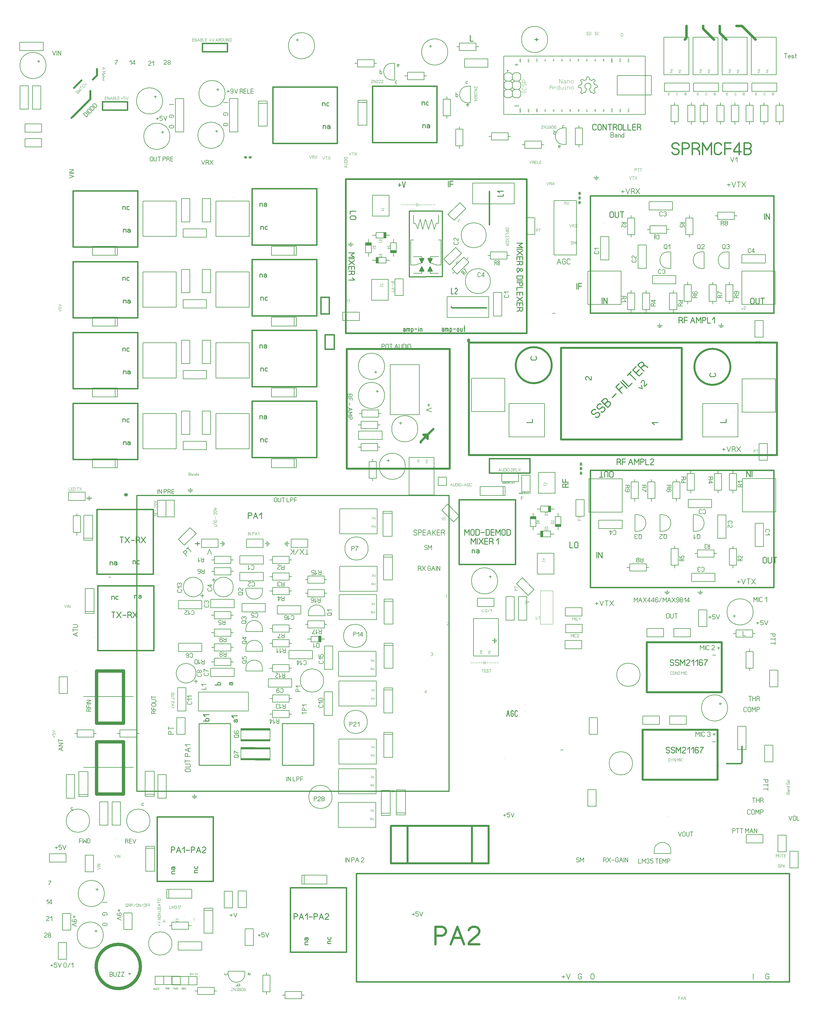
<source format=gbr>
%FSLAX34Y34*%
%MOMM*%
%LNSILK_TOP*%
G71*
G01*
%ADD10C,0.150*%
%ADD11C,0.167*%
%ADD12C,0.170*%
%ADD13C,0.144*%
%ADD14C,0.222*%
%ADD15C,0.111*%
%ADD16C,0.600*%
%ADD17C,0.333*%
%ADD18C,0.100*%
%ADD19C,0.200*%
%ADD20C,0.400*%
%ADD21C,0.300*%
%ADD22C,0.206*%
%ADD23C,0.178*%
%ADD24C,0.250*%
%ADD25C,0.220*%
%ADD26C,0.160*%
%ADD27C,0.280*%
%ADD28C,1.000*%
%ADD29C,0.667*%
%ADD30C,0.067*%
%ADD31C,0.500*%
%ADD32C,0.127*%
%ADD33C,0.102*%
%ADD34C,0.050*%
%ADD35C,0.203*%
%ADD36C,0.500*%
%ADD37C,0.650*%
%ADD38C,0.800*%
%ADD39C,0.090*%
%ADD40C,0.159*%
%ADD41C,0.444*%
%ADD42C,0.044*%
%LPD*%
G54D10*
X530997Y1378154D02*
X508822Y1378154D01*
X508822Y1428854D01*
X530997Y1428854D01*
X530997Y1378154D01*
G54D10*
X519909Y1377954D02*
X519909Y1370054D01*
G54D10*
X519909Y1428954D02*
X519909Y1436854D01*
G54D11*
X497651Y1412429D02*
X495985Y1410429D01*
X494318Y1409762D01*
X490985Y1409762D01*
G54D11*
X490985Y1415096D02*
X504318Y1415096D01*
X504318Y1411762D01*
X503485Y1410429D01*
X501818Y1409762D01*
X500151Y1409762D01*
X498485Y1410429D01*
X497651Y1411762D01*
X497651Y1415096D01*
G54D11*
X490985Y1400762D02*
X490985Y1406096D01*
X491818Y1406096D01*
X493485Y1405429D01*
X498485Y1401429D01*
X500151Y1400762D01*
X501818Y1400762D01*
X503485Y1401429D01*
X504318Y1402762D01*
X504318Y1404096D01*
X503485Y1405429D01*
X501818Y1406096D01*
G54D10*
X451691Y1372173D02*
X426290Y1372173D01*
X426291Y1300573D01*
X451691Y1300573D01*
X451691Y1372173D01*
G54D11*
X418399Y1327517D02*
X420066Y1326517D01*
X420899Y1324517D01*
X420899Y1322517D01*
X420066Y1320518D01*
X418399Y1319517D01*
X410066Y1319517D01*
X408399Y1320518D01*
X407566Y1322517D01*
X407566Y1324517D01*
X408399Y1326517D01*
X410066Y1327517D01*
G54D11*
X412566Y1331184D02*
X407566Y1336184D01*
X420899Y1336184D01*
G54D10*
X565990Y1346773D02*
X540590Y1346774D01*
X540590Y1275173D01*
X565990Y1275173D01*
X565990Y1346773D01*
G54D11*
X532699Y1302118D02*
X534365Y1301118D01*
X535199Y1299118D01*
X535199Y1297118D01*
X534365Y1295118D01*
X532699Y1294118D01*
X524365Y1294118D01*
X522699Y1295118D01*
X521865Y1297118D01*
X521865Y1299118D01*
X522699Y1301118D01*
X524365Y1302118D01*
G54D11*
X535199Y1313785D02*
X535199Y1305785D01*
X534365Y1305785D01*
X532699Y1306785D01*
X527699Y1312785D01*
X526032Y1313785D01*
X524365Y1313785D01*
X522699Y1312785D01*
X521865Y1310785D01*
X521865Y1308785D01*
X522699Y1306785D01*
X524365Y1305785D01*
G54D10*
X531013Y1149554D02*
X508838Y1149554D01*
X508838Y1200254D01*
X531013Y1200254D01*
X531013Y1149554D01*
G54D10*
X519925Y1149354D02*
X519925Y1141454D01*
G54D10*
X519925Y1200354D02*
X519925Y1208254D01*
G54D11*
X497667Y1186030D02*
X496000Y1183030D01*
X494334Y1182030D01*
X491000Y1182030D01*
G54D11*
X491000Y1190030D02*
X504334Y1190030D01*
X504334Y1185030D01*
X503500Y1183030D01*
X501834Y1182030D01*
X500167Y1182030D01*
X498500Y1183030D01*
X497667Y1185030D01*
X497667Y1190030D01*
G54D11*
X499334Y1178362D02*
X504334Y1173362D01*
X491000Y1173362D01*
G54D10*
X627792Y1404518D02*
X627792Y1382343D01*
X577092Y1382343D01*
X577092Y1404518D01*
X627792Y1404518D01*
G54D10*
X627992Y1393431D02*
X635892Y1393431D01*
G54D10*
X576992Y1393431D02*
X569092Y1393430D01*
G54D11*
X593518Y1371173D02*
X595518Y1369506D01*
X596184Y1367840D01*
X596184Y1364506D01*
G54D11*
X590851Y1364506D02*
X590851Y1377840D01*
X594184Y1377840D01*
X595518Y1377006D01*
X596184Y1375340D01*
X596184Y1373673D01*
X595518Y1372006D01*
X594184Y1371173D01*
X590851Y1371173D01*
G54D11*
X599851Y1375340D02*
X600518Y1377006D01*
X601851Y1377840D01*
X603184Y1377840D01*
X604518Y1377006D01*
X605184Y1375340D01*
X605184Y1373673D01*
X604518Y1372006D01*
X603184Y1371173D01*
X604518Y1370340D01*
X605184Y1368673D01*
X605184Y1367006D01*
X604518Y1365340D01*
X603184Y1364506D01*
X601851Y1364506D01*
X600518Y1365340D01*
X599851Y1367006D01*
G54D10*
X554401Y1200212D02*
X576576Y1200212D01*
X576576Y1149512D01*
X554401Y1149512D01*
X554401Y1200212D01*
G54D10*
X565488Y1200412D02*
X565488Y1208312D01*
G54D10*
X565488Y1149412D02*
X565488Y1141512D01*
G54D11*
X587746Y1163770D02*
X589413Y1166770D01*
X591080Y1167770D01*
X594413Y1167770D01*
G54D11*
X594413Y1159770D02*
X581080Y1159770D01*
X581080Y1164770D01*
X581913Y1166770D01*
X583580Y1167770D01*
X585246Y1167770D01*
X586913Y1166770D01*
X587746Y1164770D01*
X587746Y1159770D01*
G54D11*
X594413Y1177437D02*
X581080Y1177437D01*
X589413Y1171437D01*
X591080Y1171437D01*
X591080Y1179437D01*
G54D10*
X708796Y1378153D02*
X686621Y1378153D01*
X686621Y1428853D01*
X708796Y1428853D01*
X708796Y1378153D01*
G54D10*
X697709Y1377953D02*
X697709Y1370053D01*
G54D10*
X697709Y1428953D02*
X697708Y1436853D01*
G54D11*
X675451Y1412428D02*
X673784Y1410428D01*
X672118Y1409761D01*
X668784Y1409761D01*
G54D11*
X668784Y1415094D02*
X682118Y1415094D01*
X682118Y1411761D01*
X681284Y1410428D01*
X679618Y1409761D01*
X677951Y1409761D01*
X676284Y1410428D01*
X675451Y1411761D01*
X675451Y1415094D01*
G54D11*
X682118Y1400761D02*
X682118Y1406094D01*
X676284Y1406094D01*
X676284Y1405428D01*
X677118Y1404094D01*
X677118Y1402761D01*
X676284Y1401428D01*
X674618Y1400761D01*
X671284Y1400761D01*
X669618Y1401428D01*
X668784Y1402761D01*
X668784Y1404094D01*
X669618Y1405428D01*
X671284Y1406094D01*
G54D10*
X656178Y1228121D02*
X656178Y1253522D01*
X584578Y1253521D01*
X584578Y1228121D01*
X656178Y1228121D01*
G54D11*
X611522Y1261412D02*
X610522Y1259746D01*
X608522Y1258912D01*
X606522Y1258912D01*
X604522Y1259746D01*
X603522Y1261412D01*
X603522Y1269746D01*
X604522Y1271412D01*
X606522Y1272246D01*
X608522Y1272246D01*
X610522Y1271412D01*
X611522Y1269746D01*
G54D11*
X615189Y1269746D02*
X616189Y1271412D01*
X618189Y1272246D01*
X620189Y1272246D01*
X622189Y1271412D01*
X623189Y1269746D01*
X623189Y1268079D01*
X622189Y1266412D01*
X620189Y1265580D01*
X622189Y1264746D01*
X623189Y1263080D01*
X623189Y1261412D01*
X622189Y1259746D01*
X620189Y1258912D01*
X618189Y1258912D01*
X616189Y1259746D01*
X615189Y1261412D01*
G54D10*
X681400Y1225612D02*
X703576Y1225612D01*
X703576Y1174912D01*
X681400Y1174912D01*
X681400Y1225612D01*
G54D10*
X692488Y1225812D02*
X692488Y1233712D01*
G54D10*
X692488Y1174812D02*
X692488Y1166912D01*
G54D11*
X714746Y1189170D02*
X716413Y1192170D01*
X718080Y1193170D01*
X721413Y1193170D01*
G54D11*
X721413Y1185170D02*
X708080Y1185170D01*
X708080Y1190170D01*
X708913Y1192170D01*
X710580Y1193170D01*
X712246Y1193170D01*
X713913Y1192170D01*
X714746Y1190170D01*
X714746Y1185170D01*
G54D11*
X710580Y1204837D02*
X708913Y1203837D01*
X708080Y1201837D01*
X708080Y1199837D01*
X708913Y1197837D01*
X710580Y1196837D01*
X714746Y1196837D01*
X715580Y1196837D01*
X713913Y1199837D01*
X713913Y1201837D01*
X714746Y1203837D01*
X716413Y1204837D01*
X718913Y1204837D01*
X720580Y1203837D01*
X721413Y1201837D01*
X721413Y1199837D01*
X720580Y1197837D01*
X718913Y1196837D01*
X714746Y1196837D01*
G54D10*
X757600Y1225612D02*
X779776Y1225612D01*
X779776Y1174912D01*
X757600Y1174912D01*
X757600Y1225612D01*
G54D10*
X768688Y1225812D02*
X768688Y1233712D01*
G54D10*
X768688Y1174812D02*
X768688Y1166912D01*
G54D11*
X790946Y1189170D02*
X792613Y1192170D01*
X794280Y1193170D01*
X797613Y1193170D01*
G54D11*
X797613Y1185170D02*
X784280Y1185170D01*
X784280Y1190170D01*
X785113Y1192170D01*
X786780Y1193170D01*
X788446Y1193170D01*
X790113Y1192170D01*
X790946Y1190170D01*
X790946Y1185170D01*
G54D11*
X784280Y1196837D02*
X784280Y1204837D01*
X785946Y1203837D01*
X788446Y1201837D01*
X791780Y1199837D01*
X794280Y1198837D01*
X797613Y1198837D01*
G54D10*
X808400Y1225612D02*
X830576Y1225612D01*
X830576Y1174912D01*
X808400Y1174912D01*
X808400Y1225612D01*
G54D10*
X819488Y1225812D02*
X819488Y1233712D01*
G54D10*
X819488Y1174812D02*
X819488Y1166912D01*
G54D11*
X841746Y1189170D02*
X843413Y1192170D01*
X845080Y1193170D01*
X848413Y1193170D01*
G54D11*
X848413Y1185170D02*
X835080Y1185170D01*
X835080Y1190170D01*
X835913Y1192170D01*
X837580Y1193170D01*
X839246Y1193170D01*
X840913Y1192170D01*
X841746Y1190170D01*
X841746Y1185170D01*
G54D11*
X845913Y1196837D02*
X847580Y1197837D01*
X848413Y1199837D01*
X848413Y1201837D01*
X847580Y1203837D01*
X845913Y1204837D01*
X841746Y1204837D01*
X840913Y1204837D01*
X842580Y1201837D01*
X842580Y1199837D01*
X841746Y1197837D01*
X840080Y1196837D01*
X837580Y1196837D01*
X835913Y1197837D01*
X835080Y1199837D01*
X835080Y1201837D01*
X835913Y1203837D01*
X837580Y1204837D01*
X841746Y1204837D01*
G54D10*
X929233Y1291619D02*
X929234Y1317020D01*
X857633Y1317020D01*
X857633Y1291619D01*
X929233Y1291619D01*
G54D11*
X884610Y1324911D02*
X883610Y1323244D01*
X881610Y1322411D01*
X879610Y1322411D01*
X877610Y1323244D01*
X876610Y1324911D01*
X876610Y1333244D01*
X877610Y1334911D01*
X879610Y1335744D01*
X881610Y1335744D01*
X883610Y1334911D01*
X884610Y1333244D01*
G54D11*
X894277Y1322411D02*
X894277Y1335744D01*
X888277Y1327411D01*
X888277Y1325744D01*
X896277Y1325744D01*
G54D10*
X834768Y1446322D02*
X834768Y1424147D01*
X784068Y1424147D01*
X784068Y1446322D01*
X834768Y1446322D01*
G54D10*
X834968Y1435235D02*
X842868Y1435235D01*
G54D10*
X783968Y1435235D02*
X776068Y1435235D01*
G54D11*
X798326Y1412976D02*
X801326Y1411310D01*
X802326Y1409643D01*
X802326Y1406310D01*
G54D11*
X794326Y1406310D02*
X794326Y1419643D01*
X799326Y1419643D01*
X801326Y1418810D01*
X802326Y1417143D01*
X802326Y1415476D01*
X801326Y1413810D01*
X799326Y1412976D01*
X794326Y1412976D01*
G54D11*
X810992Y1412976D02*
X808992Y1412976D01*
X806992Y1413810D01*
X805992Y1415476D01*
X805992Y1417143D01*
X806992Y1418810D01*
X808992Y1419643D01*
X810992Y1419643D01*
X812992Y1418810D01*
X813992Y1417143D01*
X813992Y1415476D01*
X812992Y1413810D01*
X810992Y1412976D01*
X812992Y1412143D01*
X813992Y1410476D01*
X813992Y1408810D01*
X812992Y1407143D01*
X810992Y1406310D01*
X808992Y1406310D01*
X806992Y1407143D01*
X805992Y1408810D01*
X805992Y1410476D01*
X806992Y1412143D01*
X808992Y1412976D01*
G54D10*
X632922Y1325583D02*
X640922Y1325583D01*
X640922Y1274858D01*
X632922Y1274858D01*
G54D10*
G75*
G01X632960Y1325714D02*
G03X632960Y1274714I0J-25500D01*
G01*
G54D11*
X624777Y1337258D02*
X629777Y1334758D01*
G54D11*
X628777Y1345591D02*
X628777Y1337258D01*
X627777Y1335591D01*
X625777Y1334758D01*
X623777Y1334758D01*
X621777Y1335591D01*
X620777Y1337258D01*
X620777Y1345591D01*
X621777Y1347258D01*
X623777Y1348092D01*
X625777Y1348092D01*
X627777Y1347258D01*
X628777Y1345591D01*
G54D11*
X633444Y1343091D02*
X638444Y1348092D01*
X638444Y1334758D01*
G54D10*
X734522Y1325583D02*
X742522Y1325583D01*
X742522Y1274858D01*
X734522Y1274858D01*
G54D10*
G75*
G01X734560Y1325714D02*
G03X734560Y1274714I0J-25500D01*
G01*
G54D12*
X726377Y1337258D02*
X731377Y1334758D01*
G54D12*
X730377Y1345591D02*
X730377Y1337258D01*
X729377Y1335591D01*
X727377Y1334758D01*
X725377Y1334758D01*
X723377Y1335591D01*
X722377Y1337258D01*
X722377Y1345591D01*
X723377Y1347258D01*
X725377Y1348092D01*
X727377Y1348092D01*
X729377Y1347258D01*
X730377Y1345591D01*
G54D12*
X743077Y1334758D02*
X735077Y1334758D01*
X735077Y1335591D01*
X736077Y1337258D01*
X742077Y1342258D01*
X743077Y1343925D01*
X743077Y1345591D01*
X742077Y1347258D01*
X740077Y1348092D01*
X738077Y1348092D01*
X736077Y1347258D01*
X735077Y1345591D01*
G54D10*
X810722Y1325583D02*
X818722Y1325583D01*
X818722Y1274858D01*
X810722Y1274858D01*
G54D10*
G75*
G01X810760Y1325714D02*
G03X810760Y1274714I0J-25500D01*
G01*
G54D11*
X802594Y1337258D02*
X807594Y1334758D01*
G54D11*
X806594Y1345591D02*
X806594Y1337258D01*
X805594Y1335591D01*
X803594Y1334758D01*
X801594Y1334758D01*
X799594Y1335591D01*
X798594Y1337258D01*
X798594Y1345591D01*
X799594Y1347258D01*
X801594Y1348092D01*
X803594Y1348092D01*
X805594Y1347258D01*
X806594Y1345591D01*
G54D11*
X811261Y1345591D02*
X812261Y1347258D01*
X814261Y1348092D01*
X816261Y1348092D01*
X818261Y1347258D01*
X819261Y1345591D01*
X819261Y1343925D01*
X818261Y1342258D01*
X816261Y1341425D01*
X818261Y1340591D01*
X819261Y1338925D01*
X819261Y1337258D01*
X818261Y1335591D01*
X816261Y1334758D01*
X814261Y1334758D01*
X812261Y1335591D01*
X811261Y1337258D01*
G54D10*
X387722Y1267083D02*
X489322Y1267083D01*
X489322Y1165483D01*
X387722Y1165483D01*
X387722Y1267083D01*
G54D13*
X386972Y1293833D02*
X386972Y1293833D01*
G54D13*
X386972Y1274333D02*
X386972Y1274333D01*
G54D10*
X857622Y1267083D02*
X959222Y1267083D01*
X959222Y1165483D01*
X857622Y1165483D01*
X857622Y1267083D01*
G54D13*
X856872Y1293833D02*
X856872Y1293833D01*
G54D13*
X856872Y1274333D02*
X856872Y1274333D01*
G54D10*
X574332Y1478826D02*
X574332Y1453426D01*
X645932Y1453426D01*
X645932Y1478826D01*
X574332Y1478826D01*
G54D11*
X615321Y1437201D02*
X614321Y1435534D01*
X612321Y1434701D01*
X610321Y1434701D01*
X608321Y1435534D01*
X607321Y1437201D01*
X607321Y1445534D01*
X608321Y1447201D01*
X610321Y1448034D01*
X612321Y1448034D01*
X614321Y1447201D01*
X615321Y1445534D01*
G54D11*
X618988Y1445534D02*
X619988Y1447201D01*
X621988Y1448034D01*
X623988Y1448034D01*
X625988Y1447201D01*
X626988Y1445534D01*
X626988Y1443868D01*
X625988Y1442201D01*
X623988Y1441368D01*
X625988Y1440534D01*
X626988Y1438868D01*
X626988Y1437201D01*
X625988Y1435534D01*
X623988Y1434701D01*
X621988Y1434701D01*
X619988Y1435534D01*
X618988Y1437201D01*
G54D14*
X894638Y1181503D02*
X894638Y1170392D01*
X893305Y1168170D01*
X890638Y1167058D01*
X887972Y1167058D01*
X885305Y1168170D01*
X883972Y1170392D01*
X883972Y1181503D01*
X885305Y1183725D01*
X887972Y1184836D01*
X890638Y1184836D01*
X893305Y1183725D01*
X894638Y1181503D01*
G54D14*
X899528Y1184836D02*
X899528Y1170392D01*
X900861Y1168170D01*
X903528Y1167058D01*
X906194Y1167058D01*
X908861Y1168170D01*
X910194Y1170392D01*
X910194Y1184836D01*
G54D14*
X920417Y1167058D02*
X920417Y1184836D01*
G54D14*
X915084Y1184836D02*
X925750Y1184836D01*
G54D10*
X636951Y1200212D02*
X659126Y1200212D01*
X659126Y1149512D01*
X636951Y1149512D01*
X636951Y1200212D01*
G54D10*
X648038Y1200412D02*
X648038Y1208312D01*
G54D10*
X648038Y1149412D02*
X648038Y1141512D01*
G54D11*
X670296Y1163770D02*
X671963Y1166770D01*
X673630Y1167770D01*
X676963Y1167770D01*
G54D11*
X676963Y1159770D02*
X663630Y1159770D01*
X663630Y1164770D01*
X664463Y1166770D01*
X666130Y1167770D01*
X667796Y1167770D01*
X669463Y1166770D01*
X670296Y1164770D01*
X670296Y1159770D01*
G54D11*
X676963Y1177437D02*
X663630Y1177437D01*
G54D11*
X671630Y1177437D02*
X669963Y1176437D01*
X669463Y1174437D01*
X669963Y1172437D01*
X671630Y1171437D01*
X674963Y1171437D01*
X676630Y1172437D01*
X676963Y1174437D01*
X676630Y1176437D01*
X674963Y1177437D01*
G54D15*
X855306Y1155282D02*
X857974Y1150282D01*
X860640Y1155282D01*
G54D15*
X868417Y1150282D02*
X863084Y1150282D01*
X863084Y1150838D01*
X863750Y1151948D01*
X867750Y1155282D01*
X868417Y1156393D01*
X868417Y1157504D01*
X867750Y1158615D01*
X866417Y1159171D01*
X865084Y1159171D01*
X863750Y1158615D01*
X863084Y1157504D01*
G54D14*
X430740Y1167852D02*
X430740Y1185630D01*
G54D14*
X435629Y1167852D02*
X435629Y1185630D01*
X446296Y1167852D01*
X446296Y1185630D01*
G54D13*
X437772Y1414483D02*
X437772Y1414483D01*
G54D16*
X305697Y1033342D02*
X305696Y753942D01*
X673997Y753942D01*
X673997Y1033342D01*
X305697Y1033342D01*
G54D14*
X589810Y798888D02*
X583144Y805554D01*
X600922Y805554D01*
G54D14*
X398071Y945592D02*
X398072Y934926D01*
X396960Y934926D01*
X394738Y936259D01*
X388071Y944259D01*
X385849Y945592D01*
X383627Y945592D01*
X381405Y944259D01*
X380294Y941592D01*
X380294Y938926D01*
X381405Y936259D01*
X383627Y934926D01*
G54D16*
G75*
G01X277672Y979942D02*
G03X277672Y979942I-55000J0D01*
G01*
G54D16*
G75*
G01X822672Y974942D02*
G03X822672Y974942I-55000J0D01*
G01*
G54D10*
X32847Y838212D02*
X32847Y939812D01*
X134447Y939812D01*
X134447Y838212D01*
X32847Y838212D01*
G54D13*
X6097Y837462D02*
X6097Y837462D01*
G54D13*
X25597Y837462D02*
X25597Y837462D01*
G54D10*
X858347Y836942D02*
X858347Y938542D01*
X959947Y938542D01*
X959947Y836942D01*
X858347Y836942D01*
G54D13*
X831597Y836192D02*
X831597Y836192D01*
G54D13*
X851097Y836192D02*
X851097Y836192D01*
G54D14*
X791394Y805842D02*
X809172Y805842D01*
X809172Y815176D01*
G54D14*
X774088Y956209D02*
X776311Y954876D01*
X777422Y952209D01*
X777422Y949542D01*
X776311Y946876D01*
X774088Y945542D01*
X762978Y945542D01*
X760756Y946876D01*
X759644Y949542D01*
X759644Y952209D01*
X760756Y954876D01*
X762978Y956209D01*
G54D14*
X227989Y1007009D02*
X230211Y1005676D01*
X231322Y1003009D01*
X231322Y1000342D01*
X230211Y997676D01*
X227988Y996342D01*
X216878Y996342D01*
X214655Y997676D01*
X213544Y1000342D01*
X213544Y1003009D01*
X214655Y1005676D01*
X216878Y1007009D01*
G54D17*
X411658Y821310D02*
X415429Y820367D01*
X419436Y822017D01*
X422265Y824846D01*
X423915Y828852D01*
X422972Y832624D01*
X420615Y834981D01*
X416844Y835924D01*
X412837Y834274D01*
X410008Y831445D01*
X406001Y829795D01*
X402230Y830738D01*
X399873Y833095D01*
X398930Y836866D01*
X400580Y840873D01*
X403409Y843702D01*
X407416Y845352D01*
X411187Y844409D01*
G54D17*
X428157Y837809D02*
X431928Y836866D01*
X435935Y838516D01*
X438764Y841344D01*
X440414Y845351D01*
X439471Y849122D01*
X437114Y851480D01*
X433343Y852422D01*
X429336Y850772D01*
X426507Y847944D01*
X422500Y846294D01*
X418729Y847237D01*
X416372Y849594D01*
X415429Y853365D01*
X417079Y857372D01*
X419908Y860200D01*
X423914Y861850D01*
X427686Y860908D01*
G54D17*
X448192Y850772D02*
X429335Y869628D01*
X436407Y876700D01*
X440413Y878350D01*
X444185Y877406D01*
X446542Y875050D01*
X447484Y871278D01*
X445835Y867272D01*
X449842Y868922D01*
X453613Y867978D01*
X455970Y865622D01*
X456912Y861850D01*
X455263Y857843D01*
X448192Y850772D01*
G54D17*
X438764Y860200D02*
X445835Y867272D01*
G54D17*
X461909Y880989D02*
X473223Y892302D01*
G54D17*
X492126Y894706D02*
X473269Y913562D01*
X483169Y923462D01*
G54D17*
X482697Y904134D02*
X492597Y914034D01*
G54D17*
X507210Y909791D02*
X488354Y928647D01*
G54D17*
X493539Y933832D02*
X512395Y914976D01*
X522295Y924876D01*
G54D17*
X533137Y935718D02*
X514281Y954574D01*
G54D17*
X508624Y948917D02*
X519938Y960231D01*
G54D17*
X553879Y956459D02*
X543979Y946560D01*
X525123Y965416D01*
X535022Y975316D01*
G54D17*
X534551Y955988D02*
X544450Y965888D01*
G54D17*
X555293Y976730D02*
X561892Y978615D01*
X565664Y977672D01*
X570377Y972958D01*
G54D17*
X559064Y961644D02*
X540208Y980501D01*
X547279Y987572D01*
X551286Y989222D01*
X555057Y988279D01*
X557414Y985922D01*
X558357Y982150D01*
X556707Y978144D01*
X549636Y971072D01*
G54D10*
X738154Y761005D02*
X738154Y862605D01*
X846104Y862605D01*
X846104Y761006D01*
X738154Y761005D01*
G54D14*
X200844Y805842D02*
X218622Y805842D01*
X218622Y815176D01*
G54D10*
X147604Y761005D02*
X147604Y862606D01*
X255554Y862605D01*
X255554Y761006D01*
X147604Y761005D01*
G54D14*
X542606Y911799D02*
X553448Y908499D01*
X550148Y919341D01*
G54D14*
X568219Y923270D02*
X560677Y915727D01*
X559891Y916513D01*
X559263Y919027D01*
X560205Y929398D01*
X559577Y931912D01*
X558006Y933484D01*
X555491Y934112D01*
X552820Y933012D01*
X550934Y931126D01*
X549834Y928456D01*
X550463Y925941D01*
G54D13*
X437772Y577871D02*
X437772Y577871D01*
G54D10*
X-214078Y1322743D02*
X-196678Y1322743D01*
X-196678Y1353143D01*
X-214078Y1353143D01*
X-214078Y1322743D01*
G36*
X-213978Y1322843D02*
X-197278Y1322843D01*
X-197278Y1330043D01*
X-213978Y1330043D01*
X-213978Y1322843D01*
G37*
G54D18*
X-213978Y1322843D02*
X-197278Y1322843D01*
X-197278Y1330043D01*
X-213978Y1330043D01*
X-213978Y1322843D01*
G54D10*
X-205378Y1311743D02*
X-205378Y1322843D01*
G54D10*
X-205378Y1353043D02*
X-205378Y1364143D01*
G54D10*
X-258678Y1308543D02*
X-258678Y1291143D01*
X-228278Y1291143D01*
X-228278Y1308543D01*
X-258678Y1308543D01*
G36*
X-258578Y1308443D02*
X-258578Y1291743D01*
X-251378Y1291743D01*
X-251378Y1308443D01*
X-258578Y1308443D01*
G37*
G54D18*
X-258578Y1308443D02*
X-258578Y1291743D01*
X-251378Y1291743D01*
X-251378Y1308443D01*
X-258578Y1308443D01*
G54D10*
X-269678Y1299843D02*
X-258578Y1299843D01*
G54D10*
X-228378Y1299843D02*
X-217278Y1299843D01*
G54D10*
X-272878Y1353142D02*
X-290278Y1353142D01*
X-290278Y1322742D01*
X-272878Y1322742D01*
X-272878Y1353142D01*
G36*
X-272978Y1353042D02*
X-289678Y1353042D01*
X-289678Y1345842D01*
X-272978Y1345842D01*
X-272978Y1353042D01*
G37*
G54D18*
X-272978Y1353042D02*
X-289678Y1353042D01*
X-289678Y1345842D01*
X-272978Y1345842D01*
X-272978Y1353042D01*
G54D10*
X-281578Y1364142D02*
X-281578Y1353042D01*
G54D10*
X-281578Y1322842D02*
X-281578Y1311742D01*
G54D10*
X-228278Y1367343D02*
X-228278Y1384743D01*
X-258678Y1384743D01*
X-258678Y1367343D01*
X-228278Y1367343D01*
G36*
X-228378Y1367443D02*
X-228378Y1384143D01*
X-235578Y1384143D01*
X-235578Y1367443D01*
X-228378Y1367443D01*
G37*
G54D18*
X-228378Y1367443D02*
X-228378Y1384143D01*
X-235578Y1384143D01*
X-235578Y1367443D01*
X-228378Y1367443D01*
G54D10*
X-217278Y1376043D02*
X-228378Y1376043D01*
G54D10*
X-258578Y1376043D02*
X-269678Y1376043D01*
G54D15*
X-249828Y1318893D02*
X-240940Y1318893D01*
X-240940Y1316670D01*
X-241495Y1315782D01*
X-242606Y1315337D01*
X-248162Y1315337D01*
X-249273Y1315782D01*
X-249828Y1316670D01*
X-249828Y1318893D01*
G54D15*
X-244273Y1312893D02*
X-240940Y1310670D01*
X-249828Y1310670D01*
G54D15*
X-268878Y1344293D02*
X-259990Y1344292D01*
X-259990Y1342070D01*
X-260545Y1341182D01*
X-261656Y1340737D01*
X-267212Y1340737D01*
X-268323Y1341182D01*
X-268878Y1342070D01*
X-268878Y1344293D01*
G54D15*
X-268878Y1334737D02*
X-268878Y1338293D01*
X-268323Y1338293D01*
X-267212Y1337848D01*
X-263878Y1335182D01*
X-262767Y1334737D01*
X-261656Y1334737D01*
X-260545Y1335182D01*
X-259990Y1336070D01*
X-259990Y1336960D01*
X-260545Y1337848D01*
X-261656Y1338293D01*
G54D15*
X-249828Y1363343D02*
X-240940Y1363343D01*
X-240940Y1361120D01*
X-241495Y1360232D01*
X-242606Y1359787D01*
X-248162Y1359787D01*
X-249273Y1360232D01*
X-249828Y1361120D01*
X-249828Y1363343D01*
G54D15*
X-242606Y1357343D02*
X-241495Y1356898D01*
X-240940Y1356010D01*
X-240940Y1355120D01*
X-241495Y1354232D01*
X-242606Y1353787D01*
X-243717Y1353787D01*
X-244828Y1354232D01*
X-245384Y1355120D01*
X-245940Y1354232D01*
X-247051Y1353787D01*
X-248162Y1353787D01*
X-249273Y1354232D01*
X-249828Y1355120D01*
X-249828Y1356010D01*
X-249273Y1356898D01*
X-248162Y1357342D01*
G54D15*
X-224428Y1344293D02*
X-215540Y1344293D01*
X-215540Y1342070D01*
X-216095Y1341182D01*
X-217206Y1340737D01*
X-222762Y1340737D01*
X-223873Y1341182D01*
X-224428Y1342070D01*
X-224428Y1344293D01*
G54D15*
X-224428Y1335626D02*
X-215540Y1335626D01*
X-221095Y1338293D01*
X-222206Y1338293D01*
X-222206Y1334737D01*
G54D10*
X-268966Y1498366D02*
X-268966Y1434866D01*
X-218166Y1434866D01*
X-218166Y1498366D01*
X-268966Y1498366D01*
G54D15*
X-243566Y1458488D02*
X-234678Y1458488D01*
G54D15*
X-234678Y1460266D02*
X-234678Y1456710D01*
G54D15*
X-238011Y1454266D02*
X-234678Y1452044D01*
X-243566Y1452044D01*
G54D10*
X-221460Y1178326D02*
X-221460Y1241826D01*
X-272259Y1241826D01*
X-272259Y1178326D01*
X-221460Y1178326D01*
G54D15*
X-246860Y1227348D02*
X-237971Y1227348D01*
G54D15*
X-237971Y1229126D02*
X-237971Y1225570D01*
G54D15*
X-246860Y1219570D02*
X-246859Y1223126D01*
X-246304Y1223126D01*
X-245193Y1222681D01*
X-241859Y1220014D01*
X-240748Y1219570D01*
X-239637Y1219570D01*
X-238526Y1220014D01*
X-237970Y1220904D01*
X-237971Y1221792D01*
X-238526Y1222681D01*
X-239637Y1223126D01*
G54D14*
X-320512Y1449516D02*
X-338290Y1449516D01*
X-338290Y1440182D01*
G54D14*
X-323845Y1424627D02*
X-334956Y1424627D01*
X-337178Y1425960D01*
X-338290Y1428627D01*
X-338290Y1431294D01*
X-337178Y1433960D01*
X-334956Y1435294D01*
X-323845Y1435294D01*
X-321623Y1433960D01*
X-320512Y1431294D01*
X-320512Y1428627D01*
X-321623Y1425960D01*
X-323845Y1424627D01*
G54D14*
X170517Y1352353D02*
X188295Y1352353D01*
X177184Y1345686D01*
X188295Y1339020D01*
X170517Y1339020D01*
G54D14*
X170517Y1334131D02*
X188295Y1334131D01*
G54D14*
X188295Y1329242D02*
X170518Y1315909D01*
G54D14*
X170518Y1329242D02*
X188295Y1315909D01*
G54D14*
X170517Y1301687D02*
X170518Y1311020D01*
X188295Y1311020D01*
X188295Y1301687D01*
G54D14*
X179406Y1311020D02*
X179406Y1301687D01*
G54D14*
X179406Y1291465D02*
X177184Y1287465D01*
X174962Y1286132D01*
X170517Y1286132D01*
G54D14*
X170518Y1296798D02*
X188295Y1296798D01*
X188295Y1290132D01*
X187184Y1287465D01*
X184962Y1286132D01*
X182740Y1286132D01*
X180517Y1287465D01*
X179406Y1290132D01*
X179406Y1296798D01*
G54D14*
X172740Y1262753D02*
X181628Y1273420D01*
X183851Y1274753D01*
X186073Y1274753D01*
X188295Y1272086D01*
X188295Y1269420D01*
X186073Y1266753D01*
X183851Y1266753D01*
X181628Y1268086D01*
X178295Y1274753D01*
X176073Y1276086D01*
X173851Y1276086D01*
X171629Y1274753D01*
X170518Y1272086D01*
X170518Y1269420D01*
X171628Y1266753D01*
X176073Y1264086D01*
G54D14*
X170517Y1252708D02*
X188295Y1252708D01*
X188295Y1246042D01*
X187184Y1243375D01*
X184962Y1242042D01*
X173851Y1242042D01*
X171628Y1243375D01*
X170517Y1246042D01*
X170517Y1252708D01*
G54D14*
X170517Y1237152D02*
X188295Y1237152D01*
G54D14*
X170518Y1232263D02*
X188295Y1232263D01*
X188295Y1225596D01*
X187184Y1222930D01*
X184962Y1221596D01*
X182740Y1221596D01*
X180517Y1222930D01*
X179406Y1225596D01*
X179406Y1232263D01*
G54D14*
X188295Y1216707D02*
X170518Y1216707D01*
X170517Y1207374D01*
G54D14*
X170517Y1193152D02*
X170518Y1202485D01*
X188295Y1202485D01*
X188295Y1193152D01*
G54D14*
X179406Y1202485D02*
X179406Y1193152D01*
G54D14*
X188295Y1188263D02*
X170517Y1174930D01*
G54D14*
X170517Y1188263D02*
X188295Y1174930D01*
G54D14*
X170517Y1160708D02*
X170518Y1170041D01*
X188295Y1170041D01*
X188295Y1160708D01*
G54D14*
X179406Y1170041D02*
X179406Y1160708D01*
G54D14*
X179406Y1150486D02*
X177184Y1146486D01*
X174962Y1145152D01*
X170518Y1145152D01*
G54D14*
X170517Y1155819D02*
X188295Y1155819D01*
X188295Y1149152D01*
X187184Y1146486D01*
X184962Y1145152D01*
X182740Y1145152D01*
X180517Y1146486D01*
X179406Y1149152D01*
X179406Y1155819D01*
G54D14*
X-38378Y1523177D02*
X-38378Y1540954D01*
G54D14*
X-33490Y1523177D02*
X-33490Y1540954D01*
X-24156Y1540954D01*
G54D14*
X-33490Y1532066D02*
X-24156Y1532066D01*
G54D15*
X-212877Y1235203D02*
X-203988Y1235203D01*
G54D15*
X-212877Y1232759D02*
X-203988Y1232759D01*
X-203988Y1228092D01*
G54D15*
X-208432Y1232759D02*
X-208432Y1228092D01*
G54D15*
X-208988Y1225648D02*
X-208988Y1220315D01*
G54D15*
X-212877Y1215294D02*
X-203988Y1215294D01*
X-203988Y1211961D01*
X-204544Y1210628D01*
X-205655Y1209961D01*
X-206766Y1209961D01*
X-207877Y1210628D01*
X-208432Y1211961D01*
X-208432Y1215294D01*
G54D15*
X-212877Y1204850D02*
X-203988Y1204850D01*
G54D15*
X-203988Y1207517D02*
X-203988Y1202184D01*
G54D14*
X-190466Y1529640D02*
X-183355Y1529640D01*
G54D14*
X-186911Y1534085D02*
X-186911Y1525196D01*
G54D14*
X-178466Y1539640D02*
X-174022Y1521863D01*
X-169577Y1539640D01*
G54D10*
X163462Y1471326D02*
X163462Y1534826D01*
X36462Y1534826D01*
X36462Y1471326D01*
X163462Y1471326D01*
G54D10*
X9283Y1309286D02*
X24963Y1293606D01*
X-10888Y1257756D01*
X-26568Y1273436D01*
X9283Y1309286D01*
G54D10*
X17264Y1301588D02*
X22850Y1307174D01*
G54D10*
X-18798Y1265526D02*
X-24384Y1259939D01*
G54D11*
X8626Y1261472D02*
X11218Y1261708D01*
X12868Y1261001D01*
X15225Y1258644D01*
G54D11*
X11454Y1254872D02*
X2026Y1264300D01*
X4383Y1266658D01*
X5915Y1267011D01*
X7565Y1266304D01*
X8744Y1265126D01*
X9451Y1263476D01*
X9097Y1261944D01*
X6740Y1259586D01*
G54D11*
X8390Y1270664D02*
X12161Y1274436D01*
X12868Y1272786D01*
X13693Y1270075D01*
X15108Y1266776D01*
X16404Y1264536D01*
X18761Y1262179D01*
G54D11*
X143438Y1194419D02*
X145104Y1193419D01*
X145938Y1191419D01*
X145938Y1189419D01*
X145104Y1187419D01*
X143438Y1186419D01*
X135104Y1186419D01*
X133438Y1187419D01*
X132604Y1189419D01*
X132604Y1191419D01*
X133438Y1193419D01*
X135104Y1194419D01*
G54D11*
X137604Y1198086D02*
X132604Y1203086D01*
X145938Y1203086D01*
G54D11*
X-10049Y1355950D02*
X-8382Y1354950D01*
X-7549Y1352950D01*
X-7549Y1350950D01*
X-8382Y1348950D01*
X-10049Y1347950D01*
X-18382Y1347950D01*
X-20049Y1348950D01*
X-20882Y1350950D01*
X-20882Y1352950D01*
X-20049Y1354950D01*
X-18382Y1355950D01*
G54D11*
X-7549Y1367616D02*
X-7549Y1359616D01*
X-8382Y1359616D01*
X-10049Y1360616D01*
X-15049Y1366616D01*
X-16716Y1367616D01*
X-18382Y1367616D01*
X-20049Y1366616D01*
X-20882Y1364616D01*
X-20882Y1362616D01*
X-20049Y1360616D01*
X-18382Y1359616D01*
G54D10*
X141192Y1325650D02*
X141192Y1303476D01*
X90492Y1303476D01*
X90492Y1325651D01*
X141192Y1325650D01*
G54D10*
X141392Y1314563D02*
X149292Y1314563D01*
G54D10*
X90392Y1314563D02*
X82492Y1314563D01*
G54D11*
X106917Y1292306D02*
X108917Y1290639D01*
X109584Y1288972D01*
X109584Y1285639D01*
G54D11*
X104251Y1285639D02*
X104251Y1298972D01*
X107584Y1298972D01*
X108917Y1298139D01*
X109584Y1296472D01*
X109584Y1294806D01*
X108917Y1293139D01*
X107584Y1292306D01*
X104251Y1292306D01*
G54D11*
X116584Y1292306D02*
X115251Y1292306D01*
X113917Y1293139D01*
X113251Y1294806D01*
X113251Y1296472D01*
X113917Y1298139D01*
X115251Y1298972D01*
X116584Y1298972D01*
X117917Y1298139D01*
X118584Y1296472D01*
X118584Y1294806D01*
X117917Y1293139D01*
X116584Y1292306D01*
X117917Y1291472D01*
X118584Y1289806D01*
X118584Y1288139D01*
X117917Y1286472D01*
X116584Y1285639D01*
X115251Y1285639D01*
X113917Y1286472D01*
X113251Y1288139D01*
X113251Y1289806D01*
X113917Y1291472D01*
X115251Y1292306D01*
G54D14*
X-29165Y1214934D02*
X-29165Y1197156D01*
X-22943Y1197156D01*
G54D14*
X-10943Y1197156D02*
X-18054Y1197156D01*
X-18054Y1198267D01*
X-17165Y1200490D01*
X-11832Y1207156D01*
X-10943Y1209378D01*
X-10943Y1211600D01*
X-11832Y1213823D01*
X-13610Y1214934D01*
X-15387Y1214934D01*
X-17165Y1213823D01*
X-18054Y1211600D01*
G54D14*
X111990Y1495109D02*
X129768Y1495109D01*
X129768Y1501332D01*
G54D14*
X118657Y1506220D02*
X111990Y1510664D01*
X129768Y1510665D01*
G54D19*
G75*
G01X77662Y1376076D02*
G03X77662Y1376076I-38100J0D01*
G01*
G54D19*
G75*
G01X90362Y1236376D02*
G03X90362Y1236376I-38100J0D01*
G01*
G54D11*
X60216Y1251938D02*
X59216Y1250272D01*
X57216Y1249438D01*
X55216Y1249438D01*
X53216Y1250272D01*
X52216Y1251938D01*
X52216Y1260272D01*
X53216Y1261938D01*
X55216Y1262772D01*
X57216Y1262772D01*
X59215Y1261938D01*
X60216Y1260272D01*
G54D11*
X69882Y1249438D02*
X69882Y1262772D01*
X63883Y1254438D01*
X63882Y1252772D01*
X71882Y1252772D01*
G54D10*
X99736Y1130056D02*
X125136Y1130056D01*
X125136Y1201656D01*
X99736Y1201656D01*
X99736Y1130056D01*
G54D11*
X130528Y1182711D02*
X130528Y1182711D01*
G54D20*
X87262Y1407826D02*
X87262Y1509426D01*
G54D21*
X-156484Y1249482D02*
X-55884Y1249582D01*
X-55984Y1449482D01*
X-156484Y1449482D01*
X-156484Y1249482D01*
G54D19*
X-144384Y1438082D02*
X-144384Y1412682D01*
X-138084Y1412682D01*
X-138184Y1412682D01*
X-131784Y1395182D01*
X-131684Y1395182D01*
X-123784Y1425382D01*
X-115784Y1393582D01*
X-107884Y1425382D01*
X-98284Y1393582D01*
X-88884Y1425382D01*
X-80884Y1393582D01*
X-74484Y1412682D01*
X-68184Y1412682D01*
X-68184Y1438082D01*
G54D19*
X-144384Y1260282D02*
X-119084Y1260282D01*
X-119084Y1279282D01*
G54D19*
X-144384Y1311082D02*
X-119084Y1311082D01*
X-119084Y1292082D01*
G54D19*
X-68184Y1260282D02*
X-93584Y1260282D01*
X-93584Y1279282D01*
G54D19*
X-68184Y1311082D02*
X-93584Y1311082D01*
X-93584Y1292082D01*
G36*
X-118984Y1279282D02*
X-118984Y1279382D01*
X-125384Y1266682D01*
X-112684Y1266682D01*
X-119084Y1279282D01*
X-118984Y1279282D01*
G37*
G54D21*
X-118984Y1279282D02*
X-118984Y1279382D01*
X-125384Y1266682D01*
X-112684Y1266682D01*
X-119084Y1279282D01*
X-118984Y1279282D01*
G36*
X-93584Y1279182D02*
X-93584Y1279282D01*
X-99984Y1266582D01*
X-87284Y1266582D01*
X-93684Y1279182D01*
X-93584Y1279182D01*
G37*
G54D21*
X-93584Y1279182D02*
X-93584Y1279282D01*
X-99984Y1266582D01*
X-87284Y1266582D01*
X-93684Y1279182D01*
X-93584Y1279182D01*
G36*
X-118884Y1292282D02*
X-118884Y1292182D01*
X-112484Y1304882D01*
X-125184Y1304882D01*
X-118784Y1292282D01*
X-118884Y1292282D01*
G37*
G54D21*
X-118884Y1292282D02*
X-118884Y1292182D01*
X-112484Y1304882D01*
X-125184Y1304882D01*
X-118784Y1292282D01*
X-118884Y1292282D01*
G36*
X-93584Y1292182D02*
X-93584Y1292082D01*
X-87184Y1304782D01*
X-99884Y1304782D01*
X-93484Y1292182D01*
X-93584Y1292182D01*
G37*
G54D21*
X-93584Y1292182D02*
X-93584Y1292082D01*
X-87184Y1304782D01*
X-99884Y1304782D01*
X-93484Y1292182D01*
X-93584Y1292182D01*
G54D19*
X-118984Y1292082D02*
X-118984Y1291982D01*
X-137984Y1285582D01*
X-137984Y1285682D01*
X-152284Y1285682D01*
X-152284Y1349182D01*
X-152284Y1361882D01*
X-144384Y1361882D01*
G54D19*
X-93584Y1292082D02*
X-93584Y1292082D01*
X-74584Y1285682D01*
X-60284Y1285682D01*
X-60284Y1361882D01*
X-68184Y1361882D01*
G54D10*
X85347Y1125773D02*
X85347Y1189273D01*
X-41653Y1189273D01*
X-41653Y1125773D01*
X85347Y1125773D01*
G54D20*
X78067Y1155278D02*
X-26708Y1155278D01*
X-28953Y1157523D01*
G54D19*
X-335830Y1355090D02*
X-335830Y1348740D01*
G54D19*
X-327892Y1348740D02*
X-343767Y1348740D01*
G54D19*
X-341386Y1345564D02*
X-330274Y1345564D01*
G54D19*
X-333449Y1342390D02*
X-338211Y1342390D01*
G54D14*
X-175215Y1091745D02*
X-173438Y1092856D01*
X-171304Y1092856D01*
X-169882Y1090634D01*
X-169882Y1082856D01*
G54D14*
X-169882Y1086189D02*
X-170771Y1088412D01*
X-172549Y1088856D01*
X-174326Y1088412D01*
X-175215Y1086189D01*
X-174860Y1083967D01*
X-173438Y1082856D01*
X-172549Y1082856D01*
X-172193Y1082856D01*
X-170771Y1083967D01*
X-169882Y1086189D01*
G54D14*
X-164993Y1082856D02*
X-164993Y1092856D01*
G54D14*
X-164993Y1091078D02*
X-163216Y1092856D01*
X-161438Y1092189D01*
X-160549Y1090634D01*
X-160549Y1082856D01*
G54D14*
X-160549Y1091078D02*
X-158771Y1092856D01*
X-156993Y1092189D01*
X-156104Y1090634D01*
X-156104Y1082856D01*
G54D14*
X-151215Y1092856D02*
X-151215Y1078412D01*
G54D14*
X-151215Y1086189D02*
X-150326Y1083300D01*
X-148549Y1082856D01*
X-146771Y1083300D01*
X-145882Y1085522D01*
X-145882Y1089967D01*
X-146771Y1092189D01*
X-148549Y1092856D01*
X-150326Y1092189D01*
X-151215Y1089522D01*
G54D14*
X-140993Y1090634D02*
X-133882Y1090634D01*
G54D14*
X-128993Y1082856D02*
X-128993Y1092856D01*
G54D14*
X-128993Y1096189D02*
X-128993Y1096189D01*
G54D14*
X-124104Y1082856D02*
X-124104Y1092856D01*
G54D14*
X-124104Y1090634D02*
X-123215Y1092189D01*
X-121438Y1092856D01*
X-119660Y1092189D01*
X-118771Y1090634D01*
X-118771Y1082856D01*
G54D14*
X-57425Y1091815D02*
X-55647Y1092926D01*
X-53514Y1092926D01*
X-52091Y1090704D01*
X-52091Y1082926D01*
G54D14*
X-52091Y1086260D02*
X-52980Y1088482D01*
X-54758Y1088926D01*
X-56536Y1088482D01*
X-57425Y1086259D01*
X-57069Y1084037D01*
X-55647Y1082926D01*
X-54758Y1082926D01*
X-54402Y1082926D01*
X-52980Y1084037D01*
X-52091Y1086260D01*
G54D14*
X-47203Y1082926D02*
X-47202Y1092926D01*
G54D14*
X-47203Y1091148D02*
X-45425Y1092926D01*
X-43647Y1092260D01*
X-42758Y1090704D01*
X-42758Y1082926D01*
G54D14*
X-42758Y1091148D02*
X-40980Y1092926D01*
X-39202Y1092260D01*
X-38314Y1090704D01*
X-38314Y1082926D01*
G54D14*
X-33425Y1092926D02*
X-33425Y1078482D01*
G54D14*
X-33425Y1086259D02*
X-32536Y1083370D01*
X-30758Y1082926D01*
X-28980Y1083370D01*
X-28091Y1085592D01*
X-28091Y1090037D01*
X-28980Y1092259D01*
X-30758Y1092926D01*
X-32536Y1092259D01*
X-33425Y1089592D01*
G54D14*
X-23202Y1090704D02*
X-16091Y1090704D01*
G54D14*
X-5869Y1085592D02*
X-5869Y1090037D01*
X-6758Y1092260D01*
X-8536Y1092926D01*
X-10314Y1092260D01*
X-11202Y1090037D01*
X-11202Y1085592D01*
X-10314Y1083370D01*
X-8536Y1082926D01*
X-6758Y1083370D01*
X-5869Y1085592D01*
G54D14*
X4353Y1092926D02*
X4353Y1082926D01*
G54D14*
X4353Y1085148D02*
X3464Y1083370D01*
X1686Y1082926D01*
X-92Y1083370D01*
X-980Y1085148D01*
X-980Y1092926D01*
G54D14*
X11019Y1100704D02*
X11019Y1084037D01*
X11908Y1082926D01*
X12797Y1083370D01*
G54D14*
X9242Y1092926D02*
X12797Y1092926D01*
G54D14*
X353734Y1212027D02*
X353734Y1229804D01*
G54D14*
X358623Y1212027D02*
X358623Y1229804D01*
X367956Y1229804D01*
G54D14*
X358623Y1220916D02*
X367956Y1220916D01*
G54D10*
X229401Y518741D02*
X212001Y518741D01*
X212000Y488341D01*
X229401Y488341D01*
X229401Y518741D01*
G36*
X229301Y518641D02*
X212601Y518641D01*
X212601Y511441D01*
X229300Y511441D01*
X229301Y518641D01*
G37*
G54D18*
X229301Y518641D02*
X212601Y518641D01*
X212601Y511441D01*
X229300Y511441D01*
X229301Y518641D01*
G54D10*
X220700Y529741D02*
X220700Y518641D01*
G54D10*
X220700Y488441D02*
X220700Y477341D01*
G54D10*
X274001Y532941D02*
X274000Y550341D01*
X243600Y550341D01*
X243600Y532941D01*
X274001Y532941D01*
G36*
X273900Y533041D02*
X273900Y549741D01*
X266700Y549741D01*
X266700Y533041D01*
X273900Y533041D01*
G37*
G54D18*
X273900Y533041D02*
X273900Y549741D01*
X266700Y549741D01*
X266700Y533041D01*
X273900Y533041D01*
G54D10*
X285000Y541641D02*
X273901Y541641D01*
G54D10*
X243700Y541641D02*
X232601Y541641D01*
G54D10*
X288200Y488341D02*
X305601Y488341D01*
X305600Y518741D01*
X288200Y518741D01*
X288200Y488341D01*
G36*
X288300Y488441D02*
X305000Y488441D01*
X305000Y495641D01*
X288300Y495641D01*
X288300Y488441D01*
G37*
G54D18*
X288300Y488441D02*
X305000Y488441D01*
X305000Y495641D01*
X288300Y495641D01*
X288300Y488441D01*
G54D10*
X296900Y477341D02*
X296900Y488441D01*
G54D10*
X296900Y518641D02*
X296900Y529741D01*
G54D10*
X243600Y474141D02*
X243600Y456741D01*
X274000Y456741D01*
X274000Y474141D01*
X243600Y474141D01*
G36*
X243700Y474041D02*
X243700Y457341D01*
X250900Y457341D01*
X250900Y474041D01*
X243700Y474041D01*
G37*
G54D18*
X243700Y474041D02*
X243700Y457341D01*
X250900Y457341D01*
X250900Y474041D01*
X243700Y474041D01*
G54D10*
X232600Y465441D02*
X243700Y465441D01*
G54D10*
X273900Y465441D02*
X285000Y465441D01*
G54D15*
X265151Y522591D02*
X256262Y522591D01*
X256262Y524813D01*
X256817Y525702D01*
X257928Y526146D01*
X263484Y526146D01*
X264595Y525702D01*
X265151Y524814D01*
X265151Y522591D01*
G54D15*
X259595Y528591D02*
X256262Y530814D01*
X265151Y530813D01*
G54D15*
X284200Y497191D02*
X275312Y497191D01*
X275312Y499413D01*
X275867Y500302D01*
X276978Y500747D01*
X282534Y500747D01*
X283645Y500302D01*
X284201Y499413D01*
X284200Y497191D01*
G54D15*
X284200Y506746D02*
X284200Y503191D01*
X283645Y503191D01*
X282534Y503636D01*
X279201Y506302D01*
X278089Y506746D01*
X276978Y506747D01*
X275867Y506302D01*
X275312Y505413D01*
X275312Y504524D01*
X275867Y503636D01*
X276978Y503191D01*
G54D15*
X265150Y478141D02*
X256262Y478141D01*
X256262Y480363D01*
X256817Y481252D01*
X257928Y481696D01*
X263484Y481696D01*
X264595Y481252D01*
X265150Y480363D01*
X265150Y478141D01*
G54D15*
X257928Y484141D02*
X256817Y484586D01*
X256262Y485474D01*
X256262Y486363D01*
X256817Y487252D01*
X257928Y487697D01*
X259039Y487696D01*
X260150Y487252D01*
X260706Y486364D01*
X261262Y487252D01*
X262373Y487696D01*
X263484Y487697D01*
X264595Y487252D01*
X265150Y486363D01*
X265151Y485474D01*
X264595Y484586D01*
X263484Y484141D01*
G54D15*
X239750Y497191D02*
X230862Y497191D01*
X230862Y499413D01*
X231417Y500302D01*
X232528Y500746D01*
X238084Y500747D01*
X239195Y500302D01*
X239751Y499413D01*
X239750Y497191D01*
G54D15*
X239750Y505858D02*
X230862Y505858D01*
X236417Y503191D01*
X237528Y503191D01*
X237528Y506746D01*
G54D10*
X284288Y343118D02*
X284288Y406618D01*
X233488Y406618D01*
X233488Y343118D01*
X284288Y343118D01*
G54D15*
X258888Y382996D02*
X250000Y382996D01*
G54D15*
X249999Y381218D02*
X250000Y384774D01*
G54D15*
X253333Y387218D02*
X250000Y389440D01*
X258888Y389440D01*
G54D10*
X237176Y653082D02*
X237175Y589582D01*
X287975Y589582D01*
X287975Y653082D01*
X237176Y653082D01*
G54D15*
X262182Y614136D02*
X253293Y614136D01*
G54D15*
X253293Y612358D02*
X253293Y615914D01*
G54D15*
X262182Y621914D02*
X262182Y618358D01*
X261626Y618358D01*
X260515Y618802D01*
X257181Y621469D01*
X256070Y621914D01*
X254959Y621914D01*
X253848Y621469D01*
X253293Y620580D01*
X253293Y619692D01*
X253848Y618802D01*
X254959Y618358D01*
G54D14*
X332635Y441015D02*
X332635Y423237D01*
X341969Y423237D01*
G54D14*
X357524Y437682D02*
X357524Y426570D01*
X356191Y424348D01*
X353524Y423237D01*
X350857Y423237D01*
X348191Y424348D01*
X346857Y426570D01*
X346857Y437682D01*
X348191Y439904D01*
X350857Y441015D01*
X353524Y441015D01*
X356191Y439904D01*
X357524Y437682D01*
G54D14*
X319323Y613202D02*
X321545Y617202D01*
X323767Y618535D01*
X328212Y618535D01*
G54D14*
X328212Y607868D02*
X310434Y607868D01*
X310434Y614535D01*
X311545Y617202D01*
X313767Y618535D01*
X315989Y618535D01*
X318212Y617202D01*
X319323Y614535D01*
X319323Y607868D01*
G54D14*
X328212Y623424D02*
X310434Y623424D01*
X310434Y632758D01*
G54D14*
X319323Y623424D02*
X319323Y632758D01*
G54D15*
X183242Y570906D02*
X183242Y579794D01*
G54D15*
X185686Y570906D02*
X185686Y579794D01*
X190353Y579794D01*
G54D15*
X185686Y575350D02*
X190353Y575350D01*
G54D15*
X208678Y256028D02*
X206011Y261028D01*
X203344Y256028D01*
G54D15*
X195567Y261028D02*
X200901Y261028D01*
X200901Y260472D01*
X200234Y259361D01*
X196234Y256028D01*
X195568Y254916D01*
X195567Y253806D01*
X196234Y252694D01*
X197567Y252139D01*
X198901Y252139D01*
X200234Y252695D01*
X200900Y253806D01*
G54D20*
X166611Y569688D02*
X166611Y372838D01*
X-4839Y372838D01*
X-4839Y569688D01*
X166611Y569688D01*
G54D14*
X34517Y407765D02*
X34517Y417765D01*
G54D14*
X34517Y415542D02*
X35850Y417098D01*
X38517Y417765D01*
X41183Y417098D01*
X42517Y415542D01*
X42517Y407764D01*
G54D14*
X47406Y416653D02*
X50072Y417764D01*
X53272Y417765D01*
X55406Y415542D01*
X55406Y407764D01*
G54D14*
X55406Y411098D02*
X54073Y413320D01*
X51406Y413765D01*
X48739Y413320D01*
X47406Y411098D01*
X47939Y408876D01*
X50072Y407765D01*
X51406Y407765D01*
X51939Y407764D01*
X54073Y408876D01*
X55406Y411098D01*
G54D10*
X59413Y582592D02*
X59413Y609991D01*
X135613Y609991D01*
X135613Y582591D01*
X59413Y582592D01*
G54D10*
X129313Y609992D02*
X129313Y582591D01*
G54D18*
X242797Y292220D02*
X280897Y292220D01*
X280897Y190620D01*
X242797Y190620D01*
X242797Y292220D01*
G54D10*
X201042Y274360D02*
X175641Y274360D01*
X175641Y202760D01*
X201041Y202760D01*
X201042Y274360D01*
G54D15*
X229382Y214551D02*
X229382Y205662D01*
X234048Y205662D01*
G54D15*
X236493Y211218D02*
X239826Y214551D01*
X239826Y205662D01*
G54D10*
X162942Y274360D02*
X137541Y274360D01*
X137541Y202760D01*
X162941Y202760D01*
X162942Y274360D01*
G54D10*
X-250960Y843311D02*
X-250960Y821136D01*
X-301660Y821136D01*
X-301660Y843312D01*
X-250960Y843311D01*
G54D10*
X-250760Y832224D02*
X-242860Y832224D01*
G54D10*
X-301760Y832224D02*
X-309660Y832224D01*
G54D11*
X-291402Y803299D02*
X-291402Y803299D01*
G54D10*
X-304310Y786759D02*
X-304310Y808934D01*
X-253610Y808934D01*
X-253610Y786759D01*
X-304310Y786759D01*
G54D10*
X-304510Y797846D02*
X-312410Y797846D01*
G54D10*
X-253510Y797846D02*
X-245610Y797846D01*
G54D11*
X-263868Y826771D02*
X-263868Y826771D01*
G54D10*
X-311388Y779262D02*
X-311387Y753862D01*
X-239787Y753862D01*
X-239788Y779262D01*
X-311388Y779262D01*
G54D11*
X-258732Y748470D02*
X-258732Y748470D01*
G54D10*
X-259629Y955278D02*
X-259629Y962878D01*
G54D10*
X-263429Y959078D02*
X-255829Y959078D01*
G54D10*
G75*
G01X-232479Y976584D02*
G03X-232479Y976584I-39850J0D01*
G01*
G54D10*
X-279865Y686107D02*
X-257690Y686108D01*
X-257690Y635408D01*
X-279865Y635408D01*
X-279865Y686107D01*
G54D10*
X-268778Y686308D02*
X-268778Y694208D01*
G54D10*
X-268778Y635307D02*
X-268778Y627407D01*
G54D11*
X-239853Y645665D02*
X-239853Y645665D01*
G54D10*
X-221529Y693090D02*
X-221529Y685490D01*
G54D10*
X-217729Y689290D02*
X-225329Y689290D01*
G54D10*
G75*
G01X-168979Y671784D02*
G03X-168979Y671784I-39850J0D01*
G01*
G54D10*
X-251023Y900384D02*
X-258623Y900384D01*
G54D10*
X-254823Y896584D02*
X-254823Y904184D01*
G54D10*
G75*
G01X-232479Y887684D02*
G03X-232479Y887684I-39850J0D01*
G01*
G54D10*
X-183429Y807390D02*
X-183429Y799790D01*
G54D10*
X-179629Y803590D02*
X-187229Y803590D01*
G54D10*
G75*
G01X-130879Y786084D02*
G03X-130879Y786084I-39850J0D01*
G01*
G54D10*
X-304255Y719112D02*
X-304255Y741287D01*
X-253555Y741287D01*
X-253555Y719112D01*
X-304255Y719112D01*
G54D10*
X-304455Y730199D02*
X-312355Y730199D01*
G54D10*
X-253455Y730200D02*
X-245555Y730200D01*
G54D11*
X-267314Y759124D02*
X-267314Y759124D01*
G54D19*
X-97715Y863260D02*
X-97715Y853660D01*
G54D19*
X-93715Y858460D02*
X-101715Y858460D01*
G54D19*
X-88715Y849260D02*
X-104715Y843260D01*
X-88715Y837260D01*
G54D19*
X-126279Y981390D02*
X-126279Y828990D01*
X-215179Y828990D01*
X-215179Y981390D01*
X-126279Y981390D01*
G54D19*
X-143161Y464730D02*
X-141961Y462730D01*
X-139561Y461730D01*
X-137161Y461730D01*
X-134761Y462730D01*
X-133561Y464730D01*
X-133561Y466730D01*
X-134761Y468730D01*
X-137161Y469730D01*
X-139561Y469730D01*
X-141961Y470730D01*
X-143161Y472730D01*
X-143161Y474730D01*
X-141961Y476730D01*
X-139561Y477730D01*
X-137161Y477730D01*
X-134761Y476730D01*
X-133561Y474730D01*
G54D19*
X-129161Y461730D02*
X-129161Y477730D01*
X-123161Y477730D01*
X-120761Y476730D01*
X-119561Y474730D01*
X-119561Y472730D01*
X-120761Y470730D01*
X-123161Y469730D01*
X-129161Y469730D01*
G54D19*
X-106761Y461730D02*
X-115161Y461730D01*
X-115161Y477730D01*
X-106761Y477730D01*
G54D19*
X-115161Y469730D02*
X-106761Y469730D01*
G54D19*
X-102361Y461730D02*
X-96361Y477730D01*
X-90361Y461730D01*
G54D19*
X-99961Y467730D02*
X-92761Y467730D01*
G54D19*
X-85961Y461730D02*
X-85961Y477730D01*
G54D19*
X-85961Y466730D02*
X-76361Y477730D01*
G54D19*
X-82361Y469730D02*
X-76361Y461730D01*
G54D19*
X-63561Y461730D02*
X-71961Y461730D01*
X-71961Y477730D01*
X-63561Y477730D01*
G54D19*
X-71961Y469730D02*
X-63561Y469730D01*
G54D19*
X-54361Y469730D02*
X-50761Y467730D01*
X-49561Y465730D01*
X-49561Y461730D01*
G54D19*
X-59161Y461730D02*
X-59161Y477730D01*
X-53161Y477730D01*
X-50761Y476730D01*
X-49561Y474730D01*
X-49561Y472730D01*
X-50761Y470730D01*
X-53161Y469730D01*
X-59161Y469730D01*
G54D11*
X-240293Y1030814D02*
X-240293Y1044148D01*
X-235293Y1044148D01*
X-233293Y1043314D01*
X-232293Y1041648D01*
X-232293Y1039981D01*
X-233293Y1038314D01*
X-235294Y1037481D01*
X-240293Y1037481D01*
G54D11*
X-220626Y1041648D02*
X-220626Y1033314D01*
X-221626Y1031648D01*
X-223626Y1030814D01*
X-225626Y1030814D01*
X-227626Y1031648D01*
X-228626Y1033314D01*
X-228626Y1041648D01*
X-227626Y1043314D01*
X-225626Y1044148D01*
X-223626Y1044148D01*
X-221626Y1043314D01*
X-220626Y1041648D01*
G54D11*
X-212959Y1030814D02*
X-212959Y1044148D01*
G54D11*
X-216959Y1044148D02*
X-208959Y1044148D01*
G54D11*
X-201425Y1030814D02*
X-196425Y1044148D01*
X-191425Y1030814D01*
G54D11*
X-199425Y1035814D02*
X-193425Y1035814D01*
G54D11*
X-187758Y1044148D02*
X-187758Y1033314D01*
X-186758Y1031648D01*
X-184758Y1030814D01*
X-182758Y1030814D01*
X-180758Y1031648D01*
X-179758Y1033314D01*
X-179758Y1044148D01*
G54D11*
X-176091Y1030814D02*
X-176091Y1044148D01*
X-171091Y1044148D01*
X-169091Y1043314D01*
X-168092Y1041648D01*
X-168091Y1033314D01*
X-169091Y1031648D01*
X-171091Y1030814D01*
X-176091Y1030814D01*
G54D11*
X-164424Y1030814D02*
X-164424Y1044148D01*
G54D11*
X-152757Y1041648D02*
X-152757Y1033314D01*
X-153757Y1031648D01*
X-155757Y1030814D01*
X-157757Y1030814D01*
X-159757Y1031648D01*
X-160757Y1033314D01*
X-160757Y1041648D01*
X-159757Y1043314D01*
X-157757Y1044148D01*
X-155757Y1044148D01*
X-153757Y1043314D01*
X-152757Y1041648D01*
G54D19*
X-81829Y698728D02*
X-81829Y584428D01*
X-158029Y584428D01*
X-158029Y698728D01*
X-81829Y698728D01*
G54D15*
X-132629Y692378D02*
X-127629Y692378D01*
G54D15*
X-128740Y692378D02*
X-127963Y691712D01*
X-127629Y690378D01*
X-127963Y689045D01*
X-128740Y688378D01*
X-132629Y688378D01*
G54D15*
X-127963Y682601D02*
X-127629Y683934D01*
X-127963Y685268D01*
X-129074Y685934D01*
X-131296Y685934D01*
X-132407Y685268D01*
X-132629Y683934D01*
X-132407Y682601D01*
G54D15*
X-107229Y692378D02*
X-102229Y692378D01*
G54D15*
X-103340Y692378D02*
X-102562Y691712D01*
X-102229Y690378D01*
X-102563Y689045D01*
X-103340Y688378D01*
X-107229Y688378D01*
G54D15*
X-105896Y681934D02*
X-103674Y681934D01*
X-102563Y682601D01*
X-102229Y683934D01*
X-102563Y685268D01*
X-103674Y685934D01*
X-105896Y685934D01*
X-107007Y685268D01*
X-107229Y683934D01*
X-107007Y682601D01*
X-105896Y681934D01*
G54D19*
X-82012Y664490D02*
X-82012Y670840D01*
G54D10*
X967910Y-451D02*
X942509Y-450D01*
X942510Y50349D01*
X967910Y50349D01*
X967910Y-451D01*
G54D22*
X196684Y-75585D02*
X196684Y-75585D01*
G54D22*
X196684Y-56085D02*
X196684Y-56085D01*
G54D11*
X695546Y165206D02*
X695546Y165206D01*
G54D11*
X701215Y137788D02*
X701215Y137788D01*
G54D10*
X-867620Y724641D02*
X-969220Y724641D01*
X-969220Y832591D01*
X-867620Y832591D01*
X-867620Y724641D01*
G54D10*
X-847126Y747753D02*
X-847126Y722353D01*
X-775526Y722353D01*
X-775526Y747753D01*
X-847126Y747753D01*
G54D11*
X-692871Y843962D02*
X-692871Y843962D01*
G54D10*
X-645370Y724641D02*
X-746970Y724641D01*
X-746970Y832591D01*
X-645370Y832591D01*
X-645370Y724641D01*
G54D10*
X-788681Y768803D02*
X-763280Y768803D01*
X-763280Y840403D01*
X-788680Y840403D01*
X-788681Y768803D01*
G54D11*
X-757889Y821458D02*
X-757889Y821458D01*
G54D10*
X-852181Y768803D02*
X-826780Y768803D01*
X-826780Y840403D01*
X-852180Y840403D01*
X-852181Y768803D01*
G54D11*
X-821389Y821458D02*
X-821389Y821458D01*
G54D20*
X-439879Y699064D02*
X-636729Y699064D01*
X-636729Y870514D01*
X-439879Y870514D01*
X-439879Y699064D01*
G54D14*
X-610207Y746384D02*
X-610206Y756384D01*
G54D14*
X-610207Y754161D02*
X-608873Y755717D01*
X-606206Y756383D01*
X-603540Y755716D01*
X-602207Y754161D01*
X-602206Y746384D01*
G54D14*
X-590651Y755716D02*
X-593318Y756384D01*
X-595984Y755716D01*
X-597318Y753494D01*
X-597318Y749050D01*
X-595984Y746828D01*
X-593318Y746384D01*
X-590651Y746828D01*
G54D14*
X-613382Y816234D02*
X-613381Y826234D01*
G54D14*
X-613382Y824011D02*
X-612048Y825567D01*
X-609382Y826234D01*
X-606715Y825567D01*
X-605381Y824011D01*
X-605381Y816234D01*
G54D14*
X-600492Y825122D02*
X-597826Y826234D01*
X-594626Y826234D01*
X-592492Y824011D01*
X-592492Y816234D01*
G54D14*
X-592492Y819567D02*
X-593826Y821789D01*
X-596492Y822234D01*
X-599159Y821789D01*
X-600492Y819567D01*
X-599959Y817345D01*
X-597826Y816234D01*
X-596492Y816234D01*
X-595959Y816234D01*
X-593826Y817345D01*
X-592492Y819567D01*
G54D10*
X-577650Y667354D02*
X-577650Y694754D01*
X-501450Y694754D01*
X-501450Y667354D01*
X-577650Y667354D01*
G54D10*
X-507750Y694754D02*
X-507750Y667354D01*
G54D20*
X-1182830Y864164D02*
X-985980Y864164D01*
X-985980Y692714D01*
X-1182830Y692714D01*
X-1182830Y864164D01*
G54D14*
X-1031676Y806793D02*
X-1031676Y816793D01*
G54D14*
X-1031676Y814571D02*
X-1030342Y816126D01*
X-1027676Y816793D01*
X-1025008Y816126D01*
X-1023676Y814571D01*
X-1023675Y806793D01*
G54D14*
X-1012120Y816126D02*
X-1014786Y816793D01*
X-1017453Y816126D01*
X-1018786Y813904D01*
X-1018786Y809460D01*
X-1017453Y807238D01*
X-1014786Y806793D01*
X-1012120Y807238D01*
G54D14*
X-1029480Y737299D02*
X-1029479Y747299D01*
G54D14*
X-1029480Y745077D02*
X-1028146Y746632D01*
X-1025480Y747299D01*
X-1022813Y746632D01*
X-1021479Y745077D01*
X-1021479Y737299D01*
G54D14*
X-1016590Y746188D02*
X-1013924Y747299D01*
X-1010724Y747299D01*
X-1008590Y745076D01*
X-1008590Y737299D01*
G54D14*
X-1008590Y740632D02*
X-1009924Y742854D01*
X-1012590Y743299D01*
X-1015257Y742854D01*
X-1016590Y740632D01*
X-1016057Y738410D01*
X-1013924Y737299D01*
X-1012590Y737299D01*
X-1012057Y737299D01*
X-1009924Y738410D01*
X-1008590Y740632D01*
G54D10*
X-1123750Y667354D02*
X-1123750Y694754D01*
X-1047550Y694754D01*
X-1047550Y667354D01*
X-1123750Y667354D01*
G54D10*
X-1053850Y694754D02*
X-1053850Y667354D01*
G54D10*
X-867620Y940541D02*
X-969220Y940541D01*
X-969220Y1048491D01*
X-867620Y1048491D01*
X-867620Y940541D01*
G54D10*
X-847126Y963653D02*
X-847126Y938253D01*
X-775526Y938253D01*
X-775526Y963653D01*
X-847126Y963653D01*
G54D11*
X-692871Y1059862D02*
X-692871Y1059862D01*
G54D10*
X-645370Y940541D02*
X-746970Y940541D01*
X-746970Y1048491D01*
X-645370Y1048491D01*
X-645370Y940541D01*
G54D10*
X-788681Y984703D02*
X-763280Y984702D01*
X-763280Y1056303D01*
X-788680Y1056303D01*
X-788681Y984703D01*
G54D11*
X-757889Y1037358D02*
X-757889Y1037358D01*
G54D10*
X-852181Y984703D02*
X-826780Y984702D01*
X-826780Y1056303D01*
X-852180Y1056303D01*
X-852181Y984703D01*
G54D11*
X-821389Y1037358D02*
X-821389Y1037358D01*
G54D20*
X-439879Y914964D02*
X-636729Y914964D01*
X-636729Y1086414D01*
X-439879Y1086414D01*
X-439879Y914964D01*
G54D14*
X-610207Y962283D02*
X-610207Y972284D01*
G54D14*
X-610206Y970061D02*
X-608873Y971617D01*
X-606206Y972284D01*
X-603540Y971616D01*
X-602207Y970061D01*
X-602206Y962284D01*
G54D14*
X-590651Y971616D02*
X-593318Y972284D01*
X-595984Y971617D01*
X-597318Y969395D01*
X-597318Y964950D01*
X-595984Y962728D01*
X-593318Y962284D01*
X-590651Y962728D01*
G54D14*
X-613382Y1032134D02*
X-613382Y1042134D01*
G54D14*
X-613382Y1039911D02*
X-612048Y1041466D01*
X-609382Y1042134D01*
X-606715Y1041466D01*
X-605382Y1039911D01*
X-605382Y1032133D01*
G54D14*
X-600493Y1041022D02*
X-597826Y1042133D01*
X-594626Y1042134D01*
X-592493Y1039911D01*
X-592493Y1032134D01*
G54D14*
X-592492Y1035466D02*
X-593826Y1037689D01*
X-596493Y1038134D01*
X-599159Y1037689D01*
X-600493Y1035467D01*
X-599959Y1033244D01*
X-597826Y1032133D01*
X-596492Y1032134D01*
X-595959Y1032134D01*
X-593826Y1033245D01*
X-592492Y1035466D01*
G54D10*
X-577650Y883254D02*
X-577650Y910654D01*
X-501450Y910654D01*
X-501450Y883254D01*
X-577650Y883254D01*
G54D10*
X-507750Y910654D02*
X-507750Y883254D01*
G54D20*
X-1182830Y1080064D02*
X-985980Y1080064D01*
X-985980Y908614D01*
X-1182830Y908614D01*
X-1182830Y1080064D01*
G54D14*
X-1031676Y1022693D02*
X-1031676Y1032693D01*
G54D14*
X-1031676Y1030471D02*
X-1030342Y1032026D01*
X-1027676Y1032693D01*
X-1025008Y1032026D01*
X-1023676Y1030471D01*
X-1023675Y1022693D01*
G54D14*
X-1012120Y1032026D02*
X-1014786Y1032693D01*
X-1017453Y1032026D01*
X-1018786Y1029804D01*
X-1018786Y1025360D01*
X-1017453Y1023137D01*
X-1014786Y1022693D01*
X-1012120Y1023137D01*
G54D14*
X-1029480Y953199D02*
X-1029479Y963199D01*
G54D14*
X-1029480Y960976D02*
X-1028146Y962532D01*
X-1025480Y963199D01*
X-1022813Y962532D01*
X-1021479Y960977D01*
X-1021479Y953199D01*
G54D14*
X-1016590Y962088D02*
X-1013924Y963199D01*
X-1010724Y963199D01*
X-1008590Y960977D01*
X-1008590Y953199D01*
G54D14*
X-1008590Y956532D02*
X-1009924Y958754D01*
X-1012590Y959199D01*
X-1015257Y958754D01*
X-1016590Y956532D01*
X-1016057Y954310D01*
X-1013924Y953199D01*
X-1012590Y953199D01*
X-1012057Y953199D01*
X-1009924Y954310D01*
X-1008590Y956532D01*
G54D10*
X-1123750Y883254D02*
X-1123750Y910654D01*
X-1047550Y910654D01*
X-1047550Y883254D01*
X-1123750Y883254D01*
G54D10*
X-1053850Y910654D02*
X-1053850Y883254D01*
G54D10*
X-867620Y1156441D02*
X-969220Y1156441D01*
X-969220Y1264391D01*
X-867620Y1264391D01*
X-867620Y1156441D01*
G54D10*
X-847126Y1179553D02*
X-847126Y1154153D01*
X-775526Y1154153D01*
X-775526Y1179553D01*
X-847126Y1179553D01*
G54D11*
X-692871Y1275761D02*
X-692871Y1275761D01*
G54D10*
X-645370Y1156441D02*
X-746970Y1156441D01*
X-746970Y1264391D01*
X-645370Y1264391D01*
X-645370Y1156441D01*
G54D10*
X-788681Y1200603D02*
X-763280Y1200602D01*
X-763280Y1272203D01*
X-788680Y1272203D01*
X-788681Y1200603D01*
G54D11*
X-757889Y1253258D02*
X-757889Y1253258D01*
G54D10*
X-852181Y1200603D02*
X-826780Y1200602D01*
X-826780Y1272203D01*
X-852180Y1272203D01*
X-852181Y1200603D01*
G54D11*
X-821389Y1253258D02*
X-821389Y1253258D01*
G54D20*
X-439879Y1130864D02*
X-636729Y1130864D01*
X-636729Y1302314D01*
X-439879Y1302314D01*
X-439879Y1130864D01*
G54D14*
X-610206Y1178182D02*
X-610206Y1188182D01*
G54D14*
X-610206Y1185960D02*
X-608873Y1187516D01*
X-606206Y1188182D01*
X-603540Y1187516D01*
X-602206Y1185960D01*
X-602206Y1178182D01*
G54D14*
X-590650Y1187516D02*
X-593317Y1188182D01*
X-595984Y1187516D01*
X-597317Y1185294D01*
X-597317Y1180849D01*
X-595984Y1178627D01*
X-593317Y1178182D01*
X-590650Y1178627D01*
G54D14*
X-613382Y1248034D02*
X-613382Y1258034D01*
G54D14*
X-613382Y1255811D02*
X-612048Y1257366D01*
X-609382Y1258034D01*
X-606715Y1257366D01*
X-605382Y1255811D01*
X-605382Y1248034D01*
G54D14*
X-600493Y1256922D02*
X-597826Y1258034D01*
X-594626Y1258034D01*
X-592493Y1255811D01*
X-592493Y1248034D01*
G54D14*
X-592492Y1251366D02*
X-593826Y1253589D01*
X-596493Y1254034D01*
X-599159Y1253589D01*
X-600493Y1251367D01*
X-599959Y1249144D01*
X-597826Y1248034D01*
X-596493Y1248034D01*
X-595959Y1248034D01*
X-593826Y1249144D01*
X-592492Y1251366D01*
G54D10*
X-577650Y1099154D02*
X-577650Y1126554D01*
X-501450Y1126554D01*
X-501450Y1099154D01*
X-577650Y1099154D01*
G54D10*
X-507750Y1126554D02*
X-507750Y1099154D01*
G54D20*
X-1182830Y1295964D02*
X-985980Y1295964D01*
X-985980Y1124514D01*
X-1182830Y1124514D01*
X-1182830Y1295964D01*
G54D14*
X-1031676Y1238593D02*
X-1031676Y1248594D01*
G54D14*
X-1031676Y1246371D02*
X-1030342Y1247926D01*
X-1027676Y1248594D01*
X-1025008Y1247926D01*
X-1023676Y1246371D01*
X-1023675Y1238593D01*
G54D14*
X-1012120Y1247926D02*
X-1014786Y1248593D01*
X-1017453Y1247926D01*
X-1018786Y1245704D01*
X-1018786Y1241260D01*
X-1017453Y1239038D01*
X-1014786Y1238593D01*
X-1012120Y1239038D01*
G54D14*
X-1029479Y1169098D02*
X-1029479Y1179098D01*
G54D14*
X-1029479Y1176876D02*
X-1028146Y1178432D01*
X-1025479Y1179098D01*
X-1022812Y1178432D01*
X-1021479Y1176876D01*
X-1021479Y1169099D01*
G54D14*
X-1016590Y1177988D02*
X-1013924Y1179099D01*
X-1010724Y1179098D01*
X-1008590Y1176876D01*
X-1008590Y1169098D01*
G54D14*
X-1008590Y1172432D02*
X-1009924Y1174654D01*
X-1012590Y1175098D01*
X-1015257Y1174654D01*
X-1016590Y1172432D01*
X-1016057Y1170210D01*
X-1013924Y1169098D01*
X-1012590Y1169098D01*
X-1012057Y1169098D01*
X-1009924Y1170210D01*
X-1008590Y1172432D01*
G54D10*
X-1123750Y1099154D02*
X-1123750Y1126554D01*
X-1047550Y1126554D01*
X-1047550Y1099154D01*
X-1123750Y1099154D01*
G54D10*
X-1053850Y1126554D02*
X-1053850Y1099154D01*
G54D10*
X-867620Y1372341D02*
X-969220Y1372341D01*
X-969220Y1480291D01*
X-867620Y1480291D01*
X-867620Y1372341D01*
G54D10*
X-847126Y1395453D02*
X-847126Y1370053D01*
X-775526Y1370053D01*
X-775526Y1395453D01*
X-847126Y1395453D01*
G54D11*
X-692871Y1491661D02*
X-692871Y1491661D01*
G54D10*
X-645370Y1372341D02*
X-746970Y1372341D01*
X-746970Y1480291D01*
X-645370Y1480291D01*
X-645370Y1372341D01*
G54D10*
X-788681Y1416503D02*
X-763280Y1416502D01*
X-763280Y1488103D01*
X-788680Y1488103D01*
X-788681Y1416503D01*
G54D11*
X-757889Y1469158D02*
X-757889Y1469158D01*
G54D10*
X-852181Y1416503D02*
X-826780Y1416502D01*
X-826780Y1488103D01*
X-852180Y1488103D01*
X-852181Y1416503D01*
G54D11*
X-821389Y1469158D02*
X-821389Y1469158D01*
G54D20*
X-439879Y1346764D02*
X-636729Y1346764D01*
X-636729Y1518214D01*
X-439879Y1518214D01*
X-439879Y1346764D01*
G54D14*
X-610207Y1394084D02*
X-610207Y1404084D01*
G54D14*
X-610206Y1401861D02*
X-608873Y1403417D01*
X-606206Y1404084D01*
X-603540Y1403416D01*
X-602207Y1401861D01*
X-602206Y1394084D01*
G54D14*
X-590651Y1403416D02*
X-593318Y1404084D01*
X-595984Y1403416D01*
X-597318Y1401194D01*
X-597318Y1396750D01*
X-595984Y1394528D01*
X-593318Y1394084D01*
X-590651Y1394528D01*
G54D14*
X-613382Y1463934D02*
X-613382Y1473934D01*
G54D14*
X-613382Y1471711D02*
X-612048Y1473266D01*
X-609382Y1473934D01*
X-606715Y1473266D01*
X-605382Y1471711D01*
X-605382Y1463934D01*
G54D14*
X-600493Y1472822D02*
X-597826Y1473934D01*
X-594626Y1473934D01*
X-592493Y1471711D01*
X-592493Y1463934D01*
G54D14*
X-592493Y1467266D02*
X-593826Y1469489D01*
X-596493Y1469934D01*
X-599159Y1469489D01*
X-600493Y1467267D01*
X-599959Y1465044D01*
X-597826Y1463934D01*
X-596493Y1463934D01*
X-595959Y1463934D01*
X-593826Y1465044D01*
X-592493Y1467266D01*
G54D10*
X-577650Y1315054D02*
X-577650Y1342454D01*
X-501450Y1342454D01*
X-501450Y1315054D01*
X-577650Y1315054D01*
G54D10*
X-507750Y1342454D02*
X-507750Y1315054D01*
G54D20*
X-1182830Y1511864D02*
X-985980Y1511864D01*
X-985980Y1340414D01*
X-1182830Y1340414D01*
X-1182830Y1511864D01*
G54D14*
X-1031676Y1454493D02*
X-1031676Y1464493D01*
G54D14*
X-1031676Y1462271D02*
X-1030342Y1463826D01*
X-1027676Y1464494D01*
X-1025008Y1463826D01*
X-1023676Y1462271D01*
X-1023675Y1454493D01*
G54D14*
X-1012120Y1463826D02*
X-1014786Y1464493D01*
X-1017453Y1463826D01*
X-1018786Y1461604D01*
X-1018786Y1457160D01*
X-1017453Y1454938D01*
X-1014786Y1454494D01*
X-1012120Y1454938D01*
G54D14*
X-1029479Y1384998D02*
X-1029479Y1394998D01*
G54D14*
X-1029479Y1392776D02*
X-1028146Y1394332D01*
X-1025479Y1394998D01*
X-1022812Y1394332D01*
X-1021479Y1392776D01*
X-1021479Y1384999D01*
G54D14*
X-1016590Y1393888D02*
X-1013924Y1394998D01*
X-1010724Y1394998D01*
X-1008590Y1392776D01*
X-1008590Y1384998D01*
G54D14*
X-1008590Y1388332D02*
X-1009924Y1390554D01*
X-1012590Y1390998D01*
X-1015257Y1390554D01*
X-1016590Y1388332D01*
X-1016057Y1386110D01*
X-1013924Y1384998D01*
X-1012590Y1384998D01*
X-1012057Y1384998D01*
X-1009924Y1386110D01*
X-1008590Y1388332D01*
G54D10*
X-1123750Y1315054D02*
X-1123750Y1342454D01*
X-1047550Y1342454D01*
X-1047550Y1315054D01*
X-1123750Y1315054D01*
G54D10*
X-1053850Y1342454D02*
X-1053850Y1315054D01*
G54D15*
X-830554Y643642D02*
X-830554Y652531D01*
X-827220Y652531D01*
X-825887Y651976D01*
X-825220Y650864D01*
X-825220Y649754D01*
X-825887Y648642D01*
X-827220Y648086D01*
X-825887Y647531D01*
X-825220Y646420D01*
X-825220Y645309D01*
X-825887Y644198D01*
X-827220Y643642D01*
X-830554Y643642D01*
G54D15*
X-830554Y648086D02*
X-827220Y648086D01*
G54D15*
X-822777Y648086D02*
X-821444Y648642D01*
X-819844Y648642D01*
X-818777Y647531D01*
X-818777Y643642D01*
G54D15*
X-818777Y645309D02*
X-819444Y646420D01*
X-820777Y646642D01*
X-822110Y646420D01*
X-822777Y645309D01*
X-822510Y644198D01*
X-821444Y643642D01*
X-820777Y643642D01*
X-820510Y643642D01*
X-819444Y644198D01*
X-818777Y645309D01*
G54D15*
X-816333Y643642D02*
X-816333Y648642D01*
G54D15*
X-816333Y647531D02*
X-815666Y648309D01*
X-814333Y648642D01*
X-812999Y648309D01*
X-812333Y647531D01*
X-812333Y643642D01*
G54D15*
X-805889Y643642D02*
X-805889Y652531D01*
G54D15*
X-805889Y647198D02*
X-806556Y648309D01*
X-807889Y648642D01*
X-809222Y648309D01*
X-809889Y647198D01*
X-809889Y644976D01*
X-809222Y643864D01*
X-807889Y643642D01*
X-806556Y643864D01*
X-805889Y644976D01*
G54D15*
X-799445Y644198D02*
X-800512Y643642D01*
X-801845Y643642D01*
X-803178Y644198D01*
X-803445Y645309D01*
X-803445Y647198D01*
X-802778Y648309D01*
X-801445Y648642D01*
X-800111Y648309D01*
X-799445Y647531D01*
X-799445Y646420D01*
X-803445Y646420D01*
G54D20*
X-1107952Y110524D02*
X-1107952Y307374D01*
X-936502Y307374D01*
X-936502Y110524D01*
X-1107952Y110524D01*
G54D14*
X-1065193Y266239D02*
X-1065193Y276239D01*
G54D14*
X-1065193Y274017D02*
X-1063860Y275572D01*
X-1061193Y276239D01*
X-1058526Y275572D01*
X-1057193Y274017D01*
X-1057193Y266239D01*
G54D14*
X-1045637Y275572D02*
X-1048304Y276239D01*
X-1050971Y275572D01*
X-1052304Y273350D01*
X-1052304Y268906D01*
X-1050970Y266684D01*
X-1048304Y266239D01*
X-1045637Y266684D01*
G54D14*
X-996011Y269102D02*
X-996011Y279102D01*
G54D14*
X-996012Y276880D02*
X-994678Y278435D01*
X-992012Y279102D01*
X-989345Y278435D01*
X-988011Y276880D01*
X-988011Y269102D01*
G54D14*
X-983123Y277990D02*
X-980456Y279101D01*
X-977256Y279102D01*
X-975123Y276880D01*
X-975122Y269102D01*
G54D14*
X-975122Y272435D02*
X-976456Y274657D01*
X-979123Y275102D01*
X-981789Y274657D01*
X-983123Y272435D01*
X-982589Y270213D01*
X-980456Y269102D01*
X-979122Y269102D01*
X-978589Y269102D01*
X-976456Y270213D01*
X-975122Y272435D01*
G54D20*
X-938314Y540349D02*
X-938314Y343499D01*
X-1109764Y343499D01*
X-1109764Y540349D01*
X-938314Y540349D01*
G54D14*
X-1000314Y374242D02*
X-1000314Y384242D01*
G54D14*
X-1000314Y382020D02*
X-998980Y383576D01*
X-996314Y384242D01*
X-993647Y383576D01*
X-992314Y382020D01*
X-992313Y374242D01*
G54D14*
X-980758Y383576D02*
X-983424Y384242D01*
X-986091Y383575D01*
X-987425Y381353D01*
X-987425Y376909D01*
X-986091Y374686D01*
X-983425Y374242D01*
X-980758Y374687D01*
G54D14*
X-1070103Y371340D02*
X-1070103Y381340D01*
G54D14*
X-1070103Y379118D02*
X-1068770Y380674D01*
X-1066103Y381340D01*
X-1063436Y380674D01*
X-1062103Y379118D01*
X-1062103Y371340D01*
G54D14*
X-1057214Y380229D02*
X-1054547Y381340D01*
X-1051348Y381340D01*
X-1049214Y379118D01*
X-1049214Y371340D01*
G54D14*
X-1049214Y374674D02*
X-1050547Y376896D01*
X-1053214Y377340D01*
X-1055881Y376896D01*
X-1057214Y374674D01*
X-1056681Y372451D01*
X-1054548Y371340D01*
X-1053214Y371340D01*
X-1052681Y371340D01*
X-1050548Y372452D01*
X-1049214Y374674D01*
G54D11*
X-1119128Y149727D02*
X-1119128Y149727D01*
G54D10*
X-1146012Y299095D02*
X-1118612Y299095D01*
X-1118612Y222895D01*
X-1146012Y222895D01*
X-1146012Y299095D01*
G54D10*
X-1118612Y229195D02*
X-1146012Y229195D01*
G54D11*
X-1160138Y499672D02*
X-1160138Y499672D01*
G54D10*
X-1149810Y522290D02*
X-1122410Y522290D01*
X-1122410Y446090D01*
X-1149810Y446090D01*
X-1149810Y522290D01*
G54D10*
X-1122410Y452390D02*
X-1149810Y452390D01*
G54D23*
X-1213032Y-195398D02*
X-1227255Y-190065D01*
X-1213032Y-184732D01*
G54D23*
X-1218366Y-193265D02*
X-1218366Y-186865D01*
G54D23*
X-1213032Y-180820D02*
X-1227255Y-180820D01*
X-1213032Y-172286D01*
X-1227255Y-172287D01*
G54D23*
X-1213033Y-164110D02*
X-1227255Y-164110D01*
G54D23*
X-1227255Y-168376D02*
X-1227255Y-159843D01*
G54D14*
X-1034796Y438612D02*
X-1034796Y456390D01*
G54D14*
X-1040130Y456390D02*
X-1029463Y456390D01*
G54D14*
X-1024574Y456390D02*
X-1011241Y438612D01*
G54D14*
X-1024574Y438612D02*
X-1011240Y456390D01*
G54D14*
X-1006352Y446390D02*
X-995685Y446390D01*
G54D14*
X-985463Y447501D02*
X-981463Y445278D01*
X-980129Y443056D01*
X-980129Y438612D01*
G54D14*
X-990796Y438612D02*
X-990796Y456390D01*
X-984129Y456390D01*
X-981463Y455278D01*
X-980129Y453056D01*
X-980129Y450834D01*
X-981463Y448612D01*
X-984129Y447501D01*
X-990796Y447501D01*
G54D14*
X-975240Y456390D02*
X-961907Y438612D01*
G54D14*
X-975240Y438612D02*
X-961907Y456390D01*
G54D19*
X-1073447Y333750D02*
X-1068685Y333750D01*
G54D19*
X-212710Y-317535D02*
X-201597Y-317535D01*
G54D19*
X-204772Y-320710D02*
X-209534Y-320710D01*
G54D10*
X93983Y335151D02*
X86383Y335151D01*
G54D10*
X90183Y331351D02*
X90183Y338951D01*
G54D10*
G75*
G01X112527Y322451D02*
G03X112527Y322451I-39850J0D01*
G01*
G54D23*
X944909Y161340D02*
X959131Y161340D01*
X959131Y156006D01*
X958242Y153873D01*
X956464Y152806D01*
X954686Y152806D01*
X952909Y153873D01*
X952020Y156006D01*
X952020Y161340D01*
G54D23*
X944909Y144629D02*
X959131Y144629D01*
G54D23*
X959131Y148896D02*
X959131Y140362D01*
G54D23*
X944909Y132185D02*
X959131Y132185D01*
G54D23*
X959131Y136452D02*
X959131Y127918D01*
G54D23*
X882676Y-43634D02*
X882676Y-29412D01*
G54D23*
X878410Y-29412D02*
X886942Y-29412D01*
G54D23*
X890854Y-43634D02*
X890854Y-29412D01*
G54D23*
X899386Y-43634D02*
X899386Y-29412D01*
G54D23*
X890854Y-36523D02*
X899386Y-36523D01*
G54D23*
X907564Y-36523D02*
X910764Y-38300D01*
X911830Y-40078D01*
X911830Y-43634D01*
G54D23*
X903298Y-43634D02*
X903298Y-29412D01*
X908630Y-29412D01*
X910764Y-30300D01*
X911830Y-32078D01*
X911830Y-33856D01*
X910764Y-35634D01*
X908630Y-36523D01*
X903298Y-36523D01*
G54D23*
X922684Y-283160D02*
X936906Y-283160D01*
X936906Y-288494D01*
X936017Y-290627D01*
X934239Y-291694D01*
X932462Y-291694D01*
X930684Y-290627D01*
X929795Y-288494D01*
X929795Y-283160D01*
G54D23*
X922684Y-299871D02*
X936906Y-299871D01*
G54D23*
X936906Y-295604D02*
X936906Y-304138D01*
G54D23*
X922684Y-312315D02*
X936906Y-312315D01*
G54D23*
X936906Y-308048D02*
X936906Y-316582D01*
G54D24*
X-798434Y-239043D02*
X-798434Y-112043D01*
G54D24*
X-449184Y-112043D02*
X-544434Y-112043D01*
G54D24*
X-449184Y-239043D02*
X-449184Y-112043D01*
G36*
X-670784Y-161068D02*
X-581984Y-161268D01*
X-581884Y-166068D01*
X-670784Y-165868D01*
X-670784Y-161068D01*
G37*
G54D19*
X-670784Y-161068D02*
X-581984Y-161268D01*
X-581884Y-166068D01*
X-670784Y-165868D01*
X-670784Y-161068D01*
G54D19*
X-670740Y-166043D02*
X-670740Y-128044D01*
X-581740Y-128043D01*
X-581740Y-166043D01*
X-670740Y-166043D01*
G54D12*
X-680117Y-151226D02*
X-677617Y-146226D01*
G54D12*
X-688450Y-147226D02*
X-680117Y-147226D01*
X-678450Y-148226D01*
X-677617Y-150226D01*
X-677617Y-152226D01*
X-678450Y-154226D01*
X-680117Y-155226D01*
X-688450Y-155226D01*
X-690117Y-154226D01*
X-690950Y-152226D01*
X-690950Y-150226D01*
X-690117Y-148226D01*
X-688450Y-147226D01*
G54D12*
X-688450Y-134526D02*
X-690117Y-135526D01*
X-690950Y-137526D01*
X-690950Y-139526D01*
X-690117Y-141526D01*
X-688450Y-142526D01*
X-684284Y-142526D01*
X-683450Y-142526D01*
X-685117Y-139526D01*
X-685117Y-137526D01*
X-684284Y-135526D01*
X-682617Y-134526D01*
X-680117Y-134526D01*
X-678450Y-135526D01*
X-677617Y-137526D01*
X-677617Y-139526D01*
X-678450Y-141526D01*
X-680117Y-142526D01*
X-684284Y-142526D01*
G36*
X-670684Y-127768D02*
X-581984Y-127968D01*
X-581984Y-132768D01*
X-670784Y-132768D01*
X-670684Y-127768D01*
G37*
G54D19*
X-670684Y-127768D02*
X-581984Y-127968D01*
X-581984Y-132768D01*
X-670784Y-132768D01*
X-670684Y-127768D01*
G54D24*
X-703184Y-112043D02*
X-798434Y-112043D01*
G54D24*
X-449184Y-239043D02*
X-544434Y-239043D01*
G54D24*
X-703184Y-239043D02*
X-798434Y-239043D01*
G54D24*
X-544434Y-239043D02*
X-544434Y-112043D01*
G54D24*
X-703058Y-239052D02*
X-703058Y-112052D01*
G54D10*
X-416474Y-87588D02*
X-391074Y-87588D01*
X-391074Y-15988D01*
X-416474Y-15988D01*
X-416474Y-87588D01*
G54D12*
X-422603Y-55655D02*
X-420936Y-56655D01*
X-420103Y-58655D01*
X-420103Y-60655D01*
X-420936Y-62655D01*
X-422603Y-63655D01*
X-430937Y-63655D01*
X-432603Y-62655D01*
X-433436Y-60655D01*
X-433436Y-58655D01*
X-432603Y-56654D01*
X-430936Y-55655D01*
G54D12*
X-428436Y-51955D02*
X-433436Y-46955D01*
X-420103Y-46955D01*
G54D12*
X-430936Y-35255D02*
X-422603Y-35255D01*
X-420936Y-36255D01*
X-420103Y-38255D01*
X-420103Y-40255D01*
X-420936Y-42255D01*
X-422603Y-43255D01*
X-430936Y-43255D01*
X-432603Y-42255D01*
X-433436Y-40255D01*
X-433437Y-38255D01*
X-432603Y-36255D01*
X-430936Y-35255D01*
G54D10*
X-799963Y-16759D02*
X-647563Y-16759D01*
X-647563Y-73909D01*
X-799963Y-73909D01*
X-799963Y-16759D01*
G54D12*
X-790943Y-8515D02*
X-777609Y-8515D01*
X-777609Y-1515D01*
G54D12*
X-785942Y2185D02*
X-790943Y7184D01*
X-777609Y7184D01*
G54D25*
X-704897Y5113D02*
X-706009Y7780D01*
X-706009Y10980D01*
X-703786Y13113D01*
X-696008Y13113D01*
G54D25*
X-699342Y13113D02*
X-701564Y11780D01*
X-702008Y9114D01*
X-701564Y6446D01*
X-699342Y5113D01*
X-697120Y5646D01*
X-696008Y7780D01*
X-696008Y9114D01*
X-696008Y9646D01*
X-697120Y11780D01*
X-699342Y13113D01*
G54D25*
X-732784Y4926D02*
X-750561Y4926D01*
G54D25*
X-739895Y4926D02*
X-742117Y6259D01*
X-742783Y8926D01*
X-742117Y11592D01*
X-739895Y12926D01*
X-735450Y12926D01*
X-733228Y11592D01*
X-732784Y8926D01*
X-733228Y6259D01*
X-735450Y4926D01*
G54D25*
X-690397Y-108249D02*
X-691508Y-105583D01*
X-691508Y-102383D01*
X-689286Y-100249D01*
X-681508Y-100250D01*
G54D25*
X-684842Y-100250D02*
X-687064Y-101583D01*
X-687508Y-104250D01*
X-687064Y-106916D01*
X-684842Y-108249D01*
X-682620Y-107716D01*
X-681508Y-105582D01*
X-681508Y-104249D01*
X-681508Y-103716D01*
X-682620Y-101583D01*
X-684842Y-100250D01*
G54D25*
X-692620Y-95349D02*
X-699286Y-88682D01*
X-681508Y-88682D01*
G54D25*
X-768471Y-104449D02*
X-786249Y-104449D01*
G54D25*
X-775582Y-104449D02*
X-777804Y-103116D01*
X-778471Y-100450D01*
X-777804Y-97783D01*
X-775582Y-96449D01*
X-771138Y-96449D01*
X-768916Y-97783D01*
X-768471Y-100449D01*
X-768916Y-103116D01*
X-771138Y-104449D01*
G54D25*
X-779582Y-91549D02*
X-786249Y-84882D01*
X-768471Y-84883D01*
G54D10*
X-863630Y-74647D02*
X-838229Y-74647D01*
X-838229Y-3047D01*
X-863629Y-3047D01*
X-863630Y-74647D01*
G54D12*
X-823470Y-46228D02*
X-821804Y-47228D01*
X-820970Y-49228D01*
X-820970Y-51228D01*
X-821804Y-53228D01*
X-823470Y-54228D01*
X-831804Y-54228D01*
X-833470Y-53228D01*
X-834304Y-51228D01*
X-834304Y-49228D01*
X-833470Y-47228D01*
X-831804Y-46228D01*
G54D12*
X-829304Y-42528D02*
X-834304Y-37528D01*
X-820970Y-37528D01*
G54D12*
X-829304Y-33828D02*
X-834304Y-28828D01*
X-820970Y-28828D01*
G54D10*
X-574462Y-46939D02*
X-574462Y-24764D01*
X-523763Y-24764D01*
X-523763Y-46939D01*
X-574462Y-46939D01*
G54D10*
X-574663Y-35852D02*
X-582562Y-35852D01*
G54D10*
X-523662Y-35852D02*
X-515762Y-35852D01*
G54D12*
X-539087Y-59594D02*
X-542087Y-57926D01*
X-543087Y-56260D01*
X-543087Y-52926D01*
G54D12*
X-535087Y-52926D02*
X-535087Y-66260D01*
X-540087Y-66260D01*
X-542087Y-65426D01*
X-543087Y-63760D01*
X-543087Y-62093D01*
X-542087Y-60427D01*
X-540087Y-59594D01*
X-535087Y-59593D01*
G54D12*
X-546787Y-61260D02*
X-551787Y-66260D01*
X-551787Y-52926D01*
G54D12*
X-555488Y-63760D02*
X-556488Y-65427D01*
X-558487Y-66260D01*
X-560487Y-66260D01*
X-562487Y-65427D01*
X-563487Y-63760D01*
X-563487Y-62093D01*
X-562488Y-60427D01*
X-560487Y-59593D01*
X-562487Y-58760D01*
X-563488Y-57093D01*
X-563487Y-55427D01*
X-562487Y-53760D01*
X-560487Y-52926D01*
X-558488Y-52926D01*
X-556488Y-53760D01*
X-555487Y-55426D01*
G54D19*
X-837848Y-250090D02*
X-827848Y-250090D01*
X-825848Y-251290D01*
X-824848Y-253690D01*
X-824848Y-256090D01*
X-825848Y-258490D01*
X-827848Y-259690D01*
X-837848Y-259690D01*
X-839848Y-258490D01*
X-840848Y-256090D01*
X-840848Y-253690D01*
X-839848Y-251290D01*
X-837848Y-250090D01*
G54D19*
X-840848Y-245690D02*
X-827848Y-245690D01*
X-825848Y-244490D01*
X-824848Y-242090D01*
X-824848Y-239690D01*
X-825848Y-237290D01*
X-827848Y-236090D01*
X-840848Y-236090D01*
G54D19*
X-824848Y-226890D02*
X-840848Y-226890D01*
G54D19*
X-840848Y-231690D02*
X-840848Y-222090D01*
G54D19*
X-824848Y-213050D02*
X-840848Y-213050D01*
X-840848Y-207050D01*
X-839848Y-204650D01*
X-837848Y-203450D01*
X-835848Y-203450D01*
X-833848Y-204650D01*
X-832848Y-207050D01*
X-832848Y-213050D01*
G54D19*
X-824848Y-199050D02*
X-840848Y-193050D01*
X-824848Y-187050D01*
G54D19*
X-830848Y-196650D02*
X-830848Y-189450D01*
G54D19*
X-834848Y-182650D02*
X-840848Y-176650D01*
X-824848Y-176650D01*
G54D10*
X-840671Y-145264D02*
X-866071Y-145264D01*
X-866071Y-94464D01*
X-840671Y-94464D01*
X-840671Y-145264D01*
G54D10*
X-574462Y-94564D02*
X-574462Y-72389D01*
X-523763Y-72389D01*
X-523763Y-94564D01*
X-574462Y-94564D01*
G54D10*
X-574663Y-83477D02*
X-582563Y-83477D01*
G54D10*
X-523662Y-83476D02*
X-515762Y-83476D01*
G54D12*
X-558487Y-105718D02*
X-561487Y-104052D01*
X-562487Y-102385D01*
X-562488Y-99052D01*
G54D12*
X-554487Y-99052D02*
X-554487Y-112385D01*
X-559487Y-112385D01*
X-561487Y-111552D01*
X-562487Y-109885D01*
X-562487Y-108218D01*
X-561487Y-106552D01*
X-559487Y-105718D01*
X-554487Y-105718D01*
G54D12*
X-566187Y-107385D02*
X-571187Y-112385D01*
X-571187Y-99052D01*
G54D12*
X-580888Y-99052D02*
X-580887Y-112385D01*
X-574887Y-104052D01*
X-574887Y-102385D01*
X-582887Y-102385D01*
G54D10*
X-602379Y322836D02*
X-602379Y348237D01*
X-673980Y348236D01*
X-673979Y322836D01*
X-602379Y322836D01*
G54D12*
X-637262Y317007D02*
X-636262Y318674D01*
X-634262Y319507D01*
X-632262Y319507D01*
X-630262Y318674D01*
X-629262Y317007D01*
X-629262Y308674D01*
X-630262Y307007D01*
X-632262Y306174D01*
X-634262Y306174D01*
X-636262Y307007D01*
X-637262Y308674D01*
G54D12*
X-648962Y319507D02*
X-640962Y319507D01*
X-640962Y318674D01*
X-641962Y317007D01*
X-647962Y312007D01*
X-648962Y310340D01*
X-648962Y308674D01*
X-647962Y307007D01*
X-645962Y306174D01*
X-643962Y306174D01*
X-641962Y307007D01*
X-640962Y308674D01*
G54D10*
X-655384Y291932D02*
X-655383Y299932D01*
X-604658Y299932D01*
X-604658Y291932D01*
G54D10*
G75*
G01X-655514Y291971D02*
G03X-604514Y291971I25500J0D01*
G01*
G54D12*
X-667058Y283788D02*
X-664558Y288788D01*
G54D12*
X-675392Y287788D02*
X-667058Y287788D01*
X-665392Y286788D01*
X-664558Y284788D01*
X-664558Y282788D01*
X-665392Y280788D01*
X-667058Y279788D01*
X-675392Y279788D01*
X-677058Y280788D01*
X-677892Y282788D01*
X-677892Y284788D01*
X-677058Y286788D01*
X-675392Y287788D01*
G54D12*
X-664558Y300488D02*
X-664558Y292488D01*
X-665392Y292488D01*
X-667058Y293488D01*
X-672058Y299488D01*
X-673725Y300488D01*
X-675392Y300488D01*
X-677058Y299488D01*
X-677892Y297488D01*
X-677892Y295488D01*
X-677058Y293488D01*
X-675392Y292488D01*
G54D10*
X-653978Y424580D02*
X-653978Y449980D01*
X-603179Y449980D01*
X-603178Y424580D01*
X-653978Y424580D01*
G54D19*
X-597296Y436134D02*
X-590946Y436134D01*
G54D19*
X-590946Y444072D02*
X-590946Y428196D01*
G54D19*
X-587771Y430578D02*
X-587771Y441690D01*
G54D19*
X-584596Y438515D02*
X-584596Y433753D01*
G54D10*
X-574462Y280086D02*
X-574462Y302261D01*
X-523762Y302261D01*
X-523763Y280086D01*
X-574462Y280086D01*
G54D10*
X-574663Y291174D02*
X-582562Y291174D01*
G54D10*
X-523662Y291173D02*
X-515762Y291174D01*
G54D12*
X-542837Y268532D02*
X-545837Y270198D01*
X-546838Y271865D01*
X-546837Y275198D01*
G54D12*
X-538837Y275198D02*
X-538837Y261865D01*
X-543837Y261865D01*
X-545837Y262698D01*
X-546837Y264365D01*
X-546837Y266032D01*
X-545838Y267698D01*
X-543837Y268532D01*
X-538837Y268532D01*
G54D12*
X-556537Y275198D02*
X-556538Y261865D01*
X-550538Y270198D01*
X-550537Y271865D01*
X-558537Y271865D01*
G54D10*
X-752262Y340411D02*
X-752262Y362586D01*
X-701562Y362586D01*
X-701563Y340411D01*
X-752262Y340411D01*
G54D10*
X-752463Y351498D02*
X-760363Y351498D01*
G54D10*
X-701462Y351498D02*
X-693562Y351498D01*
G54D12*
X-787937Y386757D02*
X-790937Y388423D01*
X-791937Y390090D01*
X-791937Y393424D01*
G54D12*
X-783938Y393424D02*
X-783937Y380090D01*
X-788937Y380090D01*
X-790937Y380924D01*
X-791937Y382590D01*
X-791937Y384257D01*
X-790937Y385923D01*
X-788937Y386757D01*
X-783937Y386756D01*
G54D12*
X-795637Y385090D02*
X-800637Y380090D01*
X-800637Y393424D01*
G54D10*
X-596029Y227586D02*
X-596029Y252986D01*
X-667630Y252986D01*
X-667629Y227586D01*
X-596029Y227586D01*
G54D12*
X-627212Y221757D02*
X-626212Y223424D01*
X-624212Y224257D01*
X-622212Y224257D01*
X-620212Y223424D01*
X-619212Y221757D01*
X-619212Y213424D01*
X-620212Y211757D01*
X-622212Y210924D01*
X-624212Y210924D01*
X-626212Y211757D01*
X-627212Y213424D01*
G54D12*
X-638912Y210924D02*
X-630912Y210924D01*
X-630912Y216757D01*
X-631912Y216757D01*
X-633912Y215924D01*
X-635912Y215924D01*
X-637912Y216757D01*
X-638912Y218424D01*
X-638912Y221757D01*
X-637912Y223424D01*
X-635912Y224257D01*
X-633912Y224257D01*
X-631912Y223424D01*
X-630913Y221757D01*
G54D10*
X-604858Y176232D02*
X-604859Y168232D01*
X-655584Y168232D01*
X-655584Y176232D01*
G54D10*
G75*
G01X-604728Y176193D02*
G03X-655728Y176193I-25500J0D01*
G01*
G54D12*
X-657189Y196616D02*
X-654689Y201616D01*
G54D12*
X-665522Y200616D02*
X-657189Y200616D01*
X-655522Y199616D01*
X-654689Y197616D01*
X-654689Y195616D01*
X-655522Y193616D01*
X-657189Y192616D01*
X-665522Y192616D01*
X-667189Y193616D01*
X-668022Y195616D01*
X-668022Y197616D01*
X-667189Y199616D01*
X-665522Y200616D01*
G54D12*
X-665522Y205316D02*
X-667189Y206316D01*
X-668022Y208316D01*
X-668022Y210316D01*
X-667189Y212316D01*
X-665522Y213316D01*
X-663856Y213316D01*
X-662189Y212316D01*
X-661356Y210316D01*
X-660522Y212316D01*
X-658856Y213316D01*
X-657189Y213316D01*
X-655522Y212316D01*
X-654689Y210316D01*
X-654689Y208316D01*
X-655522Y206316D01*
X-657189Y205316D01*
G54D10*
X-604858Y115907D02*
X-604859Y107907D01*
X-655584Y107907D01*
X-655584Y115907D01*
G54D10*
G75*
G01X-604728Y115868D02*
G03X-655728Y115868I-25500J0D01*
G01*
G54D12*
X-655989Y134791D02*
X-653489Y139791D01*
G54D12*
X-664322Y138791D02*
X-655989Y138791D01*
X-654322Y137791D01*
X-653489Y135792D01*
X-653489Y133791D01*
X-654322Y131791D01*
X-655989Y130792D01*
X-664322Y130792D01*
X-665989Y131791D01*
X-666822Y133791D01*
X-666822Y135792D01*
X-665989Y137791D01*
X-664322Y138791D01*
G54D12*
X-653489Y149491D02*
X-666822Y149491D01*
X-658489Y143492D01*
X-656822Y143492D01*
X-656822Y151492D01*
G54D10*
X-574462Y165786D02*
X-574462Y187961D01*
X-523762Y187961D01*
X-523763Y165786D01*
X-574462Y165786D01*
G54D10*
X-574663Y176873D02*
X-582563Y176873D01*
G54D10*
X-523662Y176874D02*
X-515762Y176874D01*
G54D12*
X-542337Y155432D02*
X-545337Y157098D01*
X-546337Y158765D01*
X-546337Y162098D01*
G54D12*
X-538337Y162098D02*
X-538337Y148765D01*
X-543337Y148765D01*
X-545337Y149598D01*
X-546338Y151265D01*
X-546337Y152932D01*
X-545338Y154598D01*
X-543338Y155432D01*
X-538337Y155432D01*
G54D12*
X-550037Y148765D02*
X-558037Y148765D01*
X-557037Y150432D01*
X-555037Y152932D01*
X-553037Y156265D01*
X-552038Y158765D01*
X-552037Y162098D01*
G54D10*
X-604858Y55582D02*
X-604859Y47582D01*
X-655584Y47582D01*
X-655584Y55582D01*
G54D10*
G75*
G01X-604728Y55543D02*
G03X-655728Y55543I-25500J0D01*
G01*
G54D12*
X-655989Y75266D02*
X-653489Y80266D01*
G54D12*
X-664322Y79266D02*
X-655989Y79266D01*
X-654322Y78266D01*
X-653489Y76266D01*
X-653489Y74266D01*
X-654322Y72266D01*
X-655989Y71266D01*
X-664322Y71266D01*
X-665989Y72266D01*
X-666822Y74266D01*
X-666822Y76266D01*
X-665989Y78266D01*
X-664322Y79266D01*
G54D12*
X-666822Y91966D02*
X-666822Y83966D01*
X-660989Y83966D01*
X-660989Y84966D01*
X-661822Y86966D01*
X-661822Y88966D01*
X-660989Y90966D01*
X-659322Y91966D01*
X-655989Y91966D01*
X-654322Y90966D01*
X-653489Y88966D01*
X-653489Y86966D01*
X-654322Y84966D01*
X-655989Y83966D01*
G54D10*
X-752262Y108636D02*
X-752262Y130811D01*
X-701562Y130811D01*
X-701563Y108636D01*
X-752262Y108636D01*
G54D10*
X-752463Y119724D02*
X-760363Y119723D01*
G54D10*
X-701462Y119724D02*
X-693562Y119724D01*
G54D12*
X-719537Y98682D02*
X-722537Y100348D01*
X-723537Y102015D01*
X-723537Y105348D01*
G54D12*
X-715537Y105348D02*
X-715537Y92015D01*
X-720537Y92015D01*
X-722537Y92848D01*
X-723537Y94515D01*
X-723537Y96182D01*
X-722538Y97848D01*
X-720537Y98682D01*
X-715537Y98682D01*
G54D12*
X-732238Y98682D02*
X-730237Y98682D01*
X-728237Y97848D01*
X-727237Y96182D01*
X-727237Y94515D01*
X-728238Y92848D01*
X-730237Y92015D01*
X-732237Y92015D01*
X-734237Y92848D01*
X-735237Y94515D01*
X-735237Y96182D01*
X-734237Y97848D01*
X-732238Y98682D01*
X-734237Y99515D01*
X-735237Y101182D01*
X-735237Y102848D01*
X-734237Y104515D01*
X-732238Y105348D01*
X-730237Y105348D01*
X-728238Y104515D01*
X-727237Y102848D01*
X-727237Y101182D01*
X-728237Y99515D01*
X-730237Y98682D01*
G54D10*
X-752054Y64457D02*
X-752054Y86632D01*
X-701354Y86632D01*
X-701354Y64457D01*
X-752054Y64457D01*
G54D10*
X-752254Y75544D02*
X-760154Y75544D01*
G54D10*
X-701254Y75544D02*
X-693354Y75544D01*
G54D12*
X-786510Y75532D02*
X-789510Y77199D01*
X-790510Y78865D01*
X-790510Y82199D01*
G54D12*
X-782510Y82199D02*
X-782510Y68865D01*
X-787510Y68865D01*
X-789510Y69698D01*
X-790510Y71366D01*
X-790510Y73032D01*
X-789510Y74699D01*
X-787510Y75532D01*
X-782510Y75532D01*
G54D12*
X-794210Y73866D02*
X-799210Y68865D01*
X-799210Y82198D01*
G54D12*
X-810910Y71365D02*
X-810910Y79699D01*
X-809910Y81366D01*
X-807910Y82199D01*
X-805910Y82198D01*
X-803910Y81366D01*
X-802910Y79699D01*
X-802910Y71366D01*
X-803910Y69698D01*
X-805910Y68865D01*
X-807910Y68865D01*
X-809910Y69698D01*
X-810910Y71365D01*
G54D10*
X-574462Y45136D02*
X-574462Y67311D01*
X-523763Y67311D01*
X-523763Y45136D01*
X-574462Y45136D01*
G54D10*
X-574663Y56223D02*
X-582562Y56223D01*
G54D10*
X-523663Y56224D02*
X-515762Y56224D01*
G54D12*
X-540687Y34082D02*
X-543687Y35748D01*
X-544687Y37415D01*
X-544688Y40748D01*
G54D12*
X-536687Y40748D02*
X-536687Y27415D01*
X-541687Y27415D01*
X-543687Y28248D01*
X-544688Y29915D01*
X-544688Y31582D01*
X-543687Y33248D01*
X-541687Y34082D01*
X-536687Y34082D01*
G54D12*
X-548388Y32415D02*
X-553387Y27415D01*
X-553387Y40748D01*
G54D12*
X-565087Y40748D02*
X-557088Y40748D01*
X-557087Y39915D01*
X-558088Y38248D01*
X-564087Y33248D01*
X-565087Y31582D01*
X-565087Y29915D01*
X-564087Y28248D01*
X-562087Y27415D01*
X-560087Y27415D01*
X-558088Y28248D01*
X-557088Y29915D01*
G54D10*
X-515658Y-1354D02*
X-515658Y24046D01*
X-587258Y24046D01*
X-587258Y-1354D01*
X-515658Y-1354D01*
G54D12*
X-550142Y-7783D02*
X-549142Y-6116D01*
X-547142Y-5283D01*
X-545142Y-5283D01*
X-543142Y-6116D01*
X-542142Y-7783D01*
X-542142Y-16116D01*
X-543142Y-17783D01*
X-545142Y-18616D01*
X-547142Y-18616D01*
X-549142Y-17783D01*
X-550142Y-16116D01*
G54D12*
X-553842Y-7783D02*
X-554842Y-6116D01*
X-556842Y-5283D01*
X-558842Y-5283D01*
X-560842Y-6116D01*
X-561842Y-7783D01*
X-561842Y-11950D01*
X-561842Y-12783D01*
X-558842Y-11116D01*
X-556842Y-11116D01*
X-554842Y-11950D01*
X-553842Y-13616D01*
X-553842Y-16116D01*
X-554842Y-17783D01*
X-556842Y-18616D01*
X-558842Y-18616D01*
X-560842Y-17783D01*
X-561842Y-16116D01*
X-561842Y-11950D01*
G54D10*
X-574462Y121336D02*
X-574463Y143511D01*
X-523762Y143511D01*
X-523763Y121336D01*
X-574462Y121336D01*
G54D10*
X-574662Y132424D02*
X-582563Y132423D01*
G54D10*
X-523662Y132424D02*
X-515762Y132424D01*
G54D12*
X-538887Y110382D02*
X-541887Y112048D01*
X-542887Y113715D01*
X-542887Y117048D01*
G54D12*
X-534887Y117048D02*
X-534887Y103715D01*
X-539888Y103715D01*
X-541887Y104548D01*
X-542887Y106215D01*
X-542887Y107882D01*
X-541887Y109548D01*
X-539887Y110382D01*
X-534887Y110382D01*
G54D12*
X-546587Y108715D02*
X-551587Y103715D01*
X-551588Y117048D01*
G54D12*
X-555287Y108715D02*
X-560287Y103715D01*
X-560287Y117048D01*
G54D19*
G75*
G01X-418267Y18700D02*
G03X-418267Y18700I-35500J0D01*
G01*
G54D12*
X-489320Y-15076D02*
X-502654Y-15076D01*
X-502654Y-10076D01*
X-501820Y-8076D01*
X-500154Y-7076D01*
X-498487Y-7076D01*
X-496820Y-8076D01*
X-495987Y-10076D01*
X-495987Y-15076D01*
G54D12*
X-497654Y-3376D02*
X-502654Y1624D01*
X-489320Y1624D01*
G54D10*
X-414358Y223857D02*
X-414359Y215857D01*
X-465084Y215857D01*
X-465084Y223857D01*
G54D10*
G75*
G01X-414228Y223818D02*
G03X-465228Y223818I-25500J0D01*
G01*
G54D12*
X-396128Y220564D02*
X-393629Y225564D01*
G54D12*
X-404462Y224564D02*
X-396129Y224564D01*
X-394462Y223564D01*
X-393629Y221564D01*
X-393629Y219564D01*
X-394462Y217564D01*
X-396129Y216564D01*
X-404462Y216564D01*
X-406128Y217564D01*
X-406962Y219564D01*
X-406962Y221564D01*
X-406128Y223564D01*
X-404462Y224564D01*
G54D12*
X-401962Y229264D02*
X-406962Y234264D01*
X-393629Y234264D01*
G54D19*
X-760606Y403444D02*
X-766606Y419444D01*
X-772606Y403444D01*
G54D10*
X-790504Y424580D02*
X-790503Y449980D01*
X-739704Y449980D01*
X-739704Y424580D01*
X-790504Y424580D01*
G54D19*
X-733821Y436134D02*
X-727471Y436134D01*
G54D19*
X-727471Y444072D02*
X-727471Y428196D01*
G54D19*
X-724296Y430578D02*
X-724296Y441690D01*
G54D19*
X-721121Y438515D02*
X-721121Y433753D01*
G54D10*
X-466512Y315011D02*
X-466512Y337186D01*
X-415812Y337186D01*
X-415813Y315011D01*
X-466512Y315011D01*
G54D10*
X-466713Y326098D02*
X-474613Y326098D01*
G54D10*
X-415712Y326098D02*
X-407812Y326098D01*
G54D12*
X-430037Y348357D02*
X-433038Y350023D01*
X-434037Y351690D01*
X-434037Y355024D01*
G54D12*
X-426037Y355024D02*
X-426037Y341690D01*
X-431037Y341690D01*
X-433037Y342524D01*
X-434037Y344190D01*
X-434037Y345856D01*
X-433037Y347524D01*
X-431037Y348357D01*
X-426037Y348356D01*
G54D12*
X-437737Y346690D02*
X-442737Y341690D01*
X-442737Y355023D01*
G54D12*
X-454438Y341690D02*
X-446437Y341690D01*
X-446437Y347523D01*
X-447437Y347523D01*
X-449437Y346690D01*
X-451437Y346690D01*
X-453437Y347523D01*
X-454437Y349190D01*
X-454437Y352524D01*
X-453437Y354190D01*
X-451437Y355023D01*
X-449437Y355023D01*
X-447437Y354190D01*
X-446437Y352524D01*
G54D10*
X-466512Y273736D02*
X-466512Y295911D01*
X-415812Y295911D01*
X-415813Y273736D01*
X-466512Y273736D01*
G54D10*
X-466713Y284823D02*
X-474613Y284823D01*
G54D10*
X-415712Y284823D02*
X-407812Y284824D01*
G54D12*
X-432237Y263282D02*
X-435237Y264948D01*
X-436237Y266615D01*
X-436237Y269948D01*
G54D12*
X-428238Y269948D02*
X-428237Y256615D01*
X-433237Y256615D01*
X-435237Y257448D01*
X-436237Y259115D01*
X-436237Y260782D01*
X-435237Y262448D01*
X-433237Y263282D01*
X-428237Y263282D01*
G54D12*
X-439937Y261615D02*
X-444937Y256615D01*
X-444937Y269948D01*
G54D12*
X-456638Y259115D02*
X-455637Y257448D01*
X-453637Y256615D01*
X-451637Y256615D01*
X-449637Y257448D01*
X-448637Y259115D01*
X-448637Y263282D01*
X-448637Y264115D01*
X-451637Y262448D01*
X-453637Y262448D01*
X-455637Y263282D01*
X-456638Y264948D01*
X-456638Y267448D01*
X-455637Y269115D01*
X-453637Y269948D01*
X-451637Y269948D01*
X-449637Y269115D01*
X-448637Y267448D01*
X-448637Y263282D01*
G54D10*
X-488079Y221236D02*
X-488080Y246636D01*
X-559680Y246636D01*
X-559679Y221236D01*
X-488079Y221236D01*
G54D12*
X-517212Y214707D02*
X-516212Y216374D01*
X-514212Y217207D01*
X-512212Y217207D01*
X-510212Y216374D01*
X-509212Y214707D01*
X-509212Y206374D01*
X-510212Y204707D01*
X-512212Y203874D01*
X-514212Y203874D01*
X-516212Y204707D01*
X-517212Y206374D01*
G54D12*
X-520912Y208874D02*
X-525912Y203874D01*
X-525912Y217207D01*
G54D12*
X-537612Y206374D02*
X-536612Y204707D01*
X-534613Y203874D01*
X-532612Y203874D01*
X-530613Y204707D01*
X-529612Y206374D01*
X-529612Y210540D01*
X-529612Y211374D01*
X-532612Y209707D01*
X-534612Y209707D01*
X-536612Y210540D01*
X-537612Y212207D01*
X-537612Y214707D01*
X-536612Y216374D01*
X-534612Y217207D01*
X-532612Y217207D01*
X-530612Y216374D01*
X-529612Y214707D01*
X-529612Y210540D01*
G54D10*
X-466512Y178486D02*
X-466512Y200661D01*
X-415812Y200661D01*
X-415813Y178486D01*
X-466512Y178486D01*
G54D10*
X-466713Y189573D02*
X-474613Y189574D01*
G54D10*
X-415712Y189574D02*
X-407812Y189574D01*
G54D12*
X-428937Y167732D02*
X-431937Y169398D01*
X-432937Y171065D01*
X-432937Y174398D01*
G54D12*
X-424937Y174398D02*
X-424937Y161065D01*
X-429937Y161065D01*
X-431937Y161898D01*
X-432937Y163565D01*
X-432937Y165232D01*
X-431937Y166898D01*
X-429937Y167732D01*
X-424937Y167732D01*
G54D12*
X-436638Y166065D02*
X-441637Y161065D01*
X-441637Y174398D01*
G54D12*
X-445337Y161065D02*
X-453338Y161065D01*
X-452338Y162732D01*
X-450337Y165232D01*
X-448338Y168565D01*
X-447337Y171065D01*
X-447337Y174398D01*
G54D10*
X-415992Y52392D02*
X-390592Y52392D01*
X-390592Y123992D01*
X-415992Y123992D01*
X-415992Y52392D01*
G54D12*
X-422021Y78425D02*
X-420354Y77425D01*
X-419521Y75425D01*
X-419521Y73425D01*
X-420354Y71425D01*
X-422021Y70425D01*
X-430354Y70425D01*
X-432021Y71425D01*
X-432854Y73425D01*
X-432854Y75425D01*
X-432021Y77425D01*
X-430355Y78425D01*
G54D12*
X-427854Y82125D02*
X-432854Y87125D01*
X-419521Y87125D01*
G54D12*
X-432854Y98825D02*
X-432854Y90825D01*
X-427021Y90825D01*
X-427021Y91825D01*
X-427854Y93825D01*
X-427854Y95825D01*
X-427021Y97825D01*
X-425354Y98825D01*
X-422021Y98825D01*
X-420354Y97825D01*
X-419521Y95825D01*
X-419521Y93825D01*
X-420354Y91825D01*
X-422021Y90825D01*
G54D10*
X-426008Y153882D02*
X-426008Y136482D01*
X-456408Y136482D01*
X-456409Y153882D01*
X-426008Y153882D01*
G36*
X-426084Y154032D02*
X-426084Y137232D01*
X-433284Y137232D01*
X-433284Y154032D01*
X-426084Y154032D01*
G37*
G54D10*
X-426084Y154032D02*
X-426084Y137232D01*
X-433284Y137232D01*
X-433284Y154032D01*
X-426084Y154032D01*
G54D10*
X-415008Y145182D02*
X-426108Y145182D01*
G54D10*
X-456308Y145182D02*
X-467408Y145182D01*
G54D12*
X-432259Y132563D02*
X-432260Y119230D01*
X-437259Y119230D01*
X-439259Y120063D01*
X-440259Y121730D01*
X-440259Y130063D01*
X-439259Y131730D01*
X-437259Y132563D01*
X-432259Y132563D01*
G54D12*
X-443960Y124230D02*
X-448959Y119230D01*
X-448959Y132563D01*
G54D26*
G75*
G01X-786096Y303644D02*
G03X-786096Y303644I-30000J0D01*
G01*
G54D12*
X-853554Y295552D02*
X-851888Y294553D01*
X-851054Y292552D01*
X-851054Y290553D01*
X-851888Y288552D01*
X-853554Y287552D01*
X-861888Y287552D01*
X-863554Y288552D01*
X-864388Y290553D01*
X-864388Y292553D01*
X-863554Y294553D01*
X-861888Y295552D01*
G54D12*
X-859388Y299252D02*
X-864388Y304252D01*
X-851054Y304252D01*
G54D12*
X-861888Y307952D02*
X-863554Y308953D01*
X-864388Y310953D01*
X-864388Y312953D01*
X-863554Y314953D01*
X-861888Y315952D01*
X-860221Y315953D01*
X-858554Y314953D01*
X-857721Y312953D01*
X-856888Y314953D01*
X-855221Y315952D01*
X-853554Y315952D01*
X-851888Y314952D01*
X-851054Y312953D01*
X-851054Y310953D01*
X-851888Y308953D01*
X-853554Y307952D01*
G54D10*
X-788654Y272232D02*
X-788654Y283006D01*
G54D10*
X-793942Y277419D02*
X-783167Y277419D01*
G54D10*
X-789704Y106936D02*
X-789704Y132336D01*
X-861304Y132336D01*
X-861304Y106936D01*
X-789704Y106936D01*
G54D12*
X-826088Y99707D02*
X-825088Y101374D01*
X-823088Y102207D01*
X-821088Y102207D01*
X-819088Y101374D01*
X-818087Y99707D01*
X-818087Y91374D01*
X-819088Y89707D01*
X-821088Y88874D01*
X-823088Y88874D01*
X-825088Y89707D01*
X-826088Y91374D01*
G54D12*
X-837788Y91374D02*
X-836788Y89707D01*
X-834788Y88874D01*
X-832787Y88874D01*
X-830788Y89707D01*
X-829788Y91374D01*
X-829788Y95540D01*
X-829788Y96374D01*
X-832788Y94707D01*
X-834788Y94707D01*
X-836788Y95540D01*
X-837787Y97207D01*
X-837788Y99707D01*
X-836788Y101374D01*
X-834788Y102207D01*
X-832788Y102207D01*
X-830788Y101374D01*
X-829788Y99707D01*
X-829788Y95540D01*
G54D10*
X-752262Y153086D02*
X-752262Y175261D01*
X-701562Y175261D01*
X-701562Y153086D01*
X-752262Y153086D01*
G54D10*
X-752463Y164174D02*
X-760363Y164173D01*
G54D10*
X-701462Y164174D02*
X-693562Y164174D01*
G54D12*
X-719237Y142932D02*
X-722238Y144598D01*
X-723237Y146265D01*
X-723237Y149598D01*
G54D12*
X-715237Y149598D02*
X-715237Y136265D01*
X-720237Y136265D01*
X-722237Y137098D01*
X-723237Y138765D01*
X-723237Y140432D01*
X-722237Y142098D01*
X-720237Y142932D01*
X-715237Y142932D01*
G54D12*
X-726937Y147098D02*
X-727937Y148765D01*
X-729937Y149598D01*
X-731937Y149598D01*
X-733937Y148765D01*
X-734937Y147098D01*
X-734937Y142932D01*
X-734938Y142098D01*
X-731938Y143765D01*
X-729937Y143765D01*
X-727937Y142932D01*
X-726937Y141265D01*
X-726937Y138765D01*
X-727937Y137098D01*
X-729938Y136265D01*
X-731937Y136265D01*
X-733937Y137098D01*
X-734937Y138765D01*
X-734937Y142932D01*
G54D10*
X-691279Y30736D02*
X-691279Y56136D01*
X-762880Y56136D01*
X-762879Y30736D01*
X-691279Y30736D01*
G54D12*
X-772534Y41827D02*
X-770867Y40827D01*
X-770034Y38828D01*
X-770034Y36828D01*
X-770867Y34827D01*
X-772534Y33827D01*
X-780867Y33828D01*
X-782533Y34827D01*
X-783367Y36827D01*
X-783367Y38828D01*
X-782534Y40828D01*
X-780867Y41827D01*
G54D12*
X-783367Y45528D02*
X-783367Y53528D01*
X-781700Y52528D01*
X-779200Y50527D01*
X-775867Y48528D01*
X-773367Y47527D01*
X-770034Y47527D01*
G54D26*
G75*
G01X-807846Y40694D02*
G03X-807846Y40694I-30000J0D01*
G01*
G54D12*
X-793811Y38604D02*
X-792144Y37605D01*
X-791311Y35604D01*
X-791311Y33605D01*
X-792144Y31605D01*
X-793811Y30605D01*
X-802144Y30604D01*
X-803811Y31604D01*
X-804644Y33605D01*
X-804644Y35605D01*
X-803811Y37604D01*
X-802144Y38604D01*
G54D12*
X-797978Y47304D02*
X-797978Y45305D01*
X-798811Y43305D01*
X-800478Y42305D01*
X-802144Y42305D01*
X-803811Y43305D01*
X-804644Y45305D01*
X-804644Y47305D01*
X-803811Y49305D01*
X-802144Y50304D01*
X-800478Y50304D01*
X-798811Y49305D01*
X-797978Y47304D01*
X-797144Y49305D01*
X-795478Y50304D01*
X-793811Y50305D01*
X-792144Y49305D01*
X-791311Y47305D01*
X-791311Y45305D01*
X-792144Y43305D01*
X-793811Y42305D01*
X-795478Y42305D01*
X-797144Y43305D01*
X-797978Y45305D01*
G54D10*
X-808138Y21307D02*
X-808138Y10532D01*
G54D10*
X-802850Y16120D02*
X-813625Y16120D01*
G54D10*
X-789704Y237111D02*
X-789704Y262512D01*
X-861304Y262512D01*
X-861304Y237112D01*
X-789704Y237111D01*
G54D12*
X-821438Y230082D02*
X-820438Y231748D01*
X-818438Y232582D01*
X-816438Y232582D01*
X-814438Y231748D01*
X-813438Y230082D01*
X-813438Y221748D01*
X-814438Y220082D01*
X-816438Y219249D01*
X-818438Y219248D01*
X-820438Y220082D01*
X-821438Y221748D01*
G54D12*
X-825138Y224248D02*
X-830138Y219248D01*
X-830138Y232582D01*
G54D12*
X-841838Y232582D02*
X-833838Y232582D01*
X-833838Y231748D01*
X-834837Y230082D01*
X-840838Y225082D01*
X-841838Y223415D01*
X-841837Y221748D01*
X-840838Y220082D01*
X-838838Y219248D01*
X-836838Y219248D01*
X-834838Y220082D01*
X-833838Y221748D01*
G54D19*
X-469556Y419244D02*
X-469556Y403244D01*
G54D19*
X-464756Y403244D02*
X-474356Y403244D01*
G54D19*
X-478756Y403244D02*
X-490756Y419244D01*
G54D19*
X-478756Y419244D02*
X-490756Y403244D01*
G54D19*
X-495156Y419244D02*
X-504756Y403244D01*
G54D19*
X-509156Y419244D02*
X-509156Y403244D01*
G54D19*
X-509156Y414244D02*
X-518756Y403244D01*
G54D19*
X-512756Y411244D02*
X-518756Y419244D01*
G54D10*
X-466563Y424580D02*
X-466564Y449980D01*
X-517363Y449980D01*
X-517364Y424580D01*
X-466563Y424580D01*
G54D19*
X-523246Y436134D02*
X-529596Y436134D01*
G54D19*
X-529596Y444071D02*
X-529596Y428196D01*
G54D19*
X-532771Y430578D02*
X-532771Y441690D01*
G54D19*
X-535946Y438515D02*
X-535946Y433753D01*
G54D10*
X-752262Y207061D02*
X-752262Y229236D01*
X-701562Y229236D01*
X-701563Y207061D01*
X-752262Y207061D01*
G54D10*
X-752463Y218148D02*
X-760363Y218148D01*
G54D10*
X-701462Y218148D02*
X-693562Y218148D01*
G54D12*
X-722837Y195706D02*
X-725837Y197373D01*
X-726837Y199040D01*
X-726837Y202374D01*
G54D12*
X-718837Y202374D02*
X-718837Y189040D01*
X-723837Y189040D01*
X-725837Y189873D01*
X-726837Y191540D01*
X-726838Y193206D01*
X-725837Y194874D01*
X-723837Y195706D01*
X-718837Y195707D01*
G54D12*
X-738537Y189040D02*
X-730537Y189040D01*
X-730537Y194874D01*
X-731537Y194874D01*
X-733537Y194040D01*
X-735537Y194040D01*
X-737537Y194873D01*
X-738537Y196540D01*
X-738537Y199874D01*
X-737537Y201540D01*
X-735537Y202374D01*
X-733537Y202374D01*
X-731537Y201540D01*
X-730537Y199873D01*
G54D10*
X-691280Y240286D02*
X-691279Y265686D01*
X-762880Y265686D01*
X-762879Y240286D01*
X-691280Y240286D01*
G54D12*
X-771213Y250166D02*
X-769546Y249165D01*
X-768713Y247165D01*
X-768713Y245165D01*
X-769546Y243165D01*
X-771213Y242165D01*
X-779546Y242165D01*
X-781213Y243165D01*
X-782046Y245165D01*
X-782046Y247165D01*
X-781213Y249165D01*
X-779546Y250166D01*
G54D12*
X-779546Y253865D02*
X-781213Y254865D01*
X-782046Y256865D01*
X-782046Y258865D01*
X-781213Y260865D01*
X-779546Y261865D01*
X-777880Y261866D01*
X-776213Y260865D01*
X-775380Y258865D01*
X-774546Y260865D01*
X-772880Y261865D01*
X-771213Y261866D01*
X-769546Y260865D01*
X-768713Y258865D01*
X-768713Y256866D01*
X-769546Y254865D01*
X-771213Y253865D01*
G54D26*
G75*
G01X-694021Y303644D02*
G03X-694021Y303644I-30000J0D01*
G01*
G54D12*
X-761479Y299902D02*
X-759812Y298902D01*
X-758979Y296903D01*
X-758979Y294903D01*
X-759812Y292902D01*
X-761479Y291903D01*
X-769813Y291903D01*
X-771479Y292903D01*
X-772312Y294903D01*
X-772312Y296903D01*
X-771479Y298903D01*
X-769812Y299902D01*
G54D12*
X-758979Y309602D02*
X-772312Y309602D01*
X-763979Y303603D01*
X-762312Y303602D01*
X-762312Y311603D01*
G54D10*
X-753729Y319856D02*
X-753729Y330632D01*
G54D10*
X-759017Y325044D02*
X-748242Y325044D01*
G54D27*
X-797130Y436172D02*
X-810464Y436172D01*
G54D27*
X-803797Y430617D02*
X-803797Y441728D01*
G54D10*
X-574462Y324536D02*
X-574462Y346711D01*
X-523762Y346711D01*
X-523763Y324536D01*
X-574462Y324536D01*
G54D10*
X-574663Y335623D02*
X-582562Y335624D01*
G54D10*
X-523662Y335623D02*
X-515762Y335624D01*
G54D12*
X-542837Y312982D02*
X-545838Y314648D01*
X-546838Y316315D01*
X-546837Y319648D01*
G54D12*
X-538838Y319648D02*
X-538838Y306315D01*
X-543837Y306315D01*
X-545837Y307148D01*
X-546838Y308815D01*
X-546837Y310482D01*
X-545838Y312148D01*
X-543837Y312982D01*
X-538837Y312982D01*
G54D12*
X-550537Y308815D02*
X-551537Y307148D01*
X-553537Y306315D01*
X-555537Y306315D01*
X-557537Y307148D01*
X-558537Y308815D01*
X-558537Y310482D01*
X-557538Y312148D01*
X-555537Y312982D01*
X-557537Y313815D01*
X-558537Y315482D01*
X-558537Y317148D01*
X-557537Y318815D01*
X-555537Y319648D01*
X-553537Y319648D01*
X-551537Y318815D01*
X-550537Y317148D01*
G54D10*
X-574462Y375336D02*
X-574462Y397511D01*
X-523762Y397511D01*
X-523762Y375336D01*
X-574462Y375336D01*
G54D10*
X-574662Y386424D02*
X-582563Y386423D01*
G54D10*
X-523662Y386424D02*
X-515762Y386424D01*
G54D12*
X-542837Y363782D02*
X-545837Y365448D01*
X-546838Y367115D01*
X-546837Y370448D01*
G54D12*
X-538837Y370448D02*
X-538837Y357115D01*
X-543837Y357115D01*
X-545838Y357948D01*
X-546838Y359615D01*
X-546838Y361282D01*
X-545837Y362948D01*
X-543837Y363782D01*
X-538838Y363782D01*
G54D12*
X-558537Y370448D02*
X-550537Y370448D01*
X-550537Y369615D01*
X-551537Y367948D01*
X-557537Y362948D01*
X-558537Y361282D01*
X-558537Y359615D01*
X-557537Y357948D01*
X-555538Y357115D01*
X-553537Y357115D01*
X-551537Y357948D01*
X-550537Y359615D01*
G54D10*
X-752262Y375336D02*
X-752262Y397511D01*
X-701562Y397511D01*
X-701563Y375336D01*
X-752262Y375336D01*
G54D10*
X-752463Y386424D02*
X-760363Y386423D01*
G54D10*
X-701462Y386424D02*
X-693562Y386424D01*
G54D12*
X-786537Y351282D02*
X-789537Y352948D01*
X-790537Y354615D01*
X-790537Y357948D01*
G54D12*
X-782537Y357948D02*
X-782537Y344615D01*
X-787537Y344615D01*
X-789537Y345448D01*
X-790537Y347115D01*
X-790537Y348782D01*
X-789537Y350448D01*
X-787537Y351282D01*
X-782537Y351282D01*
G54D12*
X-802237Y347115D02*
X-801237Y345448D01*
X-799237Y344615D01*
X-797237Y344615D01*
X-795237Y345448D01*
X-794237Y347115D01*
X-794237Y351282D01*
X-794237Y352115D01*
X-797237Y350448D01*
X-799237Y350448D01*
X-801237Y351282D01*
X-802237Y352948D01*
X-802237Y355448D01*
X-801237Y357115D01*
X-799237Y357948D01*
X-797238Y357948D01*
X-795237Y357115D01*
X-794237Y355448D01*
X-794237Y351282D01*
G54D10*
X-602380Y373636D02*
X-602379Y399036D01*
X-673980Y399036D01*
X-673979Y373636D01*
X-602380Y373636D01*
G54D12*
X-638762Y367807D02*
X-637762Y369474D01*
X-635762Y370307D01*
X-633762Y370307D01*
X-631762Y369474D01*
X-630762Y367807D01*
X-630762Y359474D01*
X-631762Y357807D01*
X-633762Y356974D01*
X-635762Y356974D01*
X-637762Y357807D01*
X-638762Y359474D01*
G54D12*
X-642462Y361974D02*
X-647462Y356974D01*
X-647462Y370307D01*
G54D10*
X-524174Y110701D02*
X-524174Y85300D01*
X-452573Y85300D01*
X-452574Y110701D01*
X-524174Y110701D01*
G54D12*
X-479518Y77409D02*
X-478518Y79076D01*
X-476518Y79909D01*
X-474518Y79909D01*
X-472518Y79076D01*
X-471518Y77409D01*
X-471518Y69076D01*
X-472518Y67409D01*
X-474518Y66576D01*
X-476518Y66576D01*
X-478518Y67409D01*
X-479518Y69076D01*
G54D12*
X-483218Y71576D02*
X-488218Y66576D01*
X-488218Y79909D01*
G54D12*
X-497918Y79909D02*
X-497918Y66576D01*
X-491918Y74909D01*
X-491918Y76576D01*
X-499918Y76576D01*
G54D12*
X-470195Y-80401D02*
X-483529Y-80401D01*
G54D12*
X-483529Y-84401D02*
X-483529Y-76401D01*
G54D12*
X-470195Y-72701D02*
X-483529Y-72701D01*
X-483529Y-67701D01*
X-482695Y-65701D01*
X-481029Y-64701D01*
X-479362Y-64701D01*
X-477695Y-65701D01*
X-476862Y-67701D01*
X-476862Y-72701D01*
G54D12*
X-478529Y-61001D02*
X-483529Y-56001D01*
X-470195Y-56001D01*
G36*
X-581584Y-190568D02*
X-670384Y-190368D01*
X-670484Y-185568D01*
X-581584Y-185768D01*
X-581584Y-190568D01*
G37*
G54D19*
X-581584Y-190568D02*
X-670384Y-190368D01*
X-670484Y-185568D01*
X-581584Y-185768D01*
X-581584Y-190568D01*
G54D19*
X-581671Y-185637D02*
X-581671Y-223636D01*
X-670671Y-223637D01*
X-670671Y-185636D01*
X-581671Y-185637D01*
G54D12*
X-680590Y-212440D02*
X-678090Y-207440D01*
G54D12*
X-688924Y-208440D02*
X-680590Y-208440D01*
X-678924Y-209440D01*
X-678090Y-211440D01*
X-678090Y-213440D01*
X-678924Y-215440D01*
X-680590Y-216440D01*
X-688924Y-216440D01*
X-690590Y-215440D01*
X-691424Y-213440D01*
X-691424Y-211440D01*
X-690590Y-209440D01*
X-688924Y-208440D01*
G54D12*
X-691424Y-203740D02*
X-691424Y-195740D01*
X-689757Y-196740D01*
X-687257Y-198740D01*
X-683924Y-200740D01*
X-681424Y-201740D01*
X-678090Y-201740D01*
G36*
X-581684Y-223868D02*
X-670384Y-223668D01*
X-670384Y-218868D01*
X-581584Y-218868D01*
X-581684Y-223868D01*
G37*
G54D19*
X-581684Y-223868D02*
X-670384Y-223668D01*
X-670384Y-218868D01*
X-581584Y-218868D01*
X-581684Y-223868D01*
G54D19*
X-257184Y-235650D02*
X-371484Y-235650D01*
X-371483Y-159451D01*
X-257184Y-159450D01*
X-257184Y-235650D01*
G54D15*
X-263534Y-181279D02*
X-263534Y-186278D01*
G54D15*
X-263534Y-185168D02*
X-264200Y-185946D01*
X-265534Y-186279D01*
X-266867Y-185946D01*
X-267534Y-185168D01*
X-267534Y-181279D01*
G54D15*
X-273311Y-185946D02*
X-271978Y-186279D01*
X-270644Y-185946D01*
X-269978Y-184834D01*
X-269978Y-182612D01*
X-270644Y-181501D01*
X-271978Y-181279D01*
X-273311Y-181501D01*
G54D15*
X-263534Y-206679D02*
X-263534Y-211678D01*
G54D15*
X-263534Y-210568D02*
X-264200Y-211346D01*
X-265534Y-211679D01*
X-266867Y-211346D01*
X-267533Y-210568D01*
X-267534Y-206679D01*
G54D15*
X-273978Y-208012D02*
X-273978Y-210234D01*
X-273311Y-211346D01*
X-271978Y-211679D01*
X-270644Y-211346D01*
X-269978Y-210234D01*
X-269978Y-208012D01*
X-270644Y-206901D01*
X-271978Y-206679D01*
X-273311Y-206901D01*
X-273978Y-208012D01*
G54D10*
X-207225Y-215562D02*
X-234625Y-215562D01*
X-234625Y-139362D01*
X-207225Y-139362D01*
X-207225Y-215562D01*
G54D10*
X-234625Y-145662D02*
X-207225Y-145662D01*
G54D19*
X-257184Y-58644D02*
X-371484Y-58644D01*
X-371483Y17556D01*
X-257184Y17556D01*
X-257184Y-58644D01*
G54D15*
X-263534Y-7844D02*
X-263534Y-12844D01*
G54D15*
X-263534Y-11734D02*
X-264200Y-12511D01*
X-265534Y-12844D01*
X-266867Y-12511D01*
X-267534Y-11733D01*
X-267534Y-7844D01*
G54D15*
X-273311Y-12511D02*
X-271978Y-12844D01*
X-270644Y-12511D01*
X-269978Y-11400D01*
X-269978Y-9178D01*
X-270644Y-8066D01*
X-271978Y-7844D01*
X-273311Y-8066D01*
G54D15*
X-263534Y-33244D02*
X-263534Y-38244D01*
G54D15*
X-263534Y-37134D02*
X-264200Y-37911D01*
X-265534Y-38244D01*
X-266867Y-37911D01*
X-267533Y-37134D01*
X-267534Y-33244D01*
G54D15*
X-273978Y-34578D02*
X-273978Y-36800D01*
X-273311Y-37911D01*
X-271978Y-38244D01*
X-270644Y-37911D01*
X-269978Y-36800D01*
X-269978Y-34578D01*
X-270644Y-33467D01*
X-271978Y-33244D01*
X-273311Y-33466D01*
X-273978Y-34578D01*
G54D19*
G75*
G01X-284917Y-107506D02*
G03X-284917Y-107506I-35500J0D01*
G01*
G54D11*
X-338704Y-121082D02*
X-338704Y-107748D01*
X-333704Y-107748D01*
X-331704Y-108582D01*
X-330704Y-110248D01*
X-330704Y-111915D01*
X-331704Y-113582D01*
X-333704Y-114415D01*
X-338704Y-114415D01*
G54D11*
X-319037Y-121082D02*
X-327037Y-121082D01*
X-327037Y-120248D01*
X-326037Y-118582D01*
X-320037Y-113582D01*
X-319037Y-111915D01*
X-319037Y-110248D01*
X-320037Y-108582D01*
X-322037Y-107748D01*
X-324037Y-107748D01*
X-326037Y-108582D01*
X-327037Y-110248D01*
G54D11*
X-315370Y-112748D02*
X-310370Y-107748D01*
X-310370Y-121082D01*
G54D19*
X-254802Y290606D02*
X-369102Y290606D01*
X-369102Y366806D01*
X-254802Y366806D01*
X-254802Y290606D01*
G54D15*
X-261152Y341406D02*
X-261152Y336406D01*
G54D15*
X-261152Y337516D02*
X-261819Y336739D01*
X-263152Y336406D01*
X-264486Y336739D01*
X-265152Y337517D01*
X-265152Y341406D01*
G54D15*
X-270930Y336739D02*
X-269596Y336406D01*
X-268263Y336739D01*
X-267596Y337850D01*
X-267596Y340072D01*
X-268263Y341184D01*
X-269596Y341406D01*
X-270930Y341183D01*
G54D15*
X-261152Y316006D02*
X-261152Y311006D01*
G54D15*
X-261152Y312116D02*
X-261819Y311339D01*
X-263152Y311006D01*
X-264486Y311339D01*
X-265152Y312116D01*
X-265152Y316006D01*
G54D15*
X-271596Y314672D02*
X-271596Y312450D01*
X-270930Y311339D01*
X-269596Y311006D01*
X-268263Y311339D01*
X-267596Y312450D01*
X-267596Y314672D01*
X-268263Y315784D01*
X-269596Y316006D01*
X-270930Y315783D01*
X-271596Y314672D01*
G54D19*
X-254802Y466024D02*
X-369102Y466024D01*
X-369102Y542224D01*
X-254802Y542224D01*
X-254802Y466024D01*
G54D15*
X-261152Y516824D02*
X-261152Y511824D01*
G54D15*
X-261152Y512936D02*
X-261819Y512158D01*
X-263152Y511824D01*
X-264486Y512158D01*
X-265152Y512936D01*
X-265152Y516824D01*
G54D15*
X-270930Y512158D02*
X-269596Y511824D01*
X-268263Y512158D01*
X-267596Y513269D01*
X-267596Y515491D01*
X-268263Y516602D01*
X-269596Y516824D01*
X-270930Y516602D01*
G54D15*
X-261152Y491424D02*
X-261152Y486424D01*
G54D15*
X-261152Y487536D02*
X-261819Y486758D01*
X-263152Y486424D01*
X-264486Y486758D01*
X-265152Y487536D01*
X-265152Y491424D01*
G54D15*
X-271596Y490091D02*
X-271596Y487868D01*
X-270930Y486758D01*
X-269596Y486424D01*
X-268263Y486758D01*
X-267596Y487868D01*
X-267596Y490091D01*
X-268263Y491202D01*
X-269596Y491424D01*
X-270930Y491202D01*
X-271596Y490091D01*
G54D19*
G75*
G01X-282536Y421131D02*
G03X-282536Y421131I-35500J0D01*
G01*
G54D11*
X-332590Y414368D02*
X-332590Y427701D01*
X-327590Y427701D01*
X-325590Y426868D01*
X-324590Y425201D01*
X-324590Y423534D01*
X-325590Y421868D01*
X-327590Y421034D01*
X-332590Y421034D01*
G54D11*
X-320923Y427701D02*
X-312923Y427701D01*
X-313923Y426034D01*
X-315923Y423534D01*
X-317923Y420201D01*
X-318923Y417701D01*
X-318923Y414368D01*
G54D19*
G75*
G01X-286504Y154828D02*
G03X-286504Y154828I-35500J0D01*
G01*
G54D11*
X-327276Y153189D02*
X-327276Y166522D01*
X-322276Y166522D01*
X-320276Y165689D01*
X-319276Y164022D01*
X-319276Y162356D01*
X-320276Y160689D01*
X-322276Y159856D01*
X-327276Y159856D01*
G54D11*
X-315608Y161522D02*
X-310608Y166522D01*
X-310608Y153189D01*
G54D11*
X-300942Y153189D02*
X-300942Y166522D01*
X-306942Y158189D01*
X-306942Y156522D01*
X-298942Y156522D01*
G54D19*
X-256390Y204087D02*
X-370690Y204087D01*
X-370690Y280287D01*
X-256390Y280287D01*
X-256390Y204087D01*
G54D15*
X-262740Y254887D02*
X-262740Y249887D01*
G54D15*
X-262740Y250998D02*
X-263406Y250220D01*
X-264740Y249887D01*
X-266073Y250220D01*
X-266740Y250998D01*
X-266740Y254887D01*
G54D15*
X-272517Y250220D02*
X-271184Y249887D01*
X-269850Y250220D01*
X-269184Y251331D01*
X-269184Y253554D01*
X-269850Y254664D01*
X-271184Y254887D01*
X-272517Y254664D01*
G54D15*
X-262740Y229487D02*
X-262740Y224487D01*
G54D15*
X-262740Y225598D02*
X-263406Y224820D01*
X-264740Y224487D01*
X-266073Y224820D01*
X-266740Y225598D01*
X-266740Y229487D01*
G54D15*
X-273184Y228154D02*
X-273184Y225932D01*
X-272517Y224820D01*
X-271184Y224487D01*
X-269850Y224820D01*
X-269184Y225932D01*
X-269184Y228154D01*
X-269850Y229264D01*
X-271184Y229487D01*
X-272517Y229264D01*
X-273184Y228154D01*
G54D19*
X-257977Y31843D02*
X-372277Y31843D01*
X-372277Y108043D01*
X-257977Y108043D01*
X-257977Y31843D01*
G54D15*
X-264327Y82643D02*
X-264327Y77643D01*
G54D15*
X-264327Y78754D02*
X-264994Y77976D01*
X-266327Y77643D01*
X-267660Y77976D01*
X-268327Y78754D01*
X-268327Y82643D01*
G54D15*
X-274105Y77976D02*
X-272771Y77643D01*
X-271438Y77976D01*
X-270771Y79088D01*
X-270771Y81310D01*
X-271438Y82421D01*
X-272771Y82643D01*
X-274105Y82421D01*
G54D15*
X-264327Y57243D02*
X-264327Y52243D01*
G54D15*
X-264327Y53354D02*
X-264994Y52576D01*
X-266327Y52243D01*
X-267660Y52576D01*
X-268327Y53354D01*
X-268327Y57243D01*
G54D15*
X-274771Y55910D02*
X-274771Y53688D01*
X-274105Y52576D01*
X-272771Y52243D01*
X-271438Y52576D01*
X-270771Y53688D01*
X-270771Y55910D01*
X-271438Y57021D01*
X-272771Y57243D01*
X-274105Y57021D01*
X-274771Y55910D01*
G54D10*
X-207225Y-80228D02*
X-234625Y-80228D01*
X-234625Y-4028D01*
X-207225Y-4028D01*
X-207225Y-80228D01*
G54D10*
X-234625Y-10328D02*
X-207225Y-10328D01*
G54D10*
X-206828Y55900D02*
X-234228Y55900D01*
X-234228Y132100D01*
X-206828Y132100D01*
X-206828Y55900D01*
G54D10*
X-234228Y125800D02*
X-206828Y125800D01*
G54D10*
X-206828Y190441D02*
X-234228Y190440D01*
X-234228Y266640D01*
X-206828Y266641D01*
X-206828Y190441D01*
G54D10*
X-234228Y260341D02*
X-206828Y260340D01*
G54D10*
X-208019Y324982D02*
X-235419Y324981D01*
X-235419Y401182D01*
X-208018Y401181D01*
X-208019Y324982D01*
G54D10*
X-235419Y394881D02*
X-208019Y394881D01*
G54D10*
X-209606Y458332D02*
X-237006Y458332D01*
X-237006Y534532D01*
X-209606Y534532D01*
X-209606Y458332D01*
G54D10*
X-237006Y528231D02*
X-209606Y528231D01*
G54D19*
X-259168Y-429324D02*
X-373468Y-429324D01*
X-373468Y-353124D01*
X-259168Y-353124D01*
X-259168Y-429324D01*
G54D15*
X-265518Y-374952D02*
X-265518Y-379952D01*
G54D15*
X-265518Y-378841D02*
X-266185Y-379618D01*
X-267518Y-379952D01*
X-268852Y-379618D01*
X-269518Y-378841D01*
X-269518Y-374952D01*
G54D15*
X-275296Y-379618D02*
X-273962Y-379952D01*
X-272629Y-379619D01*
X-271962Y-378508D01*
X-271962Y-376285D01*
X-272629Y-375174D01*
X-273962Y-374952D01*
X-275296Y-375174D01*
G54D15*
X-265518Y-400352D02*
X-265518Y-405352D01*
G54D15*
X-265518Y-404241D02*
X-266185Y-405018D01*
X-267518Y-405352D01*
X-268852Y-405019D01*
X-269518Y-404241D01*
X-269518Y-400352D01*
G54D15*
X-275962Y-401685D02*
X-275962Y-403908D01*
X-275296Y-405018D01*
X-273962Y-405352D01*
X-272629Y-405018D01*
X-271962Y-403908D01*
X-271962Y-401686D01*
X-272629Y-400574D01*
X-273962Y-400352D01*
X-275296Y-400574D01*
X-275962Y-401685D01*
G54D19*
G75*
G01X-392470Y-336106D02*
G03X-392470Y-336106I-35500J0D01*
G01*
G54D11*
X-447489Y-348829D02*
X-447489Y-335496D01*
X-442489Y-335496D01*
X-440489Y-336329D01*
X-439489Y-337996D01*
X-439489Y-339662D01*
X-440489Y-341329D01*
X-442489Y-342162D01*
X-447489Y-342162D01*
G54D11*
X-427822Y-348829D02*
X-435822Y-348829D01*
X-435822Y-347996D01*
X-434822Y-346329D01*
X-428822Y-341329D01*
X-427822Y-339662D01*
X-427822Y-337996D01*
X-428822Y-336329D01*
X-430822Y-335496D01*
X-432822Y-335496D01*
X-434822Y-336329D01*
X-435822Y-337996D01*
G54D11*
X-419155Y-342162D02*
X-421155Y-342162D01*
X-423155Y-341329D01*
X-424155Y-339662D01*
X-424155Y-337996D01*
X-423155Y-336329D01*
X-421155Y-335496D01*
X-419155Y-335496D01*
X-417155Y-336329D01*
X-416155Y-337996D01*
X-416155Y-339662D01*
X-417155Y-341329D01*
X-419155Y-342162D01*
X-417155Y-342996D01*
X-416155Y-344662D01*
X-416155Y-346329D01*
X-417155Y-347996D01*
X-419155Y-348829D01*
X-421155Y-348829D01*
X-423155Y-347996D01*
X-424155Y-346329D01*
X-424155Y-344662D01*
X-423155Y-342996D01*
X-421155Y-342162D01*
G54D10*
X-242470Y-316262D02*
X-215070Y-316262D01*
X-215070Y-392462D01*
X-242470Y-392462D01*
X-242470Y-316262D01*
G54D10*
X-215070Y-386162D02*
X-242470Y-386162D01*
G54D10*
X-196432Y-315072D02*
X-169032Y-315072D01*
X-169032Y-391272D01*
X-196432Y-391272D01*
X-196432Y-315072D01*
G54D10*
X-169032Y-384972D02*
X-196432Y-384972D01*
G54D19*
X-258374Y-326930D02*
X-372675Y-326930D01*
X-372674Y-250730D01*
X-258374Y-250730D01*
X-258374Y-326930D01*
G54D15*
X-264724Y-272558D02*
X-264724Y-277558D01*
G54D15*
X-264725Y-276447D02*
X-265391Y-277225D01*
X-266724Y-277558D01*
X-268058Y-277225D01*
X-268724Y-276447D01*
X-268725Y-272558D01*
G54D15*
X-274502Y-277225D02*
X-273168Y-277558D01*
X-271835Y-277225D01*
X-271168Y-276114D01*
X-271169Y-273892D01*
X-271835Y-272780D01*
X-273168Y-272558D01*
X-274502Y-272780D01*
G54D15*
X-264724Y-297958D02*
X-264724Y-302958D01*
G54D15*
X-264725Y-301847D02*
X-265391Y-302625D01*
X-266725Y-302958D01*
X-268058Y-302625D01*
X-268724Y-301847D01*
X-268724Y-297958D01*
G54D15*
X-275169Y-299292D02*
X-275169Y-301514D01*
X-274502Y-302625D01*
X-273168Y-302958D01*
X-271835Y-302625D01*
X-271168Y-301514D01*
X-271168Y-299292D01*
X-271835Y-298180D01*
X-273168Y-297958D01*
X-274502Y-298180D01*
X-275169Y-299292D01*
G54D10*
X370465Y189924D02*
X370464Y164524D01*
X319665Y164524D01*
X319665Y189924D01*
X370465Y189924D01*
G54D10*
X369836Y240771D02*
X369836Y215371D01*
X319036Y215371D01*
X319036Y240771D01*
X369836Y240771D01*
G54D22*
X632429Y-395914D02*
X632429Y-395914D01*
G54D10*
X780073Y-240414D02*
X787673Y-240414D01*
G54D23*
X636200Y220094D02*
X636200Y211204D01*
X635134Y209427D01*
X633000Y208538D01*
X630867Y208538D01*
X628734Y209427D01*
X627667Y211204D01*
X627667Y220094D01*
X628734Y221872D01*
X630867Y222760D01*
X633000Y222760D01*
X635134Y221872D01*
X636200Y220094D01*
G54D23*
X640111Y222760D02*
X640111Y211204D01*
X641178Y209427D01*
X643311Y208538D01*
X645444Y208538D01*
X647578Y209427D01*
X648644Y211204D01*
X648644Y222760D01*
G54D23*
X656822Y208538D02*
X656822Y222760D01*
G54D23*
X652555Y222760D02*
X661088Y222760D01*
G54D11*
X304658Y-192797D02*
X312658Y-192797D01*
G54D10*
X830802Y215123D02*
X838402Y215123D01*
G54D10*
X834602Y218923D02*
X834601Y211322D01*
G54D10*
G75*
G01X891958Y227823D02*
G03X891958Y227823I-39850J0D01*
G01*
G54D23*
X901510Y194123D02*
X910044Y194123D01*
G54D23*
X905777Y197678D02*
X905777Y190567D01*
G54D23*
X922488Y202123D02*
X913954Y202123D01*
X913954Y195900D01*
X915021Y195900D01*
X917154Y196790D01*
X919288Y196790D01*
X921421Y195900D01*
X922488Y194123D01*
X922488Y190567D01*
X921421Y188790D01*
X919288Y187900D01*
X917154Y187900D01*
X915021Y188790D01*
X913954Y190567D01*
G54D23*
X926398Y202123D02*
X931732Y187900D01*
X937065Y202123D01*
G54D10*
X-1182324Y520762D02*
X-1160150Y520762D01*
X-1160150Y470062D01*
X-1182324Y470062D01*
X-1182324Y520762D01*
G54D10*
X-1171237Y520962D02*
X-1171237Y528862D01*
G54D10*
X-1171237Y469962D02*
X-1171237Y462062D01*
G54D15*
X-1195491Y606913D02*
X-1195491Y598024D01*
X-1190824Y598024D01*
G54D15*
X-1183714Y598024D02*
X-1188380Y598024D01*
X-1188380Y606913D01*
X-1183714Y606913D01*
G54D15*
X-1188380Y602468D02*
X-1183714Y602468D01*
G54D15*
X-1181269Y598024D02*
X-1181269Y606913D01*
X-1177936Y606913D01*
X-1176602Y606357D01*
X-1175936Y605246D01*
X-1175936Y599691D01*
X-1176602Y598580D01*
X-1177936Y598024D01*
X-1181269Y598024D01*
G54D15*
X-1168248Y598024D02*
X-1168248Y606913D01*
G54D15*
X-1170915Y606913D02*
X-1165582Y606913D01*
G54D15*
X-1163138Y606913D02*
X-1156472Y598024D01*
G54D15*
X-1163138Y598024D02*
X-1156472Y606913D01*
G54D10*
X-1196858Y592688D02*
X-1196858Y567288D01*
X-1146058Y567288D01*
X-1146058Y592688D01*
X-1196858Y592688D01*
G54D19*
X-1133522Y581876D02*
X-1133522Y575526D01*
G54D19*
X-1141459Y575526D02*
X-1125584Y575526D01*
G54D19*
X-1127966Y572352D02*
X-1139078Y572352D01*
G54D19*
X-1135903Y569176D02*
X-1131141Y569176D01*
G54D28*
X-1111382Y-111288D02*
X-1111382Y47462D01*
X-1028832Y47462D01*
X-1028832Y-111288D01*
X-1111382Y-111288D01*
G54D28*
X-1111382Y-327188D02*
X-1111382Y-168438D01*
X-1028832Y-168438D01*
X-1028832Y-327188D01*
X-1111382Y-327188D01*
G54D11*
X-1172520Y48557D02*
X-1172520Y48557D01*
G54D10*
X-1039995Y-154174D02*
X-1039995Y-131999D01*
X-989295Y-131999D01*
X-989295Y-154174D01*
X-1039995Y-154174D01*
G54D10*
X-1040195Y-143086D02*
X-1048095Y-143086D01*
G54D10*
X-989195Y-143086D02*
X-981295Y-143086D01*
G54D11*
X-1003054Y-114162D02*
X-1003054Y-114162D01*
G54D10*
X-1170170Y-154174D02*
X-1170170Y-131998D01*
X-1119470Y-131999D01*
X-1119470Y-154174D01*
X-1170170Y-154174D01*
G54D10*
X-1170370Y-143086D02*
X-1178270Y-143086D01*
G54D10*
X-1119370Y-143086D02*
X-1111470Y-143086D01*
G54D11*
X-1133229Y-114162D02*
X-1133229Y-114162D01*
G54D11*
X-951008Y-305524D02*
X-951008Y-305524D01*
G54D10*
X-962587Y-258092D02*
X-935187Y-258092D01*
X-935187Y-334292D01*
X-962587Y-334292D01*
X-962587Y-258092D01*
G54D10*
X-935187Y-327992D02*
X-962587Y-327992D01*
G54D11*
X-1153190Y-306358D02*
X-1153190Y-306358D01*
G54D10*
X-1164769Y-258926D02*
X-1137369Y-258925D01*
X-1137369Y-335125D01*
X-1164769Y-335125D01*
X-1164769Y-258926D01*
G54D10*
X-1137369Y-328825D02*
X-1164769Y-328825D01*
G54D10*
X-898163Y-268227D02*
X-923563Y-268227D01*
X-923563Y-339828D01*
X-898163Y-339827D01*
X-898163Y-268227D01*
G54D11*
X-928955Y-320883D02*
X-928955Y-320883D01*
G54D10*
X-1177563Y-268227D02*
X-1202964Y-268227D01*
X-1202963Y-339827D01*
X-1177563Y-339827D01*
X-1177563Y-268227D01*
G54D11*
X-1208355Y-320883D02*
X-1208355Y-320883D01*
G54D19*
G75*
G01X-1132379Y-408668D02*
G03X-1132379Y-408668I-35500J0D01*
G01*
G54D11*
X-1049776Y-463792D02*
X-1049776Y-463792D01*
G54D19*
G75*
G01X-948229Y-408668D02*
G03X-948229Y-408668I-35500J0D01*
G01*
G54D10*
X-1037863Y-350778D02*
X-1063264Y-350778D01*
X-1063263Y-422378D01*
X-1037863Y-422378D01*
X-1037863Y-350778D01*
G54D11*
X-1068655Y-403434D02*
X-1068655Y-403434D01*
G54D10*
X-1075963Y-350778D02*
X-1101364Y-350778D01*
X-1101363Y-422378D01*
X-1075963Y-422378D01*
X-1075963Y-350778D01*
G54D11*
X-1106755Y-403434D02*
X-1106755Y-403434D01*
G54D11*
X-936734Y-77803D02*
X-935067Y-74803D01*
X-933400Y-73803D01*
X-930067Y-73803D01*
G54D11*
X-930067Y-81803D02*
X-943400Y-81803D01*
X-943400Y-76803D01*
X-942567Y-74803D01*
X-940900Y-73803D01*
X-939234Y-73803D01*
X-937567Y-74803D01*
X-936733Y-76803D01*
X-936734Y-81803D01*
G54D11*
X-930067Y-70136D02*
X-943400Y-70136D01*
X-943400Y-63136D01*
G54D11*
X-936734Y-70136D02*
X-936734Y-63136D01*
G54D11*
X-940900Y-51469D02*
X-932567Y-51469D01*
X-930900Y-52469D01*
X-930067Y-54469D01*
X-930067Y-56469D01*
X-930900Y-58469D01*
X-932567Y-59469D01*
X-940900Y-59469D01*
X-942567Y-58469D01*
X-943400Y-56469D01*
X-943400Y-54469D01*
X-942567Y-52469D01*
X-940900Y-51469D01*
G54D11*
X-943400Y-47802D02*
X-932567Y-47802D01*
X-930900Y-46802D01*
X-930067Y-44802D01*
X-930067Y-42802D01*
X-930900Y-40802D01*
X-932567Y-39802D01*
X-943400Y-39802D01*
G54D11*
X-930067Y-32135D02*
X-943400Y-32135D01*
G54D11*
X-943400Y-36135D02*
X-943400Y-28135D01*
G54D11*
X-1134975Y-71478D02*
X-1133308Y-68478D01*
X-1131641Y-67478D01*
X-1128308Y-67478D01*
G54D11*
X-1128308Y-75478D02*
X-1141641Y-75478D01*
X-1141641Y-70478D01*
X-1140808Y-68478D01*
X-1139141Y-67478D01*
X-1137475Y-67478D01*
X-1135808Y-68478D01*
X-1134975Y-70478D01*
X-1134974Y-75478D01*
G54D11*
X-1128308Y-63811D02*
X-1141641Y-63811D01*
X-1141641Y-56811D01*
G54D11*
X-1134975Y-63811D02*
X-1134975Y-56811D01*
G54D11*
X-1128308Y-53144D02*
X-1141641Y-53144D01*
G54D11*
X-1128308Y-49477D02*
X-1141641Y-49477D01*
X-1128308Y-41477D01*
X-1141641Y-41477D01*
G54D11*
X-1018896Y-470898D02*
X-1015896Y-472565D01*
X-1014896Y-474232D01*
X-1014896Y-477565D01*
G54D11*
X-1022896Y-477565D02*
X-1022896Y-464232D01*
X-1017896Y-464232D01*
X-1015896Y-465065D01*
X-1014896Y-466732D01*
X-1014896Y-468398D01*
X-1015896Y-470065D01*
X-1017896Y-470898D01*
X-1022896Y-470898D01*
G54D11*
X-1004229Y-477565D02*
X-1011229Y-477565D01*
X-1011229Y-464232D01*
X-1004229Y-464232D01*
G54D11*
X-1011229Y-470898D02*
X-1004229Y-470898D01*
G54D11*
X-1000562Y-464232D02*
X-995562Y-477565D01*
X-990562Y-464232D01*
G54D11*
X-1163195Y-476793D02*
X-1163195Y-463459D01*
X-1156195Y-463459D01*
G54D11*
X-1163195Y-470126D02*
X-1156195Y-470126D01*
G54D11*
X-1152528Y-463459D02*
X-1152528Y-476792D01*
X-1147528Y-468460D01*
X-1142528Y-476793D01*
X-1142528Y-463459D01*
G54D11*
X-1138861Y-476792D02*
X-1138861Y-463459D01*
X-1133861Y-463459D01*
X-1131861Y-464293D01*
X-1130861Y-465959D01*
X-1130861Y-474293D01*
X-1131861Y-475960D01*
X-1133861Y-476792D01*
X-1138861Y-476792D01*
G54D10*
X-1151069Y-246225D02*
X-998669Y-246225D01*
X-998669Y-246225D01*
X-1151069Y-246225D01*
X-1151069Y-246225D01*
G54D10*
X-1151069Y-30325D02*
X-998669Y-30325D01*
X-998669Y-30325D01*
X-1151069Y-30325D01*
X-1151069Y-30325D01*
G54D11*
X-1183595Y-368193D02*
X-1185595Y-367693D01*
X-1187595Y-368193D01*
X-1188595Y-369860D01*
X-1188595Y-373193D01*
X-1187595Y-374860D01*
X-1185595Y-375193D01*
X-1183595Y-374860D01*
G54D11*
X-967695Y-355493D02*
X-969695Y-354993D01*
X-971695Y-355493D01*
X-972695Y-357160D01*
X-972695Y-360493D01*
X-971695Y-362160D01*
X-969695Y-362493D01*
X-967695Y-362160D01*
G54D10*
X-1199446Y-20645D02*
X-1224846Y-20645D01*
X-1224846Y30155D01*
X-1199446Y30155D01*
X-1199446Y-20645D01*
G54D15*
X261791Y1537922D02*
X265124Y1529033D01*
X268458Y1537922D01*
G54D15*
X273569Y1533478D02*
X275569Y1532366D01*
X276236Y1531256D01*
X276236Y1529033D01*
G54D15*
X270902Y1529033D02*
X270902Y1537922D01*
X274236Y1537922D01*
X275569Y1537366D01*
X276236Y1536256D01*
X276236Y1535144D01*
X275569Y1534033D01*
X274236Y1533478D01*
X270902Y1533478D01*
G54D15*
X278679Y1537922D02*
X285346Y1529033D01*
G54D15*
X278679Y1529033D02*
X285346Y1537922D01*
G54D15*
X514204Y1555384D02*
X517537Y1546496D01*
X520870Y1555384D01*
G54D15*
X525981Y1546496D02*
X525981Y1555384D01*
G54D15*
X523315Y1555384D02*
X528648Y1555384D01*
G54D15*
X531092Y1555384D02*
X537758Y1546496D01*
G54D15*
X531092Y1546496D02*
X537758Y1555384D01*
G54D15*
X209404Y1603010D02*
X212737Y1594121D01*
X216070Y1603010D01*
G54D15*
X221181Y1598565D02*
X223181Y1597454D01*
X223848Y1596343D01*
X223848Y1594121D01*
G54D15*
X218515Y1594121D02*
X218515Y1603010D01*
X221848Y1603010D01*
X223181Y1602454D01*
X223848Y1601343D01*
X223848Y1600232D01*
X223181Y1599121D01*
X221848Y1598565D01*
X218515Y1598565D01*
G54D15*
X230958Y1594121D02*
X226292Y1594121D01*
X226292Y1603010D01*
X230958Y1603010D01*
G54D15*
X226292Y1598565D02*
X230958Y1598565D01*
G54D15*
X233403Y1603010D02*
X233403Y1594121D01*
X238069Y1594121D01*
G54D15*
X245180Y1594121D02*
X240514Y1594121D01*
X240514Y1603010D01*
X245180Y1603010D01*
G54D15*
X240514Y1598565D02*
X245180Y1598565D01*
G54D15*
X530872Y1571102D02*
X530872Y1579990D01*
X534206Y1579990D01*
X535539Y1579435D01*
X536206Y1578324D01*
X536206Y1577213D01*
X535539Y1576102D01*
X534206Y1575546D01*
X530872Y1575546D01*
G54D15*
X541316Y1571102D02*
X541316Y1579990D01*
G54D15*
X538650Y1579990D02*
X543983Y1579990D01*
G54D15*
X549093Y1571102D02*
X549093Y1579990D01*
G54D15*
X546426Y1579990D02*
X551760Y1579990D01*
G54D20*
X-318294Y-569913D02*
X1002506Y-569913D01*
X1002506Y-900113D01*
X-318294Y-900113D01*
X-318294Y-569913D01*
G54D20*
X-573528Y1827990D02*
X-376678Y1827990D01*
X-376678Y1656540D01*
X-573528Y1656540D01*
X-573528Y1827990D01*
G54D14*
X-422373Y1770619D02*
X-422373Y1780619D01*
G54D14*
X-422373Y1778397D02*
X-421040Y1779952D01*
X-418373Y1780619D01*
X-415707Y1779952D01*
X-414373Y1778397D01*
X-414373Y1770619D01*
G54D14*
X-402818Y1779952D02*
X-405484Y1780619D01*
X-408151Y1779952D01*
X-409484Y1777730D01*
X-409484Y1773286D01*
X-408151Y1771064D01*
X-405484Y1770619D01*
X-402818Y1771064D01*
G54D14*
X-420179Y1701124D02*
X-420179Y1711124D01*
G54D14*
X-420179Y1708902D02*
X-418846Y1710458D01*
X-416179Y1711124D01*
X-413512Y1710458D01*
X-412179Y1708902D01*
X-412179Y1701124D01*
G54D14*
X-407290Y1710013D02*
X-404624Y1711124D01*
X-401424Y1711124D01*
X-399290Y1708902D01*
X-399290Y1701124D01*
G54D14*
X-399290Y1704458D02*
X-400624Y1706680D01*
X-403290Y1707124D01*
X-405957Y1706680D01*
X-407290Y1704458D01*
X-406757Y1702235D01*
X-404624Y1701124D01*
X-403290Y1701124D01*
X-402757Y1701124D01*
X-400624Y1702236D01*
X-399290Y1704458D01*
G54D10*
X-589928Y1708702D02*
X-617328Y1708702D01*
X-617328Y1784902D01*
X-589928Y1784902D01*
X-589928Y1708702D01*
G54D10*
X-617328Y1778602D02*
X-589928Y1778602D01*
G54D20*
X-269502Y1830383D02*
X-72652Y1830383D01*
X-72652Y1658933D01*
X-269502Y1658933D01*
X-269502Y1830383D01*
G54D14*
X-118348Y1773012D02*
X-118348Y1783012D01*
G54D14*
X-118348Y1780790D02*
X-117014Y1782346D01*
X-114348Y1783013D01*
X-111681Y1782346D01*
X-110348Y1780790D01*
X-110347Y1773013D01*
G54D14*
X-98792Y1782346D02*
X-101458Y1783012D01*
X-104125Y1782346D01*
X-105458Y1780124D01*
X-105458Y1775680D01*
X-104125Y1773457D01*
X-101458Y1773013D01*
X-98792Y1773457D01*
G54D14*
X-116153Y1703518D02*
X-116153Y1713518D01*
G54D14*
X-116153Y1711296D02*
X-114820Y1712851D01*
X-112153Y1713518D01*
X-109486Y1712851D01*
X-108153Y1711296D01*
X-108153Y1703518D01*
G54D14*
X-103264Y1712407D02*
X-100598Y1713518D01*
X-97398Y1713518D01*
X-95264Y1711296D01*
X-95264Y1703518D01*
G54D14*
X-95264Y1706851D02*
X-96598Y1709073D01*
X-99264Y1709518D01*
X-101931Y1709073D01*
X-103264Y1706851D01*
X-102731Y1704629D01*
X-100598Y1703518D01*
X-99264Y1703518D01*
X-98731Y1703518D01*
X-96598Y1704629D01*
X-95264Y1706851D01*
G54D10*
X-285902Y1711096D02*
X-313302Y1711096D01*
X-313302Y1787296D01*
X-285902Y1787296D01*
X-285902Y1711096D01*
G54D10*
X-313302Y1780996D02*
X-285902Y1780996D01*
G54D11*
X-924318Y588298D02*
X-924318Y601632D01*
G54D11*
X-920651Y588298D02*
X-920651Y601632D01*
X-912651Y588298D01*
X-912651Y601632D01*
G54D11*
X-905117Y588298D02*
X-905117Y601632D01*
X-900117Y601632D01*
X-898117Y600798D01*
X-897117Y599132D01*
X-897117Y597465D01*
X-898117Y595798D01*
X-900117Y594965D01*
X-905117Y594965D01*
G54D11*
X-889450Y594965D02*
X-886450Y593298D01*
X-885450Y591632D01*
X-885450Y588298D01*
G54D11*
X-893450Y588298D02*
X-893450Y601632D01*
X-888450Y601632D01*
X-886450Y600798D01*
X-885450Y599132D01*
X-885450Y597465D01*
X-886450Y595798D01*
X-888450Y594965D01*
X-893450Y594965D01*
G54D11*
X-874783Y588298D02*
X-881783Y588298D01*
X-881783Y601632D01*
X-874783Y601632D01*
G54D11*
X-881783Y594965D02*
X-874783Y594965D01*
G54D11*
X-939337Y1612750D02*
X-939337Y1604417D01*
X-940337Y1602750D01*
X-942337Y1601917D01*
X-944337Y1601917D01*
X-946337Y1602750D01*
X-947337Y1604417D01*
X-947337Y1612750D01*
X-946337Y1614417D01*
X-944337Y1615250D01*
X-942337Y1615250D01*
X-940337Y1614417D01*
X-939337Y1612750D01*
G54D11*
X-935670Y1615250D02*
X-935670Y1604417D01*
X-934670Y1602750D01*
X-932670Y1601917D01*
X-930670Y1601917D01*
X-928670Y1602750D01*
X-927670Y1604417D01*
X-927670Y1615250D01*
G54D11*
X-920003Y1601917D02*
X-920003Y1615250D01*
G54D11*
X-924003Y1615250D02*
X-916003Y1615250D01*
G54D11*
X-908469Y1601917D02*
X-908469Y1615250D01*
X-903469Y1615250D01*
X-901469Y1614417D01*
X-900469Y1612750D01*
X-900469Y1611084D01*
X-901469Y1609417D01*
X-903469Y1608584D01*
X-908469Y1608584D01*
G54D11*
X-892802Y1608584D02*
X-889802Y1606917D01*
X-888802Y1605250D01*
X-888802Y1601917D01*
G54D11*
X-896802Y1601917D02*
X-896802Y1615250D01*
X-891802Y1615250D01*
X-889802Y1614417D01*
X-888802Y1612750D01*
X-888802Y1611084D01*
X-889802Y1609417D01*
X-891802Y1608584D01*
X-896802Y1608584D01*
G54D11*
X-878135Y1601917D02*
X-885135Y1601917D01*
X-885135Y1615250D01*
X-878135Y1615250D01*
G54D11*
X-885135Y1608584D02*
X-878135Y1608584D01*
G54D11*
X-560718Y573732D02*
X-560718Y565398D01*
X-561718Y563732D01*
X-563718Y562898D01*
X-565718Y562898D01*
X-567718Y563732D01*
X-568718Y565398D01*
X-568718Y573732D01*
X-567718Y575398D01*
X-565718Y576232D01*
X-563718Y576232D01*
X-561718Y575398D01*
X-560718Y573732D01*
G54D11*
X-557051Y576232D02*
X-557051Y565398D01*
X-556051Y563732D01*
X-554051Y562898D01*
X-552051Y562898D01*
X-550051Y563732D01*
X-549051Y565398D01*
X-549051Y576232D01*
G54D11*
X-541384Y562898D02*
X-541384Y576232D01*
G54D11*
X-545384Y576232D02*
X-537384Y576232D01*
G54D11*
X-529850Y576232D02*
X-529850Y562898D01*
X-522850Y562898D01*
G54D11*
X-519183Y562898D02*
X-519183Y576232D01*
X-514183Y576232D01*
X-512183Y575398D01*
X-511183Y573732D01*
X-511183Y572065D01*
X-512183Y570398D01*
X-514183Y569565D01*
X-519183Y569565D01*
G54D11*
X-507516Y562898D02*
X-507516Y576232D01*
X-500516Y576232D01*
G54D11*
X-507516Y569565D02*
X-500516Y569565D01*
G54D11*
X-530618Y-288001D02*
X-530618Y-274668D01*
G54D11*
X-526951Y-288001D02*
X-526951Y-274668D01*
X-518951Y-288001D01*
X-518951Y-274668D01*
G54D11*
X-511417Y-274668D02*
X-511417Y-288001D01*
X-504417Y-288001D01*
G54D11*
X-500750Y-288000D02*
X-500750Y-274668D01*
X-495750Y-274668D01*
X-493750Y-275501D01*
X-492750Y-277167D01*
X-492750Y-278834D01*
X-493750Y-280501D01*
X-495750Y-281334D01*
X-500750Y-281334D01*
G54D11*
X-489083Y-288001D02*
X-489083Y-274668D01*
X-482083Y-274668D01*
G54D11*
X-489083Y-281334D02*
X-482083Y-281334D01*
G54D14*
X-1060196Y210012D02*
X-1060196Y227790D01*
G54D14*
X-1065530Y227790D02*
X-1054863Y227790D01*
G54D14*
X-1049974Y227790D02*
X-1036640Y210012D01*
G54D14*
X-1049974Y210012D02*
X-1036640Y227790D01*
G54D14*
X-1031752Y217790D02*
X-1021086Y217790D01*
G54D14*
X-1010863Y218901D02*
X-1006863Y216678D01*
X-1005529Y214456D01*
X-1005529Y210012D01*
G54D14*
X-1016196Y210012D02*
X-1016196Y227790D01*
X-1009529Y227790D01*
X-1006863Y226678D01*
X-1005529Y224456D01*
X-1005529Y222234D01*
X-1006863Y220012D01*
X-1009529Y218901D01*
X-1016196Y218901D01*
G54D14*
X-1000640Y227790D02*
X-987307Y210012D01*
G54D14*
X-1000640Y210012D02*
X-987307Y227790D01*
G54D11*
X-790968Y1604932D02*
X-785968Y1591598D01*
X-780968Y1604932D01*
G54D11*
X-773301Y1598265D02*
X-770301Y1596598D01*
X-769301Y1594932D01*
X-769301Y1591598D01*
G54D11*
X-777301Y1591598D02*
X-777301Y1604932D01*
X-772301Y1604932D01*
X-770301Y1604098D01*
X-769301Y1602432D01*
X-769301Y1600765D01*
X-770301Y1599098D01*
X-772301Y1598265D01*
X-777301Y1598265D01*
G54D11*
X-765634Y1604932D02*
X-755634Y1591598D01*
G54D11*
X-765634Y1591598D02*
X-755634Y1604932D01*
G54D10*
X-881194Y-739829D02*
X-881194Y-717654D01*
X-830494Y-717654D01*
X-830494Y-739829D01*
X-881194Y-739829D01*
G54D10*
X-881394Y-728742D02*
X-889294Y-728742D01*
G54D10*
X-830394Y-728742D02*
X-822494Y-728742D01*
G54D11*
X-844253Y-699817D02*
X-844253Y-699817D01*
G54D10*
X-820778Y-617556D02*
X-820778Y-644956D01*
X-896978Y-644956D01*
X-896978Y-617556D01*
X-820778Y-617556D01*
G54D10*
X-890678Y-644956D02*
X-890678Y-617556D01*
G54D10*
X-756278Y-751906D02*
X-783678Y-751906D01*
X-783678Y-675706D01*
X-756278Y-675706D01*
X-756278Y-751906D01*
G54D10*
X-783678Y-682006D02*
X-756278Y-682006D01*
G54D10*
X-790322Y-803611D02*
X-790322Y-778210D01*
X-861922Y-778211D01*
X-861922Y-803611D01*
X-790322Y-803611D01*
G54D19*
G75*
G01X-881081Y-782919D02*
G03X-881081Y-782919I-35500J0D01*
G01*
G54D15*
X-908844Y-719138D02*
X-905511Y-710249D01*
X-902177Y-719138D01*
G54D15*
X-907511Y-715804D02*
X-903511Y-715804D01*
G54D15*
X-863176Y-709083D02*
X-863176Y-714638D01*
X-863843Y-715750D01*
X-865176Y-716305D01*
X-866509Y-716305D01*
X-867843Y-715750D01*
X-868509Y-714638D01*
X-868509Y-709083D01*
X-867843Y-707972D01*
X-866509Y-707416D01*
X-865176Y-707416D01*
X-863843Y-707972D01*
X-863176Y-709083D01*
G54D15*
X-813594Y-712788D02*
X-813594Y-703899D01*
G54D20*
X-755322Y-396738D02*
X-755322Y-593588D01*
X-926772Y-593588D01*
X-926772Y-396738D01*
X-755322Y-396738D01*
G54D14*
X-802641Y-567066D02*
X-812641Y-567066D01*
G54D14*
X-810419Y-567066D02*
X-811975Y-565732D01*
X-812641Y-563066D01*
X-811974Y-560399D01*
X-810419Y-559066D01*
X-802641Y-559066D01*
G54D14*
X-811974Y-547510D02*
X-812641Y-550176D01*
X-811974Y-552844D01*
X-809752Y-554176D01*
X-805308Y-554177D01*
X-803085Y-552844D01*
X-802641Y-550177D01*
X-803086Y-547510D01*
G54D14*
X-872492Y-570242D02*
X-882492Y-570242D01*
G54D14*
X-880270Y-570242D02*
X-881825Y-568908D01*
X-882492Y-566242D01*
X-881825Y-563575D01*
X-880270Y-562242D01*
X-872492Y-562242D01*
G54D14*
X-881381Y-557352D02*
X-882492Y-554686D01*
X-882492Y-551486D01*
X-880270Y-549353D01*
X-872492Y-549353D01*
G54D14*
X-875825Y-549353D02*
X-878048Y-550686D01*
X-878492Y-553352D01*
X-878048Y-556020D01*
X-875826Y-557353D01*
X-873603Y-556819D01*
X-872492Y-554686D01*
X-872492Y-553353D01*
X-872492Y-552819D01*
X-873603Y-550686D01*
X-875825Y-549353D01*
G54D10*
X-933728Y-562597D02*
X-961128Y-562597D01*
X-961128Y-486397D01*
X-933728Y-486398D01*
X-933728Y-562597D01*
G54D10*
X-961128Y-492697D02*
X-933728Y-492697D01*
G54D19*
X308382Y-884366D02*
X317982Y-884366D01*
G54D19*
X313182Y-880366D02*
X313182Y-888366D01*
G54D19*
X322382Y-875366D02*
X328382Y-891366D01*
X334382Y-875366D01*
G54D19*
X406882Y-878366D02*
X406882Y-888366D01*
X405682Y-890366D01*
X403282Y-891366D01*
X400882Y-891366D01*
X398482Y-890366D01*
X397282Y-888366D01*
X397282Y-878366D01*
X398482Y-876366D01*
X400882Y-875366D01*
X403282Y-875366D01*
X405682Y-876366D01*
X406882Y-878366D01*
G54D19*
X363982Y-883366D02*
X368782Y-883366D01*
X368782Y-888366D01*
X367582Y-890366D01*
X365182Y-891366D01*
X362782Y-891366D01*
X360382Y-890366D01*
X359182Y-888366D01*
X359182Y-878366D01*
X360382Y-876366D01*
X362782Y-875366D01*
X365182Y-875366D01*
X367582Y-876366D01*
X368782Y-878366D01*
G54D19*
X935482Y-883366D02*
X940282Y-883366D01*
X940282Y-888366D01*
X939082Y-890366D01*
X936682Y-891366D01*
X934282Y-891366D01*
X931882Y-890366D01*
X930682Y-888366D01*
X930682Y-878366D01*
X931882Y-876366D01*
X934282Y-875366D01*
X936682Y-875366D01*
X939082Y-876366D01*
X940282Y-878366D01*
G54D19*
X892582Y-891366D02*
X892582Y-875366D01*
G54D10*
X-33676Y1285120D02*
X-51637Y1303081D01*
X-15716Y1339002D01*
X2245Y1321041D01*
X-33676Y1285120D01*
G54D15*
X-919885Y-729906D02*
X-919885Y-724572D01*
G54D15*
X-922107Y-727240D02*
X-917663Y-727239D01*
G54D15*
X-924885Y-722129D02*
X-915996Y-718796D01*
X-924886Y-715462D01*
G54D15*
X-915996Y-710441D02*
X-924886Y-710441D01*
X-915996Y-705108D01*
X-924886Y-705108D01*
G54D15*
X-923219Y-697331D02*
X-917663Y-697331D01*
X-916552Y-697997D01*
X-915996Y-699330D01*
X-915996Y-700664D01*
X-916552Y-701997D01*
X-917663Y-702664D01*
X-923218Y-702664D01*
X-924330Y-701997D01*
X-924885Y-700664D01*
X-924885Y-699330D01*
X-924330Y-697997D01*
X-923219Y-697331D01*
G54D15*
X-915996Y-694887D02*
X-924885Y-694887D01*
X-915996Y-689554D01*
X-924886Y-689554D01*
G54D15*
X-924886Y-684533D02*
X-917663Y-684533D01*
X-916552Y-683866D01*
X-915996Y-682533D01*
X-915996Y-681200D01*
X-916552Y-679866D01*
X-917663Y-679200D01*
X-924885Y-679200D01*
G54D15*
X-917663Y-676756D02*
X-916552Y-676089D01*
X-915996Y-674756D01*
X-915996Y-673422D01*
X-916552Y-672089D01*
X-917663Y-671423D01*
X-918774Y-671422D01*
X-919885Y-672089D01*
X-920441Y-673422D01*
X-920441Y-674756D01*
X-920996Y-676089D01*
X-922107Y-676756D01*
X-923218Y-676756D01*
X-924330Y-676089D01*
X-924885Y-674756D01*
X-924885Y-673422D01*
X-924329Y-672089D01*
X-923218Y-671422D01*
G54D15*
X-915996Y-668979D02*
X-924886Y-665646D01*
X-915996Y-662312D01*
G54D15*
X-919330Y-667646D02*
X-919330Y-663646D01*
G54D15*
X-915996Y-657202D02*
X-924886Y-657202D01*
G54D15*
X-924886Y-659868D02*
X-924886Y-654535D01*
G54D15*
X-923219Y-646758D02*
X-917663Y-646758D01*
X-916552Y-647424D01*
X-915996Y-648758D01*
X-915996Y-650091D01*
X-916552Y-651424D01*
X-917663Y-652091D01*
X-923218Y-652091D01*
X-924330Y-651424D01*
X-924885Y-650091D01*
X-924885Y-648758D01*
X-924330Y-647424D01*
X-923219Y-646758D01*
G54D29*
X-76994Y-785813D02*
X-76994Y-732480D01*
X-56994Y-732480D01*
X-48994Y-735813D01*
X-44994Y-742480D01*
X-44994Y-749146D01*
X-48994Y-755813D01*
X-56994Y-759146D01*
X-76994Y-759146D01*
G54D29*
X-30327Y-785813D02*
X-10327Y-732480D01*
X9673Y-785813D01*
G54D29*
X-22327Y-765813D02*
X1673Y-765813D01*
G54D29*
X56340Y-785813D02*
X24340Y-785813D01*
X24340Y-782480D01*
X28340Y-775813D01*
X52340Y-755813D01*
X56340Y-749146D01*
X56340Y-742480D01*
X52340Y-735813D01*
X44340Y-732480D01*
X36340Y-732480D01*
X28340Y-735813D01*
X24340Y-742480D01*
G54D14*
X-648494Y512762D02*
X-648494Y530540D01*
X-641827Y530540D01*
X-639161Y529428D01*
X-637827Y527206D01*
X-637827Y524984D01*
X-639161Y522762D01*
X-641827Y521651D01*
X-648494Y521651D01*
G54D14*
X-632938Y512762D02*
X-626271Y530540D01*
X-619605Y512762D01*
G54D14*
X-630271Y519428D02*
X-622271Y519428D01*
G54D14*
X-614716Y523873D02*
X-608049Y530540D01*
X-608049Y512762D01*
G54D19*
X-875648Y-145390D02*
X-891648Y-145390D01*
X-891648Y-139390D01*
X-890648Y-136990D01*
X-888648Y-135790D01*
X-886648Y-135790D01*
X-884648Y-136990D01*
X-883648Y-139390D01*
X-883648Y-145390D01*
G54D19*
X-875648Y-126590D02*
X-891648Y-126590D01*
G54D19*
X-891648Y-131390D02*
X-891648Y-121790D01*
G54D10*
X-843301Y431045D02*
X-861262Y449006D01*
X-825341Y484927D01*
X-807380Y466966D01*
X-843301Y431045D01*
G54D19*
X-835490Y398491D02*
X-846804Y409805D01*
X-842561Y414048D01*
X-840157Y415038D01*
X-837894Y414472D01*
X-836480Y413058D01*
X-835914Y410795D01*
X-836904Y408390D01*
X-841147Y404148D01*
G54D19*
X-822196Y411785D02*
X-833510Y423098D01*
G54D19*
X-836904Y419704D02*
X-830116Y426492D01*
G54D20*
X-348922Y-612638D02*
X-348922Y-809488D01*
X-520372Y-809488D01*
X-520372Y-612638D01*
X-348922Y-612638D01*
G54D14*
X-396241Y-782966D02*
X-406241Y-782966D01*
G54D14*
X-404019Y-782966D02*
X-405575Y-781632D01*
X-406241Y-778966D01*
X-405574Y-776299D01*
X-404019Y-774966D01*
X-396241Y-774966D01*
G54D14*
X-405574Y-763410D02*
X-406241Y-766076D01*
X-405574Y-768744D01*
X-403352Y-770076D01*
X-398908Y-770077D01*
X-396686Y-768744D01*
X-396241Y-766077D01*
X-396686Y-763410D01*
G54D14*
X-466092Y-786142D02*
X-476092Y-786142D01*
G54D14*
X-473870Y-786142D02*
X-475425Y-784808D01*
X-476092Y-782142D01*
X-475425Y-779475D01*
X-473870Y-778142D01*
X-466092Y-778142D01*
G54D14*
X-474981Y-773252D02*
X-476092Y-770586D01*
X-476092Y-767386D01*
X-473870Y-765253D01*
X-466092Y-765253D01*
G54D14*
X-469425Y-765253D02*
X-471648Y-766586D01*
X-472092Y-769252D01*
X-471648Y-771920D01*
X-469426Y-773253D01*
X-467203Y-772719D01*
X-466092Y-770586D01*
X-466092Y-769253D01*
X-466092Y-768719D01*
X-467203Y-766586D01*
X-469425Y-765253D01*
G54D10*
X-408002Y-574578D02*
X-408002Y-601978D01*
X-484202Y-601978D01*
X-484201Y-574578D01*
X-408002Y-574578D01*
G54D10*
X-477902Y-601978D02*
X-477902Y-574578D01*
G54D10*
X-1027786Y-689391D02*
X-1002386Y-689390D01*
X-1002386Y-740191D01*
X-1027786Y-740191D01*
X-1027786Y-689391D01*
G54D15*
X-1019394Y-668790D02*
X-1016060Y-670457D01*
G54D15*
X-1016727Y-663235D02*
X-1016727Y-668790D01*
X-1017393Y-669902D01*
X-1018727Y-670457D01*
X-1020060Y-670457D01*
X-1021394Y-669902D01*
X-1022060Y-668790D01*
X-1022060Y-663235D01*
X-1021394Y-662124D01*
X-1020060Y-661568D01*
X-1018727Y-661568D01*
X-1017393Y-662124D01*
X-1016727Y-663235D01*
G54D15*
X-1010950Y-666012D02*
X-1008949Y-667124D01*
X-1008283Y-668235D01*
X-1008283Y-670457D01*
G54D15*
X-1013616Y-670457D02*
X-1013616Y-661568D01*
X-1010283Y-661568D01*
X-1008949Y-662124D01*
X-1008283Y-663235D01*
X-1008283Y-664346D01*
X-1008949Y-665457D01*
X-1010283Y-666012D01*
X-1013616Y-666012D01*
G54D15*
X-1005839Y-670457D02*
X-1005839Y-661568D01*
X-1002506Y-661568D01*
X-1001172Y-662124D01*
X-1000506Y-663235D01*
X-1000506Y-664346D01*
X-1001172Y-665457D01*
X-1002506Y-666012D01*
X-1005839Y-666012D01*
G54D15*
X-998062Y-670457D02*
X-992729Y-661568D01*
G54D15*
X-984952Y-663235D02*
X-984952Y-668790D01*
X-985618Y-669902D01*
X-986952Y-670457D01*
X-988285Y-670457D01*
X-989618Y-669902D01*
X-990285Y-668790D01*
X-990285Y-663235D01*
X-989619Y-662124D01*
X-988285Y-661568D01*
X-986952Y-661568D01*
X-985618Y-662124D01*
X-984952Y-663235D01*
G54D15*
X-982508Y-670457D02*
X-982508Y-661568D01*
X-977175Y-670457D01*
X-977175Y-661568D01*
G54D15*
X-974731Y-670457D02*
X-969398Y-661568D01*
G54D15*
X-961621Y-663235D02*
X-961621Y-668790D01*
X-962287Y-669902D01*
X-963621Y-670457D01*
X-964954Y-670457D01*
X-966288Y-669902D01*
X-966954Y-668790D01*
X-966954Y-663235D01*
X-966288Y-662124D01*
X-964954Y-661568D01*
X-963621Y-661568D01*
X-962287Y-662124D01*
X-961621Y-663235D01*
G54D15*
X-959177Y-670457D02*
X-959177Y-661568D01*
X-954510Y-661568D01*
G54D15*
X-959177Y-666012D02*
X-954510Y-666012D01*
G54D15*
X-952066Y-670457D02*
X-952066Y-661568D01*
X-947399Y-661568D01*
G54D15*
X-952066Y-666012D02*
X-947399Y-666012D01*
G54D11*
X-1141638Y1736448D02*
X-1151066Y1745876D01*
X-1147530Y1749412D01*
X-1145526Y1750237D01*
X-1143641Y1749765D01*
X-1137748Y1743873D01*
X-1137277Y1741987D01*
X-1138102Y1739984D01*
X-1141638Y1736448D01*
G54D11*
X-1133388Y1744698D02*
X-1142816Y1754126D01*
G54D11*
X-1132798Y1760608D02*
X-1126906Y1754716D01*
X-1126434Y1752830D01*
X-1127259Y1750826D01*
X-1128674Y1749412D01*
X-1130677Y1748587D01*
X-1132562Y1749059D01*
X-1138455Y1754951D01*
X-1138926Y1756837D01*
X-1138102Y1758840D01*
X-1136687Y1760254D01*
X-1134684Y1761080D01*
X-1132798Y1760608D01*
G54D11*
X-1122545Y1755541D02*
X-1131973Y1764969D01*
X-1128438Y1768504D01*
X-1126434Y1769329D01*
X-1124548Y1768858D01*
X-1118656Y1762965D01*
X-1118184Y1761080D01*
X-1119010Y1759076D01*
X-1122545Y1755541D01*
G54D11*
X-1116298Y1777108D02*
X-1110406Y1771215D01*
X-1109934Y1769330D01*
X-1110760Y1767326D01*
X-1112174Y1765912D01*
X-1114177Y1765087D01*
X-1116063Y1765558D01*
X-1121956Y1771451D01*
X-1122427Y1773336D01*
X-1121602Y1775340D01*
X-1120188Y1776754D01*
X-1118184Y1777579D01*
X-1116298Y1777108D01*
G54D11*
X-1245382Y1938324D02*
X-1240382Y1924991D01*
X-1235382Y1938324D01*
G54D11*
X-1231715Y1924991D02*
X-1231715Y1938324D01*
G54D11*
X-1228048Y1924991D02*
X-1228048Y1938324D01*
X-1220048Y1924991D01*
X-1220048Y1938324D01*
G54D16*
X84931Y-423863D02*
X84931Y-538163D01*
X-213519Y-538163D01*
X-213519Y-423863D01*
X84931Y-423863D01*
G54D16*
X34131Y-423863D02*
X34131Y-423863D01*
X34131Y-538163D01*
X34131Y-538163D01*
X34131Y-423863D01*
G54D16*
X-162719Y-423863D02*
X-162719Y-423863D01*
X-162719Y-538163D01*
X-162719Y-538163D01*
X-162719Y-423863D01*
G54D11*
X-723892Y1780940D02*
X-710558Y1780940D01*
G54D11*
X-717225Y1745190D02*
X-717225Y1741190D01*
X-721392Y1741190D01*
X-723058Y1742190D01*
X-723892Y1744190D01*
X-723892Y1746190D01*
X-723058Y1748190D01*
X-721392Y1749190D01*
X-713058Y1749190D01*
X-711392Y1748190D01*
X-710558Y1746190D01*
X-710558Y1744190D01*
X-711392Y1742190D01*
X-713058Y1741190D01*
G54D11*
X-713058Y1709440D02*
X-721392Y1709440D01*
X-723058Y1710440D01*
X-723892Y1712440D01*
X-723892Y1714440D01*
X-723058Y1716440D01*
X-721392Y1717440D01*
X-713058Y1717440D01*
X-711392Y1716440D01*
X-710558Y1714440D01*
X-710558Y1712440D01*
X-711392Y1710440D01*
X-713058Y1709440D01*
G54D10*
X-740723Y1693543D02*
X-748323Y1693543D01*
G54D10*
X-744523Y1689743D02*
X-744523Y1697343D01*
G54D10*
G75*
G01X-722180Y1680843D02*
G03X-722180Y1680843I-39850J0D01*
G01*
G54D10*
X-737548Y1820543D02*
X-745148Y1820543D01*
G54D10*
X-741348Y1816743D02*
X-741348Y1824343D01*
G54D10*
G75*
G01X-719004Y1807843D02*
G03X-719004Y1807843I-39850J0D01*
G01*
G54D11*
X-888992Y1774590D02*
X-875658Y1774590D01*
G54D11*
X-882325Y1738840D02*
X-882325Y1734840D01*
X-886492Y1734840D01*
X-888158Y1735840D01*
X-888992Y1737840D01*
X-888992Y1739840D01*
X-888158Y1741840D01*
X-886492Y1742840D01*
X-878158Y1742840D01*
X-876492Y1741840D01*
X-875658Y1739840D01*
X-875658Y1737840D01*
X-876492Y1735840D01*
X-878158Y1734840D01*
G54D11*
X-878158Y1703090D02*
X-886492Y1703090D01*
X-888158Y1704090D01*
X-888992Y1706090D01*
X-888992Y1708090D01*
X-888158Y1710090D01*
X-886492Y1711090D01*
X-878158Y1711090D01*
X-876492Y1710090D01*
X-875658Y1708090D01*
X-875658Y1706090D01*
X-876492Y1704090D01*
X-878158Y1703090D01*
G54D10*
X-905823Y1690368D02*
X-913423Y1690368D01*
G54D10*
X-909623Y1686568D02*
X-909623Y1694168D01*
G54D10*
G75*
G01X-887280Y1677668D02*
G03X-887280Y1677668I-39850J0D01*
G01*
G54D10*
X-928048Y1798318D02*
X-935648Y1798318D01*
G54D10*
X-931848Y1794518D02*
X-931848Y1802118D01*
G54D10*
G75*
G01X-909505Y1785618D02*
G03X-909505Y1785618I-39850J0D01*
G01*
G54D11*
X-713768Y1814508D02*
X-705768Y1814508D01*
G54D11*
X-709768Y1817842D02*
X-709768Y1811175D01*
G54D11*
X-702101Y1811175D02*
X-701101Y1809508D01*
X-699101Y1808675D01*
X-697101Y1808675D01*
X-695101Y1809508D01*
X-694101Y1811175D01*
X-694101Y1815342D01*
X-694101Y1816175D01*
X-697101Y1814508D01*
X-699101Y1814508D01*
X-701101Y1815342D01*
X-702101Y1817008D01*
X-702101Y1819508D01*
X-701101Y1821175D01*
X-699101Y1822008D01*
X-697101Y1822008D01*
X-695101Y1821175D01*
X-694101Y1819508D01*
X-694101Y1815342D01*
G54D11*
X-690434Y1822008D02*
X-685434Y1808675D01*
X-680434Y1822008D01*
G54D11*
X-668900Y1815342D02*
X-665900Y1813675D01*
X-664900Y1812008D01*
X-664900Y1808675D01*
G54D11*
X-672900Y1808675D02*
X-672900Y1822008D01*
X-667900Y1822008D01*
X-665900Y1821175D01*
X-664900Y1819508D01*
X-664900Y1817842D01*
X-665900Y1816175D01*
X-667900Y1815342D01*
X-672900Y1815342D01*
G54D11*
X-654233Y1808675D02*
X-661233Y1808675D01*
X-661233Y1822008D01*
X-654233Y1822008D01*
G54D11*
X-661233Y1815342D02*
X-654233Y1815342D01*
G54D11*
X-650566Y1822008D02*
X-650566Y1808675D01*
X-643566Y1808675D01*
G54D11*
X-632899Y1808675D02*
X-639899Y1808675D01*
X-639899Y1822008D01*
X-632899Y1822008D01*
G54D11*
X-639899Y1815342D02*
X-632899Y1815342D01*
G54D11*
X-929668Y1731958D02*
X-921668Y1731958D01*
G54D11*
X-925668Y1735292D02*
X-925668Y1728625D01*
G54D11*
X-910001Y1739458D02*
X-918001Y1739458D01*
X-918001Y1733625D01*
X-917001Y1733625D01*
X-915001Y1734458D01*
X-913001Y1734458D01*
X-911001Y1733625D01*
X-910001Y1731958D01*
X-910001Y1728625D01*
X-911001Y1726958D01*
X-913001Y1726125D01*
X-915001Y1726125D01*
X-917001Y1726958D01*
X-918001Y1728625D01*
G54D11*
X-906334Y1739458D02*
X-901334Y1726125D01*
X-896334Y1739458D01*
G54D11*
X-1092192Y-657460D02*
X-1078858Y-657460D01*
G54D11*
X-1085525Y-693210D02*
X-1085525Y-697210D01*
X-1089692Y-697210D01*
X-1091358Y-696210D01*
X-1092192Y-694210D01*
X-1092192Y-692210D01*
X-1091358Y-690210D01*
X-1089692Y-689210D01*
X-1081358Y-689210D01*
X-1079692Y-690210D01*
X-1078858Y-692210D01*
X-1078858Y-694210D01*
X-1079692Y-696210D01*
X-1081358Y-697210D01*
G54D11*
X-1081358Y-728960D02*
X-1089692Y-728960D01*
X-1091358Y-727960D01*
X-1092192Y-725960D01*
X-1092192Y-723960D01*
X-1091358Y-721960D01*
X-1089692Y-720960D01*
X-1081358Y-720960D01*
X-1079692Y-721960D01*
X-1078858Y-723960D01*
X-1078858Y-725960D01*
X-1079692Y-727960D01*
X-1081358Y-728960D01*
G54D10*
X-1109023Y-744857D02*
X-1116623Y-744857D01*
G54D10*
X-1112823Y-748657D02*
X-1112823Y-741057D01*
G54D10*
G75*
G01X-1090480Y-757557D02*
G03X-1090480Y-757557I-39850J0D01*
G01*
G54D10*
X-1105848Y-617857D02*
X-1113448Y-617857D01*
G54D10*
X-1109648Y-621657D02*
X-1109648Y-614057D01*
G54D10*
G75*
G01X-1087304Y-630557D02*
G03X-1087304Y-630557I-39850J0D01*
G01*
G54D11*
X-1042760Y-678191D02*
X-1042760Y-686191D01*
G54D11*
X-1039426Y-682191D02*
X-1046093Y-682191D01*
G54D11*
X-1046093Y-689858D02*
X-1047759Y-690858D01*
X-1048593Y-692858D01*
X-1048593Y-694858D01*
X-1047760Y-696858D01*
X-1046093Y-697858D01*
X-1041926Y-697858D01*
X-1041093Y-697858D01*
X-1042760Y-694858D01*
X-1042759Y-692858D01*
X-1041926Y-690858D01*
X-1040260Y-689858D01*
X-1037760Y-689858D01*
X-1036093Y-690858D01*
X-1035260Y-692858D01*
X-1035260Y-694858D01*
X-1036093Y-696858D01*
X-1037759Y-697858D01*
X-1041926Y-697858D01*
G54D11*
X-1035260Y-701525D02*
X-1048593Y-706525D01*
X-1035259Y-711525D01*
G54D10*
X-20747Y1421575D02*
X-38708Y1439536D01*
X-2787Y1475456D01*
X15174Y1457496D01*
X-20747Y1421575D01*
G54D30*
X-12080Y1288759D02*
X-15852Y1292530D01*
X-14437Y1293945D01*
X-13636Y1294275D01*
X-12881Y1294086D01*
X-12410Y1293615D01*
X-12222Y1292860D01*
X-12552Y1292059D01*
X-13966Y1290645D01*
G54D30*
X-7649Y1293191D02*
X-11420Y1296962D01*
G54D30*
X-12551Y1295830D02*
X-10288Y1298093D01*
G54D30*
X-5730Y1415760D02*
X-9501Y1419531D01*
X-8087Y1420945D01*
X-7286Y1421275D01*
X-6531Y1421086D01*
X-6060Y1420615D01*
X-5871Y1419861D01*
X-6201Y1419060D01*
X-7616Y1417645D01*
G54D30*
X-1299Y1420191D02*
X-5070Y1423962D01*
G54D30*
X-6201Y1422831D02*
X-3938Y1425094D01*
G54D10*
X200729Y1429536D02*
X226129Y1429536D01*
X226129Y1378736D01*
X200729Y1378736D01*
X200729Y1429536D01*
G54D15*
X230232Y1386676D02*
X230232Y1395565D01*
X233566Y1395565D01*
X234899Y1395010D01*
X235566Y1393898D01*
X235566Y1392788D01*
X234899Y1391676D01*
X233566Y1391120D01*
X230232Y1391120D01*
G54D15*
X240676Y1386676D02*
X240676Y1395565D01*
G54D15*
X238009Y1395565D02*
X243342Y1395565D01*
G54D10*
X897731Y1116012D02*
X923131Y1116012D01*
X923131Y1065212D01*
X897731Y1065212D01*
X897731Y1116012D01*
G54D15*
X900157Y1043776D02*
X900157Y1052665D01*
X903490Y1052665D01*
X904824Y1052110D01*
X905490Y1050998D01*
X905490Y1049888D01*
X904824Y1048776D01*
X903490Y1048220D01*
X900157Y1048220D01*
G54D15*
X910601Y1043776D02*
X910601Y1052665D01*
G54D15*
X907934Y1052665D02*
X913268Y1052665D01*
G54D10*
X910431Y741362D02*
X935831Y741362D01*
X935831Y690562D01*
X910431Y690562D01*
X910431Y741362D01*
G54D15*
X893807Y713576D02*
X893807Y722465D01*
X897140Y722465D01*
X898474Y721910D01*
X899140Y720798D01*
X899140Y719688D01*
X898474Y718576D01*
X897140Y718020D01*
X893807Y718020D01*
G54D15*
X904251Y713576D02*
X904251Y722465D01*
G54D15*
X901584Y722465D02*
X906918Y722465D01*
G54D10*
X-308769Y1141412D02*
X-308769Y1116012D01*
X-359569Y1116012D01*
X-359569Y1141412D01*
X-308769Y1141412D01*
G54D15*
X-350793Y1170776D02*
X-350793Y1179665D01*
X-347460Y1179665D01*
X-346126Y1179110D01*
X-345460Y1177998D01*
X-345460Y1176887D01*
X-346126Y1175776D01*
X-347460Y1175220D01*
X-350793Y1175220D01*
G54D15*
X-340349Y1170776D02*
X-340349Y1179665D01*
G54D15*
X-343016Y1179665D02*
X-337683Y1179665D01*
G54D10*
X-1120071Y-564364D02*
X-1145471Y-564364D01*
X-1145471Y-513564D01*
X-1120071Y-513564D01*
X-1120071Y-564364D01*
G54D10*
X-1202621Y-831064D02*
X-1228021Y-831064D01*
X-1228021Y-780264D01*
X-1202621Y-780264D01*
X-1202621Y-831064D01*
G54D11*
X-1237643Y-490542D02*
X-1229643Y-490542D01*
G54D11*
X-1233643Y-487208D02*
X-1233643Y-493875D01*
G54D11*
X-1217976Y-483042D02*
X-1225976Y-483042D01*
X-1225976Y-488875D01*
X-1224976Y-488875D01*
X-1222976Y-488042D01*
X-1220976Y-488042D01*
X-1218976Y-488875D01*
X-1217976Y-490542D01*
X-1217976Y-493875D01*
X-1218976Y-495542D01*
X-1220976Y-496375D01*
X-1222976Y-496375D01*
X-1224976Y-495542D01*
X-1225976Y-493875D01*
G54D11*
X-1214309Y-483042D02*
X-1209309Y-496375D01*
X-1204309Y-483042D01*
G54D11*
X129988Y-392117D02*
X137988Y-392117D01*
G54D11*
X133988Y-388783D02*
X133988Y-395450D01*
G54D11*
X149655Y-384617D02*
X141655Y-384617D01*
X141655Y-390450D01*
X142655Y-390450D01*
X144655Y-389617D01*
X146655Y-389617D01*
X148655Y-390450D01*
X149655Y-392117D01*
X149655Y-395450D01*
X148655Y-397117D01*
X146655Y-397950D01*
X144655Y-397950D01*
X142655Y-397117D01*
X141655Y-395450D01*
G54D11*
X153322Y-384617D02*
X158322Y-397950D01*
X163322Y-384617D01*
G54D11*
X756257Y211927D02*
X764257Y211927D01*
G54D11*
X760257Y215261D02*
X760257Y208594D01*
G54D11*
X775924Y219427D02*
X767924Y219427D01*
X767924Y213594D01*
X768924Y213594D01*
X770924Y214427D01*
X772924Y214427D01*
X774924Y213594D01*
X775924Y211927D01*
X775924Y208594D01*
X774924Y206927D01*
X772924Y206094D01*
X770924Y206094D01*
X768924Y206927D01*
X767924Y208594D01*
G54D11*
X779591Y219427D02*
X784591Y206094D01*
X789591Y219427D01*
G54D11*
X-1193668Y1550178D02*
X-1180335Y1555178D01*
X-1193668Y1560178D01*
G54D11*
X-1180335Y1563845D02*
X-1193668Y1563845D01*
G54D11*
X-1180335Y1567512D02*
X-1193668Y1567512D01*
X-1180335Y1575512D01*
X-1193668Y1575512D01*
G54D15*
X-1170286Y1808028D02*
X-1169029Y1807714D01*
X-1167693Y1808264D01*
X-1166750Y1809206D01*
X-1166200Y1810542D01*
X-1166515Y1811799D01*
X-1167300Y1812585D01*
X-1168558Y1812899D01*
X-1169893Y1812349D01*
X-1170836Y1811406D01*
X-1172172Y1810856D01*
X-1173429Y1811170D01*
X-1174214Y1811956D01*
X-1174529Y1813213D01*
X-1173979Y1814549D01*
X-1173036Y1815492D01*
X-1171700Y1816042D01*
X-1170443Y1815727D01*
G54D15*
X-1169894Y1818634D02*
X-1163608Y1812348D01*
X-1165180Y1818634D01*
X-1158894Y1817062D01*
X-1165180Y1823348D01*
G54D15*
X-1157166Y1818791D02*
X-1163451Y1825076D01*
G54D15*
X-1153552Y1822404D02*
X-1159838Y1828690D01*
G54D15*
X-1161723Y1826804D02*
X-1157952Y1830576D01*
G54D15*
X-1147346Y1830968D02*
X-1147032Y1829711D01*
X-1147582Y1828375D01*
X-1148524Y1827432D01*
X-1149860Y1826882D01*
X-1151117Y1827197D01*
X-1155046Y1831125D01*
X-1155360Y1832382D01*
X-1154810Y1833718D01*
X-1153867Y1834660D01*
X-1152531Y1835210D01*
X-1151274Y1834896D01*
G54D15*
X-1144440Y1831517D02*
X-1150725Y1837803D01*
G54D15*
X-1140668Y1835288D02*
X-1146954Y1841574D01*
G54D15*
X-1147582Y1834660D02*
X-1143811Y1838431D01*
G54D11*
X-1054493Y1909732D02*
X-1046493Y1909732D01*
X-1047493Y1908065D01*
X-1049493Y1905565D01*
X-1051493Y1902232D01*
X-1052493Y1899732D01*
X-1052493Y1896398D01*
G54D11*
X-1010043Y1904732D02*
X-1005043Y1909732D01*
X-1005043Y1896398D01*
G54D11*
X-995376Y1896398D02*
X-995376Y1909732D01*
X-1001376Y1901398D01*
X-1001376Y1899732D01*
X-993376Y1899732D01*
G54D11*
X-897268Y1896398D02*
X-905268Y1896398D01*
X-905268Y1897232D01*
X-904268Y1898898D01*
X-898268Y1903898D01*
X-897268Y1905565D01*
X-897268Y1907232D01*
X-898268Y1908898D01*
X-900268Y1909732D01*
X-902268Y1909732D01*
X-904268Y1908898D01*
X-905268Y1907232D01*
G54D11*
X-888601Y1903065D02*
X-890601Y1903065D01*
X-892601Y1903898D01*
X-893601Y1905565D01*
X-893601Y1907232D01*
X-892601Y1908898D01*
X-890601Y1909732D01*
X-888601Y1909732D01*
X-886601Y1908898D01*
X-885601Y1907232D01*
X-885601Y1905565D01*
X-886601Y1903898D01*
X-888601Y1903065D01*
X-886601Y1902232D01*
X-885601Y1900565D01*
X-885601Y1898898D01*
X-886601Y1897232D01*
X-888601Y1896398D01*
X-890601Y1896398D01*
X-892601Y1897232D01*
X-893601Y1898898D01*
X-893601Y1900565D01*
X-892601Y1902232D01*
X-890601Y1903065D01*
G54D11*
X-944893Y1893224D02*
X-952893Y1893224D01*
X-952893Y1894057D01*
X-951893Y1895724D01*
X-945893Y1900724D01*
X-944893Y1902390D01*
X-944893Y1904057D01*
X-945893Y1905724D01*
X-947893Y1906557D01*
X-949893Y1906557D01*
X-951893Y1905724D01*
X-952893Y1904057D01*
G54D11*
X-941226Y1901557D02*
X-936226Y1906557D01*
X-936226Y1893224D01*
G54D11*
X-1251780Y-850073D02*
X-1243780Y-850073D01*
G54D11*
X-1247780Y-846740D02*
X-1247780Y-853406D01*
G54D11*
X-1232113Y-842573D02*
X-1240113Y-842573D01*
X-1240113Y-848406D01*
X-1239112Y-848406D01*
X-1237113Y-847573D01*
X-1235113Y-847573D01*
X-1233113Y-848406D01*
X-1232113Y-850073D01*
X-1232113Y-853406D01*
X-1233113Y-855073D01*
X-1235113Y-855906D01*
X-1237113Y-855906D01*
X-1239113Y-855073D01*
X-1240113Y-853406D01*
G54D11*
X-1228446Y-842573D02*
X-1223446Y-855906D01*
X-1218446Y-842573D01*
G54D11*
X-1202912Y-845073D02*
X-1202912Y-853406D01*
X-1203912Y-855073D01*
X-1205912Y-855906D01*
X-1207912Y-855906D01*
X-1209912Y-855073D01*
X-1210912Y-853406D01*
X-1210912Y-845073D01*
X-1209912Y-843406D01*
X-1207912Y-842573D01*
X-1205912Y-842573D01*
X-1203912Y-843406D01*
X-1202912Y-845073D01*
G54D11*
X-1199245Y-855906D02*
X-1191245Y-842573D01*
G54D11*
X-1187578Y-847573D02*
X-1182578Y-842573D01*
X-1182578Y-855906D01*
G54D10*
X819091Y420799D02*
X841266Y420798D01*
X841266Y370099D01*
X819091Y370099D01*
X819091Y420799D01*
G54D10*
X830178Y420999D02*
X830178Y428899D01*
G54D10*
X830179Y369998D02*
X830178Y362099D01*
G54D11*
X852436Y386524D02*
X854103Y388524D01*
X855770Y389191D01*
X859103Y389191D01*
G54D11*
X859103Y383858D02*
X845770Y383858D01*
X845770Y387191D01*
X846603Y388524D01*
X848270Y389191D01*
X849936Y389191D01*
X851603Y388524D01*
X852436Y387191D01*
X852436Y383858D01*
G54D11*
X859103Y398191D02*
X859103Y392858D01*
X858270Y392858D01*
X856603Y393524D01*
X851603Y397524D01*
X849936Y398191D01*
X848270Y398191D01*
X846603Y397524D01*
X845770Y396191D01*
X845770Y394858D01*
X846603Y393524D01*
X848270Y392858D01*
G54D10*
X898397Y426780D02*
X923797Y426780D01*
X923797Y498380D01*
X898397Y498380D01*
X898397Y426780D01*
G54D11*
X931688Y471436D02*
X930022Y472436D01*
X929188Y474436D01*
X929188Y476436D01*
X930022Y478436D01*
X931688Y479436D01*
X940022Y479436D01*
X941689Y478436D01*
X942522Y476436D01*
X942522Y474436D01*
X941688Y472436D01*
X940022Y471436D01*
G54D11*
X937522Y467768D02*
X942522Y462769D01*
X929188Y462768D01*
G54D10*
X784097Y452180D02*
X809498Y452180D01*
X809498Y523780D01*
X784098Y523780D01*
X784097Y452180D01*
G54D11*
X817389Y496836D02*
X815722Y497836D01*
X814889Y499836D01*
X814889Y501836D01*
X815722Y503836D01*
X817389Y504836D01*
X825722Y504836D01*
X827389Y503836D01*
X828222Y501836D01*
X828222Y499835D01*
X827389Y497836D01*
X825722Y496836D01*
G54D11*
X814889Y485168D02*
X814889Y493168D01*
X815722Y493168D01*
X817389Y492168D01*
X822389Y486168D01*
X824056Y485168D01*
X825722Y485168D01*
X827389Y486168D01*
X828222Y488168D01*
X828222Y490168D01*
X827389Y492168D01*
X825722Y493168D01*
G54D10*
X819075Y649399D02*
X841250Y649398D01*
X841250Y598699D01*
X819075Y598699D01*
X819075Y649399D01*
G54D10*
X830162Y649599D02*
X830162Y657499D01*
G54D10*
X830162Y598599D02*
X830162Y590699D01*
G54D11*
X852421Y612924D02*
X854088Y615924D01*
X855754Y616924D01*
X859088Y616924D01*
G54D11*
X859088Y608924D02*
X845754Y608924D01*
X845754Y613924D01*
X846588Y615924D01*
X848254Y616924D01*
X849921Y616924D01*
X851588Y615924D01*
X852421Y613924D01*
X852421Y608924D01*
G54D11*
X850754Y620590D02*
X845754Y625590D01*
X859088Y625590D01*
G54D10*
X722296Y394435D02*
X722296Y416610D01*
X772996Y416610D01*
X772996Y394435D01*
X722296Y394435D01*
G54D10*
X722096Y405522D02*
X714196Y405522D01*
G54D10*
X773096Y405522D02*
X780996Y405522D01*
G54D11*
X756570Y427780D02*
X754570Y429447D01*
X753904Y431114D01*
X753904Y434446D01*
G54D11*
X759237Y434446D02*
X759237Y421113D01*
X755904Y421113D01*
X754570Y421947D01*
X753904Y423614D01*
X753904Y425280D01*
X754570Y426946D01*
X755904Y427780D01*
X759237Y427780D01*
G54D11*
X750237Y423614D02*
X749570Y421947D01*
X748237Y421113D01*
X746904Y421113D01*
X745570Y421947D01*
X744904Y423614D01*
X744903Y425280D01*
X745570Y426947D01*
X746904Y427780D01*
X745570Y428614D01*
X744904Y430280D01*
X744904Y431947D01*
X745570Y433614D01*
X746904Y434446D01*
X748237Y434446D01*
X749570Y433614D01*
X750237Y431947D01*
G54D10*
X795687Y598741D02*
X773512Y598741D01*
X773512Y649441D01*
X795687Y649440D01*
X795687Y598741D01*
G54D10*
X784600Y598540D02*
X784600Y590640D01*
G54D10*
X784600Y649540D02*
X784600Y657440D01*
G54D11*
X762342Y635183D02*
X760675Y632183D01*
X759008Y631183D01*
X755675Y631183D01*
G54D11*
X755675Y639183D02*
X769008Y639183D01*
X769008Y634183D01*
X768175Y632183D01*
X766508Y631183D01*
X764842Y631183D01*
X763175Y632183D01*
X762342Y634183D01*
X762342Y639183D01*
G54D11*
X755675Y621516D02*
X769008Y621516D01*
X760675Y627516D01*
X759008Y627516D01*
X759008Y619516D01*
G54D10*
X641292Y420800D02*
X663467Y420800D01*
X663467Y370100D01*
X641292Y370100D01*
X641292Y420800D01*
G54D10*
X652379Y421000D02*
X652379Y428900D01*
G54D10*
X652379Y370000D02*
X652379Y362100D01*
G54D11*
X674637Y386525D02*
X676303Y388525D01*
X677970Y389192D01*
X681304Y389192D01*
G54D11*
X681304Y383858D02*
X667970Y383859D01*
X667970Y387192D01*
X668804Y388526D01*
X670470Y389192D01*
X672137Y389192D01*
X673804Y388525D01*
X674637Y387192D01*
X674637Y383859D01*
G54D11*
X667970Y398192D02*
X667970Y392858D01*
X673803Y392858D01*
X673803Y393525D01*
X672970Y394858D01*
X672970Y396192D01*
X673804Y397526D01*
X675470Y398192D01*
X678804Y398192D01*
X680470Y397525D01*
X681304Y396192D01*
X681304Y394858D01*
X680470Y393525D01*
X678804Y392858D01*
G54D10*
X693910Y570832D02*
X693910Y545432D01*
X765510Y545432D01*
X765510Y570832D01*
X693910Y570832D01*
G54D11*
X738566Y537540D02*
X739566Y539207D01*
X741566Y540040D01*
X743566Y540040D01*
X745566Y539207D01*
X746566Y537540D01*
X746566Y529207D01*
X745566Y527540D01*
X743566Y526707D01*
X741566Y526707D01*
X739566Y527540D01*
X738566Y529207D01*
G54D11*
X734899Y529207D02*
X733899Y527540D01*
X731899Y526707D01*
X729899Y526707D01*
X727899Y527540D01*
X726899Y529207D01*
X726899Y530874D01*
X727899Y532540D01*
X729899Y533374D01*
X727899Y534207D01*
X726899Y535874D01*
X726899Y537540D01*
X727899Y539207D01*
X729899Y540040D01*
X731899Y540040D01*
X733899Y539207D01*
X734899Y537540D01*
G54D10*
X668687Y573340D02*
X646512Y573341D01*
X646512Y624040D01*
X668687Y624040D01*
X668687Y573340D01*
G54D10*
X657600Y573140D02*
X657600Y565241D01*
G54D10*
X657600Y624141D02*
X657600Y632041D01*
G54D11*
X635341Y609783D02*
X633675Y606783D01*
X632008Y605783D01*
X628675Y605783D01*
G54D11*
X628675Y613783D02*
X642008Y613783D01*
X642008Y608783D01*
X641175Y606783D01*
X639508Y605783D01*
X637841Y605783D01*
X636175Y606783D01*
X635341Y608783D01*
X635341Y613783D01*
G54D11*
X639508Y594116D02*
X641175Y595116D01*
X642008Y597116D01*
X642008Y599116D01*
X641175Y601116D01*
X639508Y602116D01*
X635341Y602116D01*
X634508Y602116D01*
X636175Y599116D01*
X636175Y597116D01*
X635341Y595116D01*
X633675Y594116D01*
X631175Y594116D01*
X629508Y595116D01*
X628675Y597116D01*
X628675Y599116D01*
X629508Y601116D01*
X631175Y602116D01*
X635341Y602116D01*
G54D10*
X592487Y573340D02*
X570312Y573341D01*
X570312Y624040D01*
X592487Y624040D01*
X592487Y573340D01*
G54D10*
X581400Y573140D02*
X581400Y565240D01*
G54D10*
X581400Y624141D02*
X581400Y632041D01*
G54D11*
X559141Y609783D02*
X557475Y606783D01*
X555808Y605783D01*
X552475Y605783D01*
G54D11*
X552475Y613783D02*
X565808Y613783D01*
X565808Y608783D01*
X564975Y606783D01*
X563308Y605783D01*
X561641Y605783D01*
X559975Y606783D01*
X559142Y608783D01*
X559141Y613783D01*
G54D11*
X565808Y602116D02*
X565808Y594116D01*
X564141Y595116D01*
X561641Y597116D01*
X558308Y599116D01*
X555808Y600116D01*
X552475Y600116D01*
G54D10*
X541687Y573340D02*
X519512Y573341D01*
X519512Y624041D01*
X541687Y624040D01*
X541687Y573340D01*
G54D10*
X530600Y573140D02*
X530600Y565241D01*
G54D10*
X530600Y624141D02*
X530600Y632041D01*
G54D11*
X508341Y609783D02*
X506675Y606783D01*
X505008Y605783D01*
X501675Y605783D01*
G54D11*
X501675Y613783D02*
X515008Y613783D01*
X515008Y608783D01*
X514175Y606783D01*
X512508Y605783D01*
X510841Y605783D01*
X509175Y606783D01*
X508341Y608783D01*
X508341Y613783D01*
G54D11*
X504175Y602116D02*
X502508Y601116D01*
X501675Y599116D01*
X501675Y597116D01*
X502508Y595116D01*
X504175Y594116D01*
X508341Y594116D01*
X509175Y594116D01*
X507508Y597116D01*
X507508Y599116D01*
X508341Y601116D01*
X510008Y602116D01*
X512508Y602116D01*
X514175Y601116D01*
X515008Y599116D01*
X515008Y597116D01*
X514175Y595116D01*
X512508Y594116D01*
X508341Y594116D01*
G54D10*
X420854Y507334D02*
X420854Y481934D01*
X492454Y481934D01*
X492454Y507334D01*
X420854Y507334D01*
G54D11*
X465478Y474042D02*
X466478Y475709D01*
X468478Y476542D01*
X470478Y476542D01*
X472478Y475709D01*
X473478Y474042D01*
X473478Y465709D01*
X472478Y464042D01*
X470478Y463209D01*
X468478Y463209D01*
X466478Y464042D01*
X465478Y465709D01*
G54D11*
X455811Y476542D02*
X455811Y463209D01*
X461811Y471542D01*
X461811Y473209D01*
X453811Y473209D01*
G54D10*
X515320Y352631D02*
X515320Y374806D01*
X566020Y374806D01*
X566020Y352631D01*
X515320Y352631D01*
G54D10*
X515120Y363718D02*
X507220Y363718D01*
G54D10*
X566120Y363718D02*
X574020Y363718D01*
G54D11*
X551762Y385976D02*
X548762Y387643D01*
X547762Y389310D01*
X547762Y392643D01*
G54D11*
X555762Y392643D02*
X555762Y379310D01*
X550762Y379310D01*
X548762Y380143D01*
X547762Y381810D01*
X547762Y383476D01*
X548762Y385143D01*
X550762Y385976D01*
X555762Y385976D01*
G54D11*
X539095Y385976D02*
X541095Y385976D01*
X543095Y385143D01*
X544095Y383476D01*
X544095Y381810D01*
X543095Y380143D01*
X541095Y379310D01*
X539095Y379310D01*
X537095Y380143D01*
X536095Y381810D01*
X536095Y383476D01*
X537095Y385143D01*
X539095Y385976D01*
X537095Y386810D01*
X536095Y388476D01*
X536095Y390143D01*
X537095Y391810D01*
X539095Y392643D01*
X541095Y392643D01*
X543095Y391810D01*
X544095Y390143D01*
X544095Y388476D01*
X543095Y386810D01*
X541095Y385976D01*
G54D19*
X797434Y723151D02*
X807034Y723151D01*
G54D19*
X802234Y727151D02*
X802234Y719151D01*
G54D19*
X811434Y732151D02*
X817434Y716151D01*
X823434Y732151D01*
G54D19*
X832634Y724151D02*
X836234Y722151D01*
X837434Y720151D01*
X837434Y716151D01*
G54D19*
X827834Y716151D02*
X827834Y732151D01*
X833834Y732151D01*
X836234Y731151D01*
X837434Y729151D01*
X837434Y727151D01*
X836234Y725151D01*
X833834Y724151D01*
X827834Y724151D01*
G54D19*
X841834Y732151D02*
X853834Y716151D01*
G54D19*
X841834Y716151D02*
X853834Y732151D01*
G54D10*
X717166Y473370D02*
X709166Y473370D01*
X709166Y524095D01*
X717166Y524095D01*
G54D10*
G75*
G01X717127Y473239D02*
G03X717127Y524239I0J25500D01*
G01*
G54D11*
X725310Y461695D02*
X720310Y464195D01*
G54D11*
X721310Y453362D02*
X721310Y461695D01*
X722310Y463362D01*
X724311Y464195D01*
X726310Y464195D01*
X728310Y463362D01*
X729310Y461695D01*
X729310Y453362D01*
X728310Y451695D01*
X726310Y450862D01*
X724311Y450862D01*
X722310Y451695D01*
X721310Y453362D01*
G54D11*
X716644Y455862D02*
X711644Y450862D01*
X711644Y464195D01*
G54D10*
X615566Y473370D02*
X607566Y473370D01*
X607566Y524095D01*
X615566Y524095D01*
G54D10*
G75*
G01X615527Y473239D02*
G03X615527Y524239I0J25500D01*
G01*
G54D12*
X623710Y461695D02*
X618710Y464195D01*
G54D12*
X619710Y453362D02*
X619710Y461695D01*
X620710Y463362D01*
X622710Y464195D01*
X624710Y464195D01*
X626710Y463362D01*
X627710Y461695D01*
X627710Y453362D01*
X626710Y451695D01*
X624710Y450862D01*
X622710Y450862D01*
X620710Y451695D01*
X619710Y453362D01*
G54D12*
X607011Y464195D02*
X615010Y464195D01*
X615010Y463362D01*
X614010Y461695D01*
X608010Y456695D01*
X607010Y455028D01*
X607011Y453362D01*
X608010Y451695D01*
X610010Y450862D01*
X612010Y450862D01*
X614010Y451695D01*
X615010Y453362D01*
G54D10*
X539366Y473370D02*
X531366Y473370D01*
X531366Y524095D01*
X539366Y524095D01*
G54D10*
G75*
G01X539327Y473239D02*
G03X539327Y524239I0J25500D01*
G01*
G54D11*
X547494Y461695D02*
X542494Y464195D01*
G54D11*
X543494Y453362D02*
X543494Y461695D01*
X544494Y463362D01*
X546494Y464195D01*
X548494Y464195D01*
X550494Y463362D01*
X551494Y461695D01*
X551494Y453362D01*
X550494Y451695D01*
X548494Y450862D01*
X546494Y450862D01*
X544494Y451695D01*
X543494Y453362D01*
G54D11*
X538827Y453362D02*
X537827Y451695D01*
X535827Y450862D01*
X533827Y450862D01*
X531827Y451695D01*
X530827Y453362D01*
X530827Y455028D01*
X531827Y456695D01*
X533827Y457528D01*
X531827Y458362D01*
X530827Y460028D01*
X530827Y461695D01*
X531827Y463362D01*
X533827Y464195D01*
X535827Y464195D01*
X537827Y463362D01*
X538827Y461695D01*
G54D10*
X960778Y532664D02*
X859178Y532664D01*
X859178Y634264D01*
X960778Y634264D01*
X960778Y532664D01*
G54D13*
X961528Y505914D02*
X961528Y505914D01*
G54D13*
X961528Y525414D02*
X961528Y525414D01*
G54D10*
X492466Y531870D02*
X390866Y531870D01*
X390866Y633470D01*
X492466Y633470D01*
X492466Y531870D01*
G54D13*
X493216Y505120D02*
X493216Y505120D01*
G54D13*
X493216Y524620D02*
X493216Y524620D01*
G54D10*
X775756Y320127D02*
X775756Y345528D01*
X704156Y345527D01*
X704156Y320127D01*
X775756Y320127D01*
G54D11*
X734767Y361752D02*
X735767Y363418D01*
X737767Y364252D01*
X739767Y364252D01*
X741767Y363418D01*
X742767Y361752D01*
X742767Y353418D01*
X741767Y351752D01*
X739767Y350918D01*
X737767Y350918D01*
X735767Y351752D01*
X734767Y353418D01*
G54D11*
X731100Y353418D02*
X730100Y351752D01*
X728100Y350918D01*
X726100Y350918D01*
X724100Y351752D01*
X723100Y353418D01*
X723100Y355085D01*
X724100Y356752D01*
X726100Y357585D01*
X724100Y358418D01*
X723100Y360085D01*
X723100Y361752D01*
X724100Y363418D01*
X726100Y364252D01*
X728100Y364252D01*
X730100Y363418D01*
X731100Y361752D01*
G54D14*
X453862Y642056D02*
X453862Y653168D01*
X455195Y655390D01*
X457862Y656501D01*
X460529Y656501D01*
X463195Y655390D01*
X464528Y653168D01*
X464528Y642056D01*
X463195Y639834D01*
X460528Y638723D01*
X457862Y638723D01*
X455195Y639834D01*
X453862Y642056D01*
G54D14*
X448972Y638724D02*
X448972Y653168D01*
X447639Y655390D01*
X444973Y656501D01*
X442306Y656501D01*
X439639Y655390D01*
X438306Y653168D01*
X438306Y638724D01*
G54D14*
X428083Y656501D02*
X428083Y638724D01*
G54D14*
X433416Y638724D02*
X422750Y638724D01*
G54D10*
X713137Y598741D02*
X690962Y598741D01*
X690962Y649441D01*
X713137Y649440D01*
X713137Y598741D01*
G54D10*
X702050Y598540D02*
X702050Y590640D01*
G54D10*
X702050Y649541D02*
X702050Y657440D01*
G54D11*
X679791Y635183D02*
X678125Y632183D01*
X676458Y631183D01*
X673125Y631183D01*
G54D11*
X673125Y639183D02*
X686458Y639183D01*
X686458Y634183D01*
X685625Y632183D01*
X683958Y631183D01*
X682292Y631183D01*
X680625Y632183D01*
X679791Y634183D01*
X679791Y639183D01*
G54D11*
X673125Y621516D02*
X686458Y621516D01*
G54D11*
X678458Y621516D02*
X680125Y622516D01*
X680625Y624516D01*
X680125Y626516D01*
X678458Y627516D01*
X675125Y627516D01*
X673458Y626516D01*
X673125Y624516D01*
X673458Y622516D01*
X675125Y621516D01*
G54D14*
X887597Y657295D02*
X887597Y639517D01*
G54D14*
X882708Y657294D02*
X882708Y639517D01*
X872042Y657295D01*
X872042Y639517D01*
G54D14*
X414841Y392661D02*
X414841Y410439D01*
G54D14*
X419730Y392662D02*
X419730Y410439D01*
X430397Y392661D01*
X430397Y410439D01*
G54D14*
X932322Y391468D02*
X932322Y380356D01*
X930989Y378134D01*
X928322Y377023D01*
X925656Y377023D01*
X922989Y378134D01*
X921656Y380356D01*
X921655Y391468D01*
X922989Y393690D01*
X925656Y394801D01*
X928322Y394801D01*
X930989Y393690D01*
X932322Y391468D01*
G54D14*
X937212Y394801D02*
X937212Y380356D01*
X938545Y378134D01*
X941212Y377024D01*
X943878Y377024D01*
X946545Y378134D01*
X947878Y380356D01*
X947878Y394801D01*
G54D14*
X958101Y377023D02*
X958101Y394801D01*
G54D14*
X952767Y394801D02*
X963434Y394801D01*
G54D19*
X410084Y253251D02*
X419684Y253251D01*
G54D19*
X414884Y257251D02*
X414884Y249251D01*
G54D19*
X424084Y262251D02*
X430084Y246251D01*
X436084Y262251D01*
G54D19*
X445284Y246251D02*
X445284Y262251D01*
G54D19*
X440484Y262251D02*
X450084Y262251D01*
G54D19*
X454484Y262251D02*
X466484Y246251D01*
G54D19*
X454484Y246251D02*
X466484Y262251D01*
G54D14*
X926016Y1424536D02*
X926016Y1442314D01*
G54D14*
X930905Y1424536D02*
X930905Y1442314D01*
X941572Y1424536D01*
X941572Y1442314D01*
G54D10*
X530996Y1378154D02*
X508821Y1378154D01*
X508821Y1428855D01*
X530996Y1428854D01*
X530996Y1378154D01*
G54D10*
X519908Y1377954D02*
X519908Y1370054D01*
G54D10*
X519908Y1428954D02*
X519908Y1436855D01*
G54D11*
X497650Y1412429D02*
X495984Y1410429D01*
X494317Y1409762D01*
X490984Y1409762D01*
G54D11*
X490984Y1415096D02*
X504317Y1415096D01*
X504317Y1411762D01*
X503484Y1410429D01*
X501817Y1409762D01*
X500151Y1409762D01*
X498484Y1410429D01*
X497651Y1411762D01*
X497650Y1415096D01*
G54D11*
X490984Y1400762D02*
X490984Y1406096D01*
X491817Y1406096D01*
X493484Y1405429D01*
X498484Y1401429D01*
X500151Y1400762D01*
X501817Y1400762D01*
X503484Y1401429D01*
X504317Y1402762D01*
X504317Y1404096D01*
X503484Y1405429D01*
X501817Y1406096D01*
G54D10*
X451690Y1372174D02*
X426290Y1372174D01*
X426290Y1300573D01*
X451690Y1300573D01*
X451690Y1372174D01*
G54D11*
X418398Y1327518D02*
X420065Y1326518D01*
X420898Y1324518D01*
X420898Y1322518D01*
X420065Y1320518D01*
X418398Y1319518D01*
X410065Y1319518D01*
X408398Y1320518D01*
X407565Y1322518D01*
X407565Y1324518D01*
X408398Y1326518D01*
X410065Y1327518D01*
G54D11*
X412565Y1331185D02*
X407565Y1336185D01*
X420898Y1336185D01*
G54D10*
X565990Y1346774D02*
X540589Y1346774D01*
X540589Y1275174D01*
X565989Y1275174D01*
X565990Y1346774D01*
G54D11*
X532698Y1302118D02*
X534365Y1301118D01*
X535198Y1299118D01*
X535198Y1297118D01*
X534365Y1295118D01*
X532698Y1294118D01*
X524364Y1294118D01*
X522698Y1295118D01*
X521864Y1297118D01*
X521864Y1299118D01*
X522698Y1301118D01*
X524364Y1302118D01*
G54D11*
X535198Y1313785D02*
X535198Y1305785D01*
X534364Y1305785D01*
X532698Y1306785D01*
X527698Y1312785D01*
X526031Y1313785D01*
X524365Y1313785D01*
X522698Y1312785D01*
X521864Y1310785D01*
X521864Y1308785D01*
X522698Y1306785D01*
X524364Y1305785D01*
G54D10*
X531012Y1149554D02*
X508836Y1149554D01*
X508837Y1200254D01*
X531012Y1200254D01*
X531012Y1149554D01*
G54D10*
X519924Y1149354D02*
X519924Y1141454D01*
G54D10*
X519924Y1200354D02*
X519924Y1208255D01*
G54D11*
X497666Y1186030D02*
X495999Y1183030D01*
X494333Y1182030D01*
X490999Y1182030D01*
G54D11*
X490999Y1190030D02*
X504333Y1190030D01*
X504333Y1185030D01*
X503500Y1183030D01*
X501833Y1182030D01*
X500166Y1182030D01*
X498499Y1183030D01*
X497666Y1185030D01*
X497666Y1190030D01*
G54D11*
X499333Y1178363D02*
X504333Y1173363D01*
X490999Y1173362D01*
G54D10*
X627791Y1404518D02*
X627791Y1382344D01*
X577091Y1382344D01*
X577091Y1404518D01*
X627791Y1404518D01*
G54D10*
X627991Y1393431D02*
X635891Y1393431D01*
G54D10*
X576991Y1393431D02*
X569091Y1393431D01*
G54D11*
X593517Y1371173D02*
X595517Y1369506D01*
X596183Y1367840D01*
X596183Y1364506D01*
G54D11*
X590850Y1364507D02*
X590850Y1377840D01*
X594184Y1377840D01*
X595517Y1377006D01*
X596183Y1375340D01*
X596183Y1373673D01*
X595517Y1372006D01*
X594183Y1371173D01*
X590850Y1371173D01*
G54D11*
X599850Y1375340D02*
X600517Y1377007D01*
X601850Y1377840D01*
X603183Y1377840D01*
X604517Y1377006D01*
X605183Y1375340D01*
X605183Y1373673D01*
X604517Y1372006D01*
X603183Y1371174D01*
X604517Y1370340D01*
X605183Y1368673D01*
X605184Y1367006D01*
X604517Y1365340D01*
X603183Y1364506D01*
X601850Y1364506D01*
X600517Y1365340D01*
X599850Y1367006D01*
G54D10*
X554400Y1200213D02*
X576575Y1200212D01*
X576575Y1149512D01*
X554400Y1149513D01*
X554400Y1200213D01*
G54D10*
X565487Y1200413D02*
X565487Y1208313D01*
G54D10*
X565487Y1149413D02*
X565487Y1141512D01*
G54D11*
X587746Y1163770D02*
X589412Y1166770D01*
X591079Y1167770D01*
X594412Y1167770D01*
G54D11*
X594412Y1159770D02*
X581079Y1159770D01*
X581079Y1164770D01*
X581912Y1166770D01*
X583579Y1167770D01*
X585246Y1167770D01*
X586912Y1166770D01*
X587746Y1164770D01*
X587746Y1159770D01*
G54D11*
X594412Y1177438D02*
X581078Y1177438D01*
X589412Y1171438D01*
X591079Y1171438D01*
X591079Y1179438D01*
G54D10*
X708795Y1378154D02*
X686620Y1378154D01*
X686620Y1428854D01*
X708796Y1428854D01*
X708795Y1378154D01*
G54D10*
X697708Y1377954D02*
X697708Y1370054D01*
G54D10*
X697708Y1428954D02*
X697708Y1436854D01*
G54D11*
X675450Y1412428D02*
X673783Y1410428D01*
X672117Y1409762D01*
X668784Y1409762D01*
G54D11*
X668784Y1415095D02*
X682117Y1415095D01*
X682117Y1411762D01*
X681283Y1410428D01*
X679617Y1409762D01*
X677950Y1409761D01*
X676283Y1410428D01*
X675450Y1411762D01*
X675450Y1415095D01*
G54D11*
X682117Y1400762D02*
X682117Y1406095D01*
X676283Y1406095D01*
X676283Y1405428D01*
X677117Y1404095D01*
X677117Y1402762D01*
X676283Y1401428D01*
X674617Y1400762D01*
X671283Y1400762D01*
X669617Y1401428D01*
X668784Y1402762D01*
X668783Y1404095D01*
X669617Y1405428D01*
X671283Y1406095D01*
G54D10*
X656177Y1228121D02*
X656177Y1253522D01*
X584577Y1253522D01*
X584577Y1228122D01*
X656177Y1228121D01*
G54D11*
X611521Y1261413D02*
X610521Y1259746D01*
X608521Y1258913D01*
X606521Y1258913D01*
X604521Y1259746D01*
X603521Y1261413D01*
X603521Y1269746D01*
X604521Y1271413D01*
X606521Y1272246D01*
X608521Y1272246D01*
X610521Y1271413D01*
X611521Y1269746D01*
G54D11*
X615188Y1269746D02*
X616188Y1271413D01*
X618188Y1272246D01*
X620188Y1272246D01*
X622188Y1271413D01*
X623188Y1269746D01*
X623188Y1268080D01*
X622188Y1266413D01*
X620188Y1265580D01*
X622188Y1264746D01*
X623188Y1263080D01*
X623188Y1261413D01*
X622188Y1259746D01*
X620188Y1258913D01*
X618188Y1258913D01*
X616188Y1259746D01*
X615188Y1261413D01*
G54D10*
X681400Y1225612D02*
X703575Y1225612D01*
X703575Y1174912D01*
X681400Y1174913D01*
X681400Y1225612D01*
G54D10*
X692487Y1225813D02*
X692487Y1233713D01*
G54D10*
X692487Y1174812D02*
X692487Y1166912D01*
G54D11*
X714746Y1189170D02*
X716412Y1192170D01*
X718079Y1193170D01*
X721412Y1193170D01*
G54D11*
X721412Y1185170D02*
X708079Y1185170D01*
X708079Y1190170D01*
X708912Y1192170D01*
X710579Y1193170D01*
X712246Y1193170D01*
X713912Y1192170D01*
X714746Y1190170D01*
X714746Y1185170D01*
G54D11*
X710579Y1204838D02*
X708912Y1203838D01*
X708079Y1201838D01*
X708079Y1199838D01*
X708912Y1197838D01*
X710579Y1196838D01*
X714746Y1196838D01*
X715579Y1196838D01*
X713912Y1199838D01*
X713912Y1201838D01*
X714746Y1203838D01*
X716412Y1204838D01*
X718912Y1204838D01*
X720579Y1203838D01*
X721412Y1201838D01*
X721412Y1199838D01*
X720579Y1197838D01*
X718912Y1196838D01*
X714746Y1196838D01*
G54D10*
X757600Y1225612D02*
X779775Y1225612D01*
X779775Y1174912D01*
X757600Y1174913D01*
X757600Y1225612D01*
G54D10*
X768687Y1225813D02*
X768687Y1233713D01*
G54D10*
X768687Y1174812D02*
X768688Y1166912D01*
G54D11*
X790946Y1189170D02*
X792612Y1192170D01*
X794279Y1193170D01*
X797612Y1193170D01*
G54D11*
X797612Y1185170D02*
X784279Y1185170D01*
X784279Y1190170D01*
X785112Y1192170D01*
X786779Y1193170D01*
X788446Y1193170D01*
X790112Y1192170D01*
X790946Y1190170D01*
X790946Y1185170D01*
G54D11*
X784279Y1196838D02*
X784279Y1204838D01*
X785946Y1203838D01*
X788446Y1201838D01*
X791779Y1199838D01*
X794279Y1198838D01*
X797612Y1198838D01*
G54D10*
X808400Y1225612D02*
X830575Y1225612D01*
X830575Y1174912D01*
X808400Y1174912D01*
X808400Y1225612D01*
G54D10*
X819487Y1225813D02*
X819487Y1233713D01*
G54D10*
X819488Y1174812D02*
X819488Y1166912D01*
G54D11*
X841746Y1189170D02*
X843412Y1192170D01*
X845079Y1193170D01*
X848412Y1193170D01*
G54D11*
X848412Y1185170D02*
X835079Y1185170D01*
X835079Y1190170D01*
X835912Y1192170D01*
X837579Y1193170D01*
X839246Y1193170D01*
X840912Y1192170D01*
X841746Y1190170D01*
X841746Y1185170D01*
G54D11*
X845912Y1196838D02*
X847578Y1197838D01*
X848412Y1199838D01*
X848412Y1201838D01*
X847579Y1203838D01*
X845912Y1204838D01*
X841746Y1204837D01*
X840912Y1204837D01*
X842579Y1201838D01*
X842579Y1199838D01*
X841746Y1197837D01*
X840079Y1196838D01*
X837579Y1196838D01*
X835912Y1197838D01*
X835079Y1199838D01*
X835079Y1201838D01*
X835912Y1203838D01*
X837579Y1204838D01*
X841746Y1204837D01*
G54D10*
X929232Y1291620D02*
X929232Y1317020D01*
X857632Y1317020D01*
X857632Y1291620D01*
X929232Y1291620D01*
G54D11*
X884609Y1324911D02*
X883609Y1323244D01*
X881609Y1322411D01*
X879609Y1322411D01*
X877608Y1323244D01*
X876609Y1324911D01*
X876608Y1333244D01*
X877609Y1334911D01*
X879609Y1335744D01*
X881609Y1335744D01*
X883609Y1334911D01*
X884609Y1333244D01*
G54D11*
X894276Y1322411D02*
X894276Y1335744D01*
X888276Y1327411D01*
X888276Y1325744D01*
X896276Y1325744D01*
G54D10*
X834767Y1446323D02*
X834767Y1424148D01*
X784067Y1424148D01*
X784067Y1446322D01*
X834767Y1446323D01*
G54D10*
X834967Y1435235D02*
X842867Y1435235D01*
G54D10*
X783967Y1435235D02*
X776067Y1435235D01*
G54D11*
X798324Y1412977D02*
X801325Y1411310D01*
X802324Y1409644D01*
X802324Y1406310D01*
G54D11*
X794325Y1406310D02*
X794325Y1419644D01*
X799324Y1419644D01*
X801324Y1418810D01*
X802325Y1417144D01*
X802324Y1415477D01*
X801325Y1413810D01*
X799324Y1412977D01*
X794324Y1412977D01*
G54D11*
X810992Y1412977D02*
X808992Y1412977D01*
X806992Y1413810D01*
X805992Y1415477D01*
X805992Y1417144D01*
X806992Y1418810D01*
X808992Y1419644D01*
X810992Y1419644D01*
X812992Y1418810D01*
X813992Y1417144D01*
X813992Y1415477D01*
X812992Y1413810D01*
X810992Y1412977D01*
X812992Y1412144D01*
X813992Y1410477D01*
X813992Y1408810D01*
X812992Y1407144D01*
X810992Y1406310D01*
X808992Y1406310D01*
X806992Y1407144D01*
X805992Y1408810D01*
X805992Y1410477D01*
X806992Y1412144D01*
X808992Y1412977D01*
G54D10*
X632921Y1325584D02*
X640921Y1325584D01*
X640921Y1274858D01*
X632921Y1274858D01*
G54D10*
G75*
G01X632960Y1325714D02*
G03X632960Y1274714I0J-25500D01*
G01*
G54D11*
X624776Y1337258D02*
X629776Y1334758D01*
G54D11*
X628776Y1345592D02*
X628776Y1337258D01*
X627776Y1335592D01*
X625776Y1334758D01*
X623776Y1334758D01*
X621776Y1335592D01*
X620776Y1337258D01*
X620776Y1345592D01*
X621776Y1347258D01*
X623776Y1348092D01*
X625776Y1348092D01*
X627776Y1347258D01*
X628776Y1345592D01*
G54D11*
X633443Y1343092D02*
X638443Y1348092D01*
X638444Y1334758D01*
G54D10*
X734521Y1325584D02*
X742521Y1325584D01*
X742521Y1274858D01*
X734521Y1274858D01*
G54D10*
G75*
G01X734560Y1325714D02*
G03X734560Y1274714I0J-25500D01*
G01*
G54D12*
X726376Y1337258D02*
X731376Y1334758D01*
G54D12*
X730376Y1345592D02*
X730376Y1337258D01*
X729377Y1335592D01*
X727376Y1334758D01*
X725376Y1334758D01*
X723376Y1335592D01*
X722376Y1337258D01*
X722376Y1345592D01*
X723376Y1347258D01*
X725376Y1348092D01*
X727376Y1348092D01*
X729376Y1347258D01*
X730376Y1345592D01*
G54D12*
X743076Y1334758D02*
X735076Y1334758D01*
X735077Y1335592D01*
X736076Y1337258D01*
X742076Y1342258D01*
X743076Y1343925D01*
X743076Y1345592D01*
X742076Y1347258D01*
X740076Y1348092D01*
X738076Y1348092D01*
X736076Y1347258D01*
X735076Y1345592D01*
G54D10*
X810721Y1325584D02*
X818720Y1325584D01*
X818721Y1274858D01*
X810721Y1274858D01*
G54D10*
G75*
G01X810760Y1325714D02*
G03X810760Y1274714I0J-25500D01*
G01*
G54D11*
X802593Y1337258D02*
X807593Y1334758D01*
G54D11*
X806593Y1345592D02*
X806592Y1337258D01*
X805593Y1335592D01*
X803593Y1334758D01*
X801593Y1334758D01*
X799593Y1335592D01*
X798593Y1337258D01*
X798593Y1345592D01*
X799593Y1347258D01*
X801593Y1348092D01*
X803593Y1348092D01*
X805593Y1347258D01*
X806593Y1345592D01*
G54D11*
X811260Y1345592D02*
X812260Y1347258D01*
X814260Y1348092D01*
X816260Y1348092D01*
X818260Y1347258D01*
X819260Y1345592D01*
X819260Y1343925D01*
X818260Y1342258D01*
X816260Y1341425D01*
X818260Y1340592D01*
X819260Y1338925D01*
X819260Y1337258D01*
X818260Y1335592D01*
X816260Y1334758D01*
X814260Y1334758D01*
X812260Y1335592D01*
X811260Y1337258D01*
G54D10*
X387721Y1267084D02*
X489321Y1267084D01*
X489321Y1165484D01*
X387721Y1165484D01*
X387721Y1267084D01*
G54D13*
X386971Y1293834D02*
X386971Y1293834D01*
G54D13*
X386971Y1274334D02*
X386971Y1274334D01*
G54D10*
X857621Y1267084D02*
X959220Y1267084D01*
X959220Y1165484D01*
X857620Y1165484D01*
X857621Y1267084D01*
G54D13*
X856871Y1293834D02*
X856871Y1293834D01*
G54D13*
X856871Y1274334D02*
X856871Y1274334D01*
G54D10*
X574331Y1478826D02*
X574331Y1453426D01*
X645931Y1453426D01*
X645931Y1478826D01*
X574331Y1478826D01*
G54D11*
X615320Y1437202D02*
X614320Y1435535D01*
X612320Y1434702D01*
X610320Y1434702D01*
X608320Y1435535D01*
X607320Y1437202D01*
X607320Y1445535D01*
X608320Y1447202D01*
X610320Y1448035D01*
X612320Y1448035D01*
X614320Y1447202D01*
X615320Y1445535D01*
G54D11*
X618987Y1445535D02*
X619987Y1447202D01*
X621987Y1448035D01*
X623987Y1448035D01*
X625987Y1447202D01*
X626987Y1445535D01*
X626987Y1443868D01*
X625987Y1442202D01*
X623987Y1441368D01*
X625987Y1440535D01*
X626987Y1438868D01*
X626987Y1437202D01*
X625987Y1435535D01*
X623987Y1434702D01*
X621987Y1434702D01*
X619987Y1435535D01*
X618987Y1437202D01*
G54D14*
X894638Y1181503D02*
X894638Y1170392D01*
X893304Y1168170D01*
X890638Y1167059D01*
X887971Y1167059D01*
X885304Y1168170D01*
X883971Y1170392D01*
X883970Y1181503D01*
X885304Y1183725D01*
X887971Y1184836D01*
X890638Y1184836D01*
X893304Y1183725D01*
X894638Y1181503D01*
G54D14*
X899526Y1184836D02*
X899527Y1170392D01*
X900860Y1168170D01*
X903527Y1167059D01*
X906194Y1167059D01*
X908860Y1168170D01*
X910194Y1170392D01*
X910194Y1184836D01*
G54D14*
X920416Y1167058D02*
X920416Y1184836D01*
G54D14*
X915082Y1184836D02*
X925749Y1184836D01*
G54D10*
X636950Y1200212D02*
X659125Y1200213D01*
X659125Y1149512D01*
X636950Y1149513D01*
X636950Y1200212D01*
G54D10*
X648037Y1200413D02*
X648037Y1208312D01*
G54D10*
X648037Y1149412D02*
X648037Y1141512D01*
G54D11*
X670296Y1163770D02*
X671962Y1166770D01*
X673629Y1167770D01*
X676962Y1167770D01*
G54D11*
X676962Y1159770D02*
X663629Y1159770D01*
X663629Y1164770D01*
X664462Y1166770D01*
X666129Y1167770D01*
X667796Y1167770D01*
X669462Y1166770D01*
X670296Y1164770D01*
X670296Y1159770D01*
G54D11*
X676962Y1177438D02*
X663629Y1177438D01*
G54D11*
X671629Y1177438D02*
X669962Y1176438D01*
X669462Y1174438D01*
X669962Y1172438D01*
X671629Y1171438D01*
X674962Y1171438D01*
X676629Y1172438D01*
X676962Y1174438D01*
X676629Y1176438D01*
X674962Y1177438D01*
G54D19*
X489896Y1509192D02*
X499496Y1509192D01*
G54D19*
X494696Y1513192D02*
X494696Y1505192D01*
G54D19*
X503896Y1518192D02*
X509896Y1502192D01*
X515896Y1518192D01*
G54D19*
X525096Y1510192D02*
X528696Y1508192D01*
X529896Y1506192D01*
X529896Y1502192D01*
G54D19*
X520296Y1502192D02*
X520296Y1518192D01*
X526296Y1518192D01*
X528696Y1517192D01*
X529896Y1515192D01*
X529896Y1513192D01*
X528696Y1511192D01*
X526296Y1510192D01*
X520296Y1510192D01*
G54D19*
X534296Y1518192D02*
X546296Y1502192D01*
G54D19*
X534296Y1502192D02*
X546296Y1518192D01*
G54D14*
X430740Y1167852D02*
X430740Y1185630D01*
G54D14*
X435629Y1167852D02*
X435628Y1185630D01*
X446295Y1167852D01*
X446295Y1185630D01*
G54D14*
X465592Y1444934D02*
X465592Y1433822D01*
X464259Y1431600D01*
X461592Y1430489D01*
X458925Y1430489D01*
X456259Y1431600D01*
X454925Y1433822D01*
X454925Y1444934D01*
X456259Y1447156D01*
X458925Y1448267D01*
X461592Y1448267D01*
X464259Y1447156D01*
X465592Y1444934D01*
G54D14*
X470481Y1448267D02*
X470481Y1433822D01*
X471815Y1431600D01*
X474481Y1430489D01*
X477148Y1430489D01*
X479815Y1431600D01*
X481148Y1433822D01*
X481148Y1448267D01*
G54D14*
X491371Y1430489D02*
X491371Y1448267D01*
G54D14*
X486037Y1448267D02*
X496704Y1448267D01*
G54D19*
X812952Y1529829D02*
X822552Y1529829D01*
G54D19*
X817752Y1533829D02*
X817752Y1525829D01*
G54D19*
X826952Y1538829D02*
X832952Y1522829D01*
X838952Y1538829D01*
G54D19*
X848152Y1522829D02*
X848152Y1538829D01*
G54D19*
X843352Y1538829D02*
X852952Y1538829D01*
G54D19*
X857352Y1538829D02*
X869352Y1522829D01*
G54D19*
X857352Y1522829D02*
X869352Y1538829D01*
G54D15*
X-341459Y1628410D02*
X-338126Y1619521D01*
X-334792Y1628410D01*
G54D15*
X-329681Y1619521D02*
X-329681Y1628410D01*
G54D15*
X-332348Y1628410D02*
X-327014Y1628410D01*
G54D15*
X-324571Y1628410D02*
X-317904Y1619521D01*
G54D15*
X-324571Y1619521D02*
X-317904Y1628410D01*
G54D15*
X-422024Y1616503D02*
X-418691Y1607614D01*
X-415358Y1616503D01*
G54D15*
X-410247Y1607614D02*
X-410247Y1616503D01*
G54D15*
X-412914Y1616503D02*
X-407580Y1616503D01*
G54D15*
X-405136Y1616503D02*
X-398470Y1607614D01*
G54D15*
X-405136Y1607614D02*
X-398470Y1616503D01*
G54D15*
X-462109Y1618884D02*
X-458776Y1609996D01*
X-455442Y1618884D01*
G54D15*
X-450331Y1614440D02*
X-448331Y1613329D01*
X-447664Y1612218D01*
X-447664Y1609996D01*
G54D15*
X-452998Y1609996D02*
X-452998Y1618884D01*
X-449664Y1618884D01*
X-448331Y1618329D01*
X-447664Y1617218D01*
X-447664Y1616107D01*
X-448331Y1614996D01*
X-449664Y1614440D01*
X-452998Y1614440D01*
G54D15*
X-445221Y1618884D02*
X-438554Y1609996D01*
G54D15*
X-445221Y1609996D02*
X-438554Y1618884D01*
G54D20*
X395446Y659764D02*
X954642Y659764D01*
X954642Y302576D01*
X395446Y302576D01*
X395446Y659764D01*
G54D20*
X395446Y1496376D02*
X954642Y1496376D01*
X954642Y1139189D01*
X395446Y1139189D01*
X395446Y1496376D01*
G54D21*
X-987822Y582771D02*
X-35322Y582771D01*
X-35322Y-318929D01*
X-987822Y-318929D01*
X-987822Y582771D01*
G54D31*
X-350680Y1547176D02*
X201770Y1547176D01*
X201770Y1077276D01*
X-350680Y1077276D01*
X-350680Y1547176D01*
G54D28*
G75*
G01X-977266Y-853054D02*
G03X-977266Y-853054I-67468J0D01*
G01*
G54D11*
X-1013806Y-875510D02*
X-1005806Y-875510D01*
G54D11*
X-1009806Y-872177D02*
X-1009806Y-878844D01*
G54D11*
X-1070162Y-883725D02*
X-1070162Y-870392D01*
X-1065162Y-870392D01*
X-1063162Y-871225D01*
X-1062162Y-872892D01*
X-1062162Y-874558D01*
X-1063162Y-876225D01*
X-1065162Y-877058D01*
X-1063162Y-877892D01*
X-1062162Y-879558D01*
X-1062162Y-881225D01*
X-1063162Y-882892D01*
X-1065162Y-883725D01*
X-1070162Y-883725D01*
G54D11*
X-1070162Y-877058D02*
X-1065162Y-877058D01*
G54D11*
X-1058495Y-870392D02*
X-1058495Y-881225D01*
X-1057495Y-882892D01*
X-1055495Y-883725D01*
X-1053495Y-883725D01*
X-1051495Y-882892D01*
X-1050495Y-881225D01*
X-1050495Y-870392D01*
G54D11*
X-1046828Y-870392D02*
X-1038828Y-870392D01*
X-1046828Y-883725D01*
X-1038828Y-883725D01*
G54D11*
X-1035161Y-870392D02*
X-1027161Y-870392D01*
X-1035161Y-883725D01*
X-1027161Y-883725D01*
G54D15*
X-32326Y611375D02*
X-28992Y620264D01*
X-25659Y611375D01*
G54D15*
X-30992Y614708D02*
X-26992Y614708D01*
G54D15*
X-23214Y620264D02*
X-23214Y613041D01*
X-22548Y611930D01*
X-21214Y611374D01*
X-19881Y611375D01*
X-18548Y611930D01*
X-17881Y613041D01*
X-17881Y620264D01*
G54D15*
X-15438Y611375D02*
X-15438Y620264D01*
X-12104Y620264D01*
X-10771Y619708D01*
X-10104Y618597D01*
X-10104Y613042D01*
X-10771Y611930D01*
X-12104Y611374D01*
X-15438Y611375D01*
G54D15*
X-7660Y611374D02*
X-7660Y620264D01*
G54D15*
X117Y618597D02*
X117Y613041D01*
X-550Y611930D01*
X-1883Y611375D01*
X-3216Y611374D01*
X-4550Y611930D01*
X-5216Y613041D01*
X-5216Y618597D01*
X-4550Y619708D01*
X-3216Y620264D01*
X-1883Y620264D01*
X-550Y619708D01*
X117Y618597D01*
G54D15*
X2560Y615264D02*
X7894Y615264D01*
G54D15*
X10338Y611374D02*
X13671Y620264D01*
X17004Y611374D01*
G54D15*
X11671Y614708D02*
X15671Y614708D01*
G54D15*
X22115Y615819D02*
X24782Y615819D01*
X24782Y613041D01*
X24115Y611930D01*
X22782Y611374D01*
X21448Y611374D01*
X20115Y611930D01*
X19448Y613042D01*
X19448Y618597D01*
X20115Y619708D01*
X21448Y620264D01*
X22782Y620264D01*
X24115Y619708D01*
X24782Y618597D01*
G54D15*
X32559Y613041D02*
X31892Y611930D01*
X30559Y611374D01*
X29226Y611375D01*
X27892Y611930D01*
X27226Y613041D01*
X27226Y618597D01*
X27892Y619708D01*
X29226Y620264D01*
X30559Y620264D01*
X31892Y619708D01*
X32559Y618597D01*
G54D15*
X-1109155Y-557464D02*
X-1100266Y-554131D01*
X-1109155Y-550798D01*
G54D15*
X-1100266Y-548353D02*
X-1109155Y-548353D01*
G54D15*
X-1100266Y-545909D02*
X-1109155Y-545909D01*
X-1100266Y-540576D01*
X-1109155Y-540576D01*
G54D15*
X-1056848Y-512483D02*
X-1053514Y-521372D01*
X-1050181Y-512483D01*
G54D15*
X-1047737Y-521372D02*
X-1047737Y-512483D01*
G54D15*
X-1045293Y-521372D02*
X-1045293Y-512483D01*
X-1039960Y-521372D01*
X-1039960Y-512483D01*
G54D15*
X-1222324Y1143778D02*
X-1222324Y1149111D01*
G54D15*
X-1224546Y1146444D02*
X-1220102Y1146444D01*
G54D15*
X-1227324Y1156888D02*
X-1227324Y1151554D01*
X-1223435Y1151554D01*
X-1223435Y1152221D01*
X-1223990Y1153554D01*
X-1223990Y1154888D01*
X-1223435Y1156221D01*
X-1222324Y1156888D01*
X-1220102Y1156888D01*
X-1218990Y1156221D01*
X-1218435Y1154888D01*
X-1218435Y1153554D01*
X-1218990Y1152221D01*
X-1220102Y1151554D01*
G54D15*
X-1227324Y1159332D02*
X-1218435Y1162665D01*
X-1227324Y1165998D01*
G54D15*
X-1241374Y-154798D02*
X-1241374Y-149464D01*
G54D15*
X-1243596Y-152131D02*
X-1239152Y-152131D01*
G54D15*
X-1246374Y-141687D02*
X-1246374Y-147020D01*
X-1242485Y-147020D01*
X-1242485Y-146354D01*
X-1243040Y-145020D01*
X-1243040Y-143687D01*
X-1242485Y-142354D01*
X-1241374Y-141687D01*
X-1239152Y-141687D01*
X-1238040Y-142354D01*
X-1237485Y-143687D01*
X-1237485Y-145020D01*
X-1238040Y-146354D01*
X-1239152Y-147020D01*
G54D15*
X-1246374Y-139244D02*
X-1237485Y-135910D01*
X-1246374Y-132577D01*
G54D15*
X-1209248Y249517D02*
X-1205914Y240628D01*
X-1202581Y249517D01*
G54D15*
X-1200137Y240628D02*
X-1200137Y249517D01*
G54D15*
X-1197693Y240628D02*
X-1197693Y249517D01*
X-1192360Y240628D01*
X-1192360Y249517D01*
G54D11*
X-148618Y-693742D02*
X-140618Y-693742D01*
G54D11*
X-144618Y-690408D02*
X-144618Y-697075D01*
G54D11*
X-128951Y-686242D02*
X-136951Y-686242D01*
X-136951Y-692075D01*
X-135951Y-692075D01*
X-133951Y-691242D01*
X-131951Y-691242D01*
X-129951Y-692075D01*
X-128951Y-693742D01*
X-128951Y-697075D01*
X-129951Y-698742D01*
X-131951Y-699575D01*
X-133951Y-699575D01*
X-135951Y-698742D01*
X-136951Y-697075D01*
G54D11*
X-125284Y-686242D02*
X-120284Y-699575D01*
X-115284Y-686242D01*
G54D11*
X-351818Y-534475D02*
X-351818Y-521142D01*
G54D11*
X-348151Y-534475D02*
X-348151Y-521142D01*
X-340151Y-534475D01*
X-340151Y-521142D01*
G54D11*
X-332617Y-534475D02*
X-332617Y-521142D01*
X-327617Y-521142D01*
X-325617Y-521975D01*
X-324617Y-523642D01*
X-324617Y-525308D01*
X-325617Y-526975D01*
X-327617Y-527808D01*
X-332617Y-527808D01*
G54D11*
X-320950Y-534475D02*
X-315950Y-521142D01*
X-310950Y-534475D01*
G54D11*
X-318950Y-529475D02*
X-312950Y-529475D01*
G54D11*
X-295416Y-534475D02*
X-303416Y-534475D01*
X-303416Y-533642D01*
X-302416Y-531975D01*
X-296416Y-526975D01*
X-295416Y-525308D01*
X-295416Y-523642D01*
X-296416Y-521975D01*
X-298416Y-521142D01*
X-300416Y-521142D01*
X-302416Y-521975D01*
X-303416Y-523642D01*
G54D14*
X-883444Y-506413D02*
X-883444Y-488635D01*
X-876777Y-488635D01*
X-874111Y-489746D01*
X-872777Y-491968D01*
X-872777Y-494191D01*
X-874111Y-496413D01*
X-876777Y-497524D01*
X-883444Y-497524D01*
G54D14*
X-867888Y-506413D02*
X-861221Y-488635D01*
X-854555Y-506413D01*
G54D14*
X-865221Y-499746D02*
X-857221Y-499746D01*
G54D14*
X-849666Y-495302D02*
X-842999Y-488635D01*
X-842999Y-506413D01*
G54D14*
X-838110Y-498635D02*
X-827443Y-498635D01*
G54D14*
X-822554Y-506413D02*
X-822554Y-488635D01*
X-815887Y-488635D01*
X-813221Y-489746D01*
X-811887Y-491968D01*
X-811887Y-494191D01*
X-813221Y-496413D01*
X-815887Y-497524D01*
X-822554Y-497524D01*
G54D14*
X-806998Y-506413D02*
X-800331Y-488635D01*
X-793665Y-506413D01*
G54D14*
X-804331Y-499746D02*
X-796331Y-499746D01*
G54D14*
X-778109Y-506413D02*
X-788776Y-506413D01*
X-788776Y-505302D01*
X-787443Y-503080D01*
X-779443Y-496413D01*
X-778109Y-494191D01*
X-778109Y-491968D01*
X-779443Y-489746D01*
X-782109Y-488635D01*
X-784776Y-488635D01*
X-787443Y-489746D01*
X-788776Y-491968D01*
G54D15*
X366312Y506268D02*
X357423Y506268D01*
X357423Y509602D01*
X357978Y510934D01*
X359089Y511602D01*
X360200Y511602D01*
X361312Y510934D01*
X361867Y509602D01*
X361867Y506268D01*
G54D15*
X366312Y516712D02*
X357423Y516712D01*
G54D15*
X357423Y514045D02*
X357423Y519378D01*
G54D10*
X351631Y569912D02*
X377031Y569912D01*
X377031Y519112D01*
X351631Y519112D01*
X351631Y569912D01*
G54D10*
X223765Y295893D02*
X205804Y277932D01*
X169883Y313853D01*
X187844Y331814D01*
X223765Y295893D01*
G54D15*
X172816Y293240D02*
X163927Y293240D01*
X163927Y296574D01*
X164483Y297907D01*
X165594Y298574D01*
X166705Y298574D01*
X167816Y297907D01*
X168372Y296574D01*
X168372Y293240D01*
G54D15*
X172816Y303684D02*
X163927Y303684D01*
G54D15*
X163927Y301017D02*
X163927Y306350D01*
G54D15*
X335731Y150983D02*
X335731Y159872D01*
X339064Y154316D01*
X342398Y159872D01*
X342398Y150983D01*
G54D15*
X344842Y150983D02*
X344842Y159872D01*
G54D15*
X352619Y152650D02*
X351953Y151539D01*
X350619Y150983D01*
X349286Y150983D01*
X347953Y151539D01*
X347286Y152650D01*
X347286Y158206D01*
X347953Y159316D01*
X349286Y159872D01*
X350619Y159872D01*
X351953Y159316D01*
X352619Y158206D01*
G54D15*
X360396Y150983D02*
X355063Y150983D01*
X355063Y151539D01*
X355730Y152650D01*
X359730Y155983D01*
X360396Y157094D01*
X360396Y158206D01*
X359730Y159316D01*
X358396Y159872D01*
X357063Y159872D01*
X355730Y159316D01*
X355063Y158206D01*
G54D15*
X340367Y202272D02*
X340367Y211161D01*
X343701Y205606D01*
X347034Y211161D01*
X347034Y202272D01*
G54D15*
X349478Y202272D02*
X349478Y211161D01*
G54D15*
X357256Y203939D02*
X356589Y202828D01*
X355256Y202272D01*
X353922Y202272D01*
X352589Y202828D01*
X351922Y203939D01*
X351922Y209494D01*
X352589Y210606D01*
X353922Y211161D01*
X355256Y211161D01*
X356589Y210606D01*
X357256Y209494D01*
G54D15*
X359699Y207828D02*
X363033Y211161D01*
X363033Y202272D01*
G54D14*
X11906Y461962D02*
X11906Y479740D01*
X18573Y468628D01*
X25239Y479740D01*
X25239Y461962D01*
G54D14*
X40795Y476406D02*
X40795Y465296D01*
X39461Y463073D01*
X36795Y461962D01*
X34128Y461962D01*
X31461Y463073D01*
X30128Y465296D01*
X30128Y476406D01*
X31461Y478628D01*
X34128Y479740D01*
X36795Y479740D01*
X39461Y478628D01*
X40795Y476406D01*
G54D14*
X45684Y461962D02*
X45684Y479740D01*
X52351Y479740D01*
X55017Y478628D01*
X56351Y476406D01*
X56351Y465296D01*
X55017Y463073D01*
X52351Y461962D01*
X45684Y461962D01*
G54D14*
X61240Y469740D02*
X71907Y469740D01*
G54D14*
X76796Y461962D02*
X76796Y479740D01*
X83463Y479740D01*
X86129Y478628D01*
X87463Y476406D01*
X87463Y465296D01*
X86129Y463073D01*
X83463Y461962D01*
X76796Y461962D01*
G54D14*
X101685Y461962D02*
X92352Y461962D01*
X92352Y479740D01*
X101685Y479740D01*
G54D14*
X92352Y470851D02*
X101685Y470851D01*
G54D14*
X106574Y461962D02*
X106574Y479740D01*
X113241Y468628D01*
X119907Y479740D01*
X119907Y461962D01*
G54D14*
X135463Y476406D02*
X135463Y465296D01*
X134129Y463073D01*
X131463Y461962D01*
X128796Y461962D01*
X126129Y463073D01*
X124796Y465296D01*
X124796Y476406D01*
X126129Y478628D01*
X128796Y479740D01*
X131463Y479740D01*
X134129Y478628D01*
X135463Y476406D01*
G54D14*
X140352Y461962D02*
X140352Y479740D01*
X147019Y479740D01*
X149685Y478628D01*
X151019Y476406D01*
X151019Y465296D01*
X149685Y463073D01*
X147019Y461962D01*
X140352Y461962D01*
G54D11*
X-344924Y891824D02*
X-331590Y891824D01*
X-331590Y886824D01*
X-332424Y884824D01*
X-334090Y883824D01*
X-335757Y883824D01*
X-337424Y884824D01*
X-338257Y886824D01*
X-339090Y884824D01*
X-340757Y883824D01*
X-342424Y883824D01*
X-344090Y884824D01*
X-344924Y886824D01*
X-344924Y891824D01*
G54D11*
X-338257Y891824D02*
X-338257Y886824D01*
G54D11*
X-344924Y880158D02*
X-331590Y880158D01*
X-331590Y873158D01*
G54D11*
X-338257Y880158D02*
X-338257Y873158D01*
G54D11*
X-339090Y865624D02*
X-339090Y857624D01*
G54D11*
X-344924Y850090D02*
X-331590Y845090D01*
X-344924Y840090D01*
G54D11*
X-339924Y848090D02*
X-339924Y842090D01*
G54D11*
X-344924Y836422D02*
X-331590Y836422D01*
X-339924Y831422D01*
X-331590Y826422D01*
X-344924Y826422D01*
G54D11*
X-344924Y822756D02*
X-331590Y822756D01*
X-331590Y817756D01*
X-332424Y815756D01*
X-334090Y814756D01*
X-335757Y814756D01*
X-337424Y815756D01*
X-338257Y817756D01*
X-338257Y822756D01*
G54D14*
X-342224Y1322824D02*
X-324446Y1322824D01*
X-335557Y1316158D01*
X-324446Y1309491D01*
X-342224Y1309491D01*
G54D14*
X-342224Y1304602D02*
X-324446Y1304602D01*
G54D14*
X-324446Y1299714D02*
X-342224Y1286380D01*
G54D14*
X-342224Y1299714D02*
X-324446Y1286380D01*
G54D14*
X-342224Y1272158D02*
X-342224Y1281492D01*
X-324446Y1281492D01*
X-324446Y1272158D01*
G54D14*
X-333335Y1281492D02*
X-333335Y1272158D01*
G54D14*
X-333335Y1261936D02*
X-335557Y1257936D01*
X-337779Y1256603D01*
X-342224Y1256603D01*
G54D14*
X-342224Y1267270D02*
X-324446Y1267270D01*
X-324446Y1260603D01*
X-325557Y1257936D01*
X-327779Y1256603D01*
X-330001Y1256603D01*
X-332224Y1257936D01*
X-333335Y1260603D01*
X-333335Y1267270D01*
G54D14*
X-331112Y1246558D02*
X-324446Y1239891D01*
X-342224Y1239891D01*
G54D14*
X31598Y434268D02*
X31598Y452046D01*
X38265Y440936D01*
X44931Y452046D01*
X44931Y434268D01*
G54D14*
X49820Y434268D02*
X49820Y452046D01*
G54D14*
X54709Y452046D02*
X68042Y434268D01*
G54D14*
X54709Y434268D02*
X68042Y452046D01*
G54D14*
X82264Y434268D02*
X72931Y434268D01*
X72931Y452046D01*
X82264Y452046D01*
G54D14*
X72931Y443158D02*
X82264Y443158D01*
G54D14*
X92486Y443158D02*
X96486Y440936D01*
X97820Y438713D01*
X97820Y434268D01*
G54D14*
X87153Y434268D02*
X87153Y452046D01*
X93820Y452046D01*
X96486Y450936D01*
X97820Y448713D01*
X97820Y446491D01*
X96486Y444268D01*
X93820Y443158D01*
X87153Y443158D01*
G54D14*
X107865Y445380D02*
X114532Y452046D01*
X114532Y434268D01*
G54D15*
X137202Y1399024D02*
X146090Y1399024D01*
X146090Y1395691D01*
X145535Y1394358D01*
X144424Y1393691D01*
X138868Y1393691D01*
X137757Y1394358D01*
X137202Y1395691D01*
X137202Y1399024D01*
G54D15*
X137202Y1391248D02*
X146090Y1391248D01*
G54D15*
X137202Y1388804D02*
X146090Y1388804D01*
X146090Y1385470D01*
X145535Y1384137D01*
X144424Y1383470D01*
X143313Y1383470D01*
X142202Y1384137D01*
X141646Y1385470D01*
X141646Y1388804D01*
G54D15*
X146090Y1381026D02*
X137202Y1381026D01*
X137202Y1376360D01*
G54D15*
X137202Y1369249D02*
X137202Y1373916D01*
X146090Y1373916D01*
X146090Y1369249D01*
G54D15*
X141646Y1373916D02*
X141646Y1369249D01*
G54D15*
X146090Y1366804D02*
X137202Y1360138D01*
G54D15*
X137202Y1366804D02*
X146090Y1360138D01*
G54D15*
X137202Y1353027D02*
X137202Y1357694D01*
X146090Y1357694D01*
X146090Y1353027D01*
G54D15*
X141646Y1357694D02*
X141646Y1353027D01*
G54D15*
X141646Y1347916D02*
X140535Y1345916D01*
X139424Y1345249D01*
X137202Y1345249D01*
G54D15*
X137202Y1350582D02*
X146090Y1350582D01*
X146090Y1347249D01*
X145535Y1345916D01*
X144424Y1345249D01*
X143313Y1345249D01*
X142202Y1345916D01*
X141646Y1347249D01*
X141646Y1350582D01*
G54D14*
X670985Y1117256D02*
X674985Y1115034D01*
X676318Y1112812D01*
X676318Y1108368D01*
G54D14*
X665652Y1108368D02*
X665652Y1126145D01*
X672318Y1126145D01*
X674985Y1125034D01*
X676318Y1122812D01*
X676318Y1120590D01*
X674985Y1118368D01*
X672318Y1117256D01*
X665652Y1117256D01*
G54D14*
X681208Y1108368D02*
X681208Y1126145D01*
X690541Y1126145D01*
G54D14*
X681208Y1117256D02*
X690541Y1117256D01*
G54D14*
X700586Y1108368D02*
X707252Y1126145D01*
X713919Y1108368D01*
G54D14*
X703252Y1115034D02*
X711252Y1115034D01*
G54D14*
X718808Y1108368D02*
X718808Y1126145D01*
X725474Y1115034D01*
X732141Y1126145D01*
X732141Y1108368D01*
G54D14*
X737030Y1108368D02*
X737030Y1126145D01*
X743696Y1126145D01*
X746363Y1125034D01*
X747696Y1122812D01*
X747696Y1120590D01*
X746363Y1118368D01*
X743696Y1117256D01*
X737030Y1117256D01*
G54D14*
X752586Y1126145D02*
X752586Y1108368D01*
X761919Y1108368D01*
G54D14*
X766808Y1119478D02*
X773474Y1126145D01*
X773474Y1108368D01*
G54D14*
X482073Y685456D02*
X486073Y683234D01*
X487406Y681012D01*
X487406Y676568D01*
G54D14*
X476739Y676568D02*
X476739Y694345D01*
X483406Y694345D01*
X486073Y693234D01*
X487406Y691012D01*
X487406Y688790D01*
X486073Y686568D01*
X483406Y685456D01*
X476739Y685456D01*
G54D14*
X492295Y676568D02*
X492295Y694345D01*
X501629Y694345D01*
G54D14*
X492295Y685456D02*
X501629Y685456D01*
G54D14*
X511673Y676568D02*
X518340Y694345D01*
X525007Y676568D01*
G54D14*
X514340Y683234D02*
X522340Y683234D01*
G54D14*
X529895Y676568D02*
X529895Y694345D01*
X536562Y683234D01*
X543229Y694345D01*
X543229Y676568D01*
G54D14*
X548117Y676568D02*
X548117Y694345D01*
X554784Y694345D01*
X557451Y693234D01*
X558784Y691012D01*
X558784Y688790D01*
X557451Y686568D01*
X554784Y685456D01*
X548117Y685456D01*
G54D14*
X563673Y694345D02*
X563673Y676568D01*
X573007Y676568D01*
G54D14*
X588562Y676568D02*
X577895Y676568D01*
X577895Y677678D01*
X579229Y679901D01*
X587229Y686568D01*
X588562Y688790D01*
X588562Y691012D01*
X587229Y693234D01*
X584562Y694345D01*
X581895Y694345D01*
X579229Y693234D01*
X577895Y691012D01*
G54D11*
X-618518Y-757242D02*
X-610518Y-757242D01*
G54D11*
X-614518Y-753908D02*
X-614518Y-760575D01*
G54D11*
X-598851Y-749742D02*
X-606851Y-749742D01*
X-606851Y-755575D01*
X-605851Y-755575D01*
X-603851Y-754742D01*
X-601851Y-754742D01*
X-599851Y-755575D01*
X-598851Y-757242D01*
X-598851Y-760575D01*
X-599851Y-762242D01*
X-601851Y-763075D01*
X-603851Y-763075D01*
X-605851Y-762242D01*
X-606851Y-760575D01*
G54D11*
X-595184Y-749742D02*
X-590184Y-763075D01*
X-585184Y-749742D01*
G54D11*
X-704243Y-696917D02*
X-696243Y-696917D01*
G54D11*
X-700243Y-693583D02*
X-700243Y-700250D01*
G54D11*
X-692576Y-689417D02*
X-687576Y-702750D01*
X-682576Y-689417D01*
G54D15*
X-888710Y-667918D02*
X-888710Y-676807D01*
X-884044Y-676807D01*
G54D15*
X-881599Y-676807D02*
X-881599Y-667918D01*
X-878266Y-673474D01*
X-874933Y-667918D01*
X-874933Y-676807D01*
G54D15*
X-872488Y-669584D02*
X-871822Y-668474D01*
X-870488Y-667918D01*
X-869155Y-667918D01*
X-867822Y-668474D01*
X-867155Y-669584D01*
X-867155Y-670696D01*
X-867822Y-671807D01*
X-869155Y-672362D01*
X-867822Y-672918D01*
X-867155Y-674029D01*
X-867155Y-675140D01*
X-867822Y-676251D01*
X-869155Y-676807D01*
X-870488Y-676807D01*
X-871822Y-676251D01*
X-872488Y-675140D01*
G54D15*
X-864711Y-671251D02*
X-861378Y-667918D01*
X-861378Y-676807D01*
G54D15*
X-858934Y-667918D02*
X-853601Y-667918D01*
X-854268Y-669029D01*
X-855601Y-670696D01*
X-856934Y-672918D01*
X-857601Y-674584D01*
X-857601Y-676807D01*
G54D11*
X529244Y257688D02*
X529244Y271021D01*
X534244Y262688D01*
X539244Y271021D01*
X539244Y257688D01*
G54D11*
X542911Y257688D02*
X547911Y271021D01*
X552911Y257688D01*
G54D11*
X544911Y262688D02*
X550911Y262688D01*
G54D11*
X556578Y271021D02*
X566578Y257688D01*
G54D11*
X556578Y257688D02*
X566578Y271021D01*
G54D11*
X576245Y257688D02*
X576245Y271021D01*
X570245Y262688D01*
X570245Y261021D01*
X578245Y261021D01*
G54D11*
X587912Y257688D02*
X587912Y271021D01*
X581912Y262688D01*
X581912Y261021D01*
X589912Y261021D01*
G54D11*
X601579Y268521D02*
X600579Y270188D01*
X598579Y271021D01*
X596579Y271021D01*
X594579Y270188D01*
X593579Y268521D01*
X593579Y264354D01*
X593579Y263521D01*
X596579Y265188D01*
X598579Y265188D01*
X600579Y264354D01*
X601579Y262688D01*
X601579Y260188D01*
X600579Y258521D01*
X598579Y257688D01*
X596579Y257688D01*
X594579Y258521D01*
X593579Y260188D01*
X593579Y264354D01*
G54D11*
X605246Y257688
... [104743 chars truncated]
</source>
